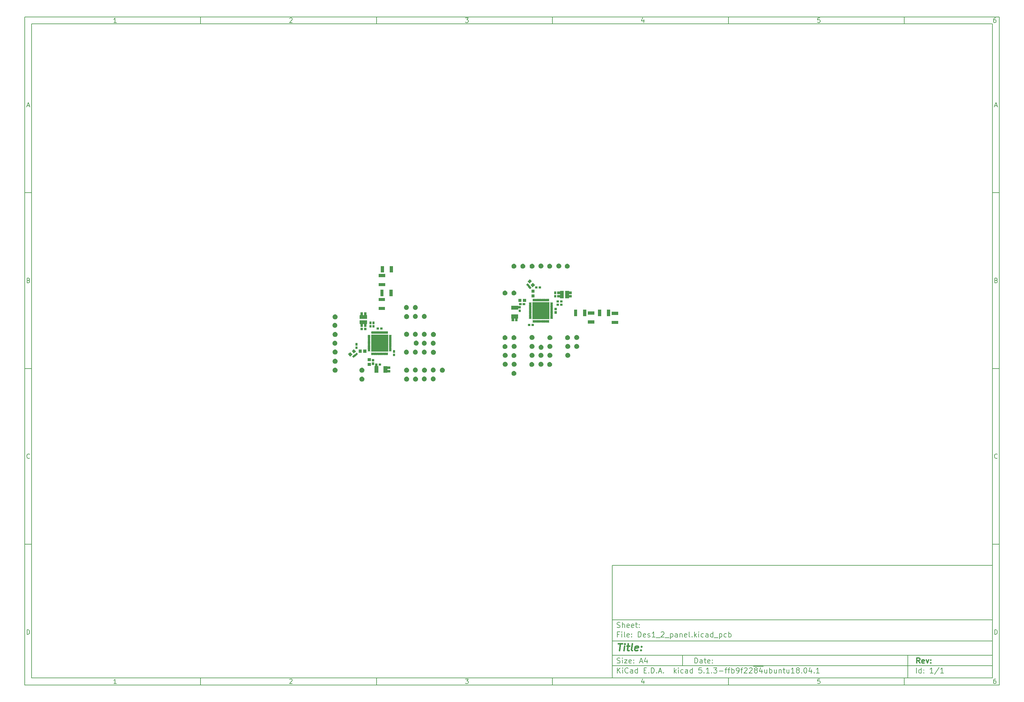
<source format=gbr>
%TF.GenerationSoftware,KiCad,Pcbnew,5.1.3-ffb9f22~84~ubuntu18.04.1*%
%TF.CreationDate,2019-07-26T17:01:45+03:00*%
%TF.ProjectId,Des1_2_panel,44657331-5f32-45f7-9061-6e656c2e6b69,rev?*%
%TF.SameCoordinates,Original*%
%TF.FileFunction,Soldermask,Top*%
%TF.FilePolarity,Negative*%
%FSLAX45Y45*%
G04 Gerber Fmt 4.5, Leading zero omitted, Abs format (unit mm)*
G04 Created by KiCad (PCBNEW 5.1.3-ffb9f22~84~ubuntu18.04.1) date 2019-07-26 17:01:45*
%MOMM*%
%LPD*%
G04 APERTURE LIST*
%ADD10C,0.100000*%
%ADD11C,0.150000*%
%ADD12C,0.300000*%
%ADD13C,0.400000*%
G04 APERTURE END LIST*
D10*
D11*
X17700220Y-16600720D02*
X17700220Y-19800720D01*
X28500220Y-19800720D01*
X28500220Y-16600720D01*
X17700220Y-16600720D01*
D10*
D11*
X1000000Y-1000000D02*
X1000000Y-20000720D01*
X28700220Y-20000720D01*
X28700220Y-1000000D01*
X1000000Y-1000000D01*
D10*
D11*
X1200000Y-1200000D02*
X1200000Y-19800720D01*
X28500220Y-19800720D01*
X28500220Y-1200000D01*
X1200000Y-1200000D01*
D10*
D11*
X6000000Y-1200000D02*
X6000000Y-1000000D01*
D10*
D11*
X11000000Y-1200000D02*
X11000000Y-1000000D01*
D10*
D11*
X16000000Y-1200000D02*
X16000000Y-1000000D01*
D10*
D11*
X21000000Y-1200000D02*
X21000000Y-1000000D01*
D10*
D11*
X26000000Y-1200000D02*
X26000000Y-1000000D01*
D10*
D11*
X3606548Y-1158810D02*
X3532262Y-1158810D01*
X3569405Y-1158810D02*
X3569405Y-1028809D01*
X3557024Y-1047381D01*
X3544643Y-1059762D01*
X3532262Y-1065952D01*
D10*
D11*
X8532262Y-1041190D02*
X8538452Y-1035000D01*
X8550833Y-1028809D01*
X8581786Y-1028809D01*
X8594167Y-1035000D01*
X8600357Y-1041190D01*
X8606548Y-1053571D01*
X8606548Y-1065952D01*
X8600357Y-1084524D01*
X8526071Y-1158810D01*
X8606548Y-1158810D01*
D10*
D11*
X13526071Y-1028809D02*
X13606548Y-1028809D01*
X13563214Y-1078333D01*
X13581786Y-1078333D01*
X13594167Y-1084524D01*
X13600357Y-1090714D01*
X13606548Y-1103095D01*
X13606548Y-1134048D01*
X13600357Y-1146429D01*
X13594167Y-1152619D01*
X13581786Y-1158810D01*
X13544643Y-1158810D01*
X13532262Y-1152619D01*
X13526071Y-1146429D01*
D10*
D11*
X18594167Y-1072143D02*
X18594167Y-1158810D01*
X18563214Y-1022619D02*
X18532262Y-1115476D01*
X18612738Y-1115476D01*
D10*
D11*
X23600357Y-1028809D02*
X23538452Y-1028809D01*
X23532262Y-1090714D01*
X23538452Y-1084524D01*
X23550833Y-1078333D01*
X23581786Y-1078333D01*
X23594167Y-1084524D01*
X23600357Y-1090714D01*
X23606548Y-1103095D01*
X23606548Y-1134048D01*
X23600357Y-1146429D01*
X23594167Y-1152619D01*
X23581786Y-1158810D01*
X23550833Y-1158810D01*
X23538452Y-1152619D01*
X23532262Y-1146429D01*
D10*
D11*
X28594167Y-1028809D02*
X28569405Y-1028809D01*
X28557024Y-1035000D01*
X28550833Y-1041190D01*
X28538452Y-1059762D01*
X28532262Y-1084524D01*
X28532262Y-1134048D01*
X28538452Y-1146429D01*
X28544643Y-1152619D01*
X28557024Y-1158810D01*
X28581786Y-1158810D01*
X28594167Y-1152619D01*
X28600357Y-1146429D01*
X28606548Y-1134048D01*
X28606548Y-1103095D01*
X28600357Y-1090714D01*
X28594167Y-1084524D01*
X28581786Y-1078333D01*
X28557024Y-1078333D01*
X28544643Y-1084524D01*
X28538452Y-1090714D01*
X28532262Y-1103095D01*
D10*
D11*
X6000000Y-19800720D02*
X6000000Y-20000720D01*
D10*
D11*
X11000000Y-19800720D02*
X11000000Y-20000720D01*
D10*
D11*
X16000000Y-19800720D02*
X16000000Y-20000720D01*
D10*
D11*
X21000000Y-19800720D02*
X21000000Y-20000720D01*
D10*
D11*
X26000000Y-19800720D02*
X26000000Y-20000720D01*
D10*
D11*
X3606548Y-19959530D02*
X3532262Y-19959530D01*
X3569405Y-19959530D02*
X3569405Y-19829530D01*
X3557024Y-19848101D01*
X3544643Y-19860482D01*
X3532262Y-19866672D01*
D10*
D11*
X8532262Y-19841910D02*
X8538452Y-19835720D01*
X8550833Y-19829530D01*
X8581786Y-19829530D01*
X8594167Y-19835720D01*
X8600357Y-19841910D01*
X8606548Y-19854291D01*
X8606548Y-19866672D01*
X8600357Y-19885244D01*
X8526071Y-19959530D01*
X8606548Y-19959530D01*
D10*
D11*
X13526071Y-19829530D02*
X13606548Y-19829530D01*
X13563214Y-19879053D01*
X13581786Y-19879053D01*
X13594167Y-19885244D01*
X13600357Y-19891434D01*
X13606548Y-19903815D01*
X13606548Y-19934768D01*
X13600357Y-19947149D01*
X13594167Y-19953339D01*
X13581786Y-19959530D01*
X13544643Y-19959530D01*
X13532262Y-19953339D01*
X13526071Y-19947149D01*
D10*
D11*
X18594167Y-19872863D02*
X18594167Y-19959530D01*
X18563214Y-19823339D02*
X18532262Y-19916196D01*
X18612738Y-19916196D01*
D10*
D11*
X23600357Y-19829530D02*
X23538452Y-19829530D01*
X23532262Y-19891434D01*
X23538452Y-19885244D01*
X23550833Y-19879053D01*
X23581786Y-19879053D01*
X23594167Y-19885244D01*
X23600357Y-19891434D01*
X23606548Y-19903815D01*
X23606548Y-19934768D01*
X23600357Y-19947149D01*
X23594167Y-19953339D01*
X23581786Y-19959530D01*
X23550833Y-19959530D01*
X23538452Y-19953339D01*
X23532262Y-19947149D01*
D10*
D11*
X28594167Y-19829530D02*
X28569405Y-19829530D01*
X28557024Y-19835720D01*
X28550833Y-19841910D01*
X28538452Y-19860482D01*
X28532262Y-19885244D01*
X28532262Y-19934768D01*
X28538452Y-19947149D01*
X28544643Y-19953339D01*
X28557024Y-19959530D01*
X28581786Y-19959530D01*
X28594167Y-19953339D01*
X28600357Y-19947149D01*
X28606548Y-19934768D01*
X28606548Y-19903815D01*
X28600357Y-19891434D01*
X28594167Y-19885244D01*
X28581786Y-19879053D01*
X28557024Y-19879053D01*
X28544643Y-19885244D01*
X28538452Y-19891434D01*
X28532262Y-19903815D01*
D10*
D11*
X1000000Y-6000000D02*
X1200000Y-6000000D01*
D10*
D11*
X1000000Y-11000000D02*
X1200000Y-11000000D01*
D10*
D11*
X1000000Y-16000000D02*
X1200000Y-16000000D01*
D10*
D11*
X1069048Y-3521667D02*
X1130952Y-3521667D01*
X1056667Y-3558809D02*
X1100000Y-3428809D01*
X1143333Y-3558809D01*
D10*
D11*
X1109286Y-8490714D02*
X1127857Y-8496905D01*
X1134048Y-8503095D01*
X1140238Y-8515476D01*
X1140238Y-8534048D01*
X1134048Y-8546429D01*
X1127857Y-8552619D01*
X1115476Y-8558810D01*
X1065952Y-8558810D01*
X1065952Y-8428810D01*
X1109286Y-8428810D01*
X1121667Y-8435000D01*
X1127857Y-8441190D01*
X1134048Y-8453571D01*
X1134048Y-8465952D01*
X1127857Y-8478333D01*
X1121667Y-8484524D01*
X1109286Y-8490714D01*
X1065952Y-8490714D01*
D10*
D11*
X1140238Y-13546428D02*
X1134048Y-13552619D01*
X1115476Y-13558809D01*
X1103095Y-13558809D01*
X1084524Y-13552619D01*
X1072143Y-13540238D01*
X1065952Y-13527857D01*
X1059762Y-13503095D01*
X1059762Y-13484524D01*
X1065952Y-13459762D01*
X1072143Y-13447381D01*
X1084524Y-13435000D01*
X1103095Y-13428809D01*
X1115476Y-13428809D01*
X1134048Y-13435000D01*
X1140238Y-13441190D01*
D10*
D11*
X1065952Y-18558810D02*
X1065952Y-18428810D01*
X1096905Y-18428810D01*
X1115476Y-18435000D01*
X1127857Y-18447381D01*
X1134048Y-18459762D01*
X1140238Y-18484524D01*
X1140238Y-18503095D01*
X1134048Y-18527857D01*
X1127857Y-18540238D01*
X1115476Y-18552619D01*
X1096905Y-18558810D01*
X1065952Y-18558810D01*
D10*
D11*
X28700220Y-6000000D02*
X28500220Y-6000000D01*
D10*
D11*
X28700220Y-11000000D02*
X28500220Y-11000000D01*
D10*
D11*
X28700220Y-16000000D02*
X28500220Y-16000000D01*
D10*
D11*
X28569268Y-3521667D02*
X28631172Y-3521667D01*
X28556887Y-3558809D02*
X28600220Y-3428809D01*
X28643553Y-3558809D01*
D10*
D11*
X28609506Y-8490714D02*
X28628077Y-8496905D01*
X28634268Y-8503095D01*
X28640458Y-8515476D01*
X28640458Y-8534048D01*
X28634268Y-8546429D01*
X28628077Y-8552619D01*
X28615696Y-8558810D01*
X28566172Y-8558810D01*
X28566172Y-8428810D01*
X28609506Y-8428810D01*
X28621887Y-8435000D01*
X28628077Y-8441190D01*
X28634268Y-8453571D01*
X28634268Y-8465952D01*
X28628077Y-8478333D01*
X28621887Y-8484524D01*
X28609506Y-8490714D01*
X28566172Y-8490714D01*
D10*
D11*
X28640458Y-13546428D02*
X28634268Y-13552619D01*
X28615696Y-13558809D01*
X28603315Y-13558809D01*
X28584744Y-13552619D01*
X28572363Y-13540238D01*
X28566172Y-13527857D01*
X28559982Y-13503095D01*
X28559982Y-13484524D01*
X28566172Y-13459762D01*
X28572363Y-13447381D01*
X28584744Y-13435000D01*
X28603315Y-13428809D01*
X28615696Y-13428809D01*
X28634268Y-13435000D01*
X28640458Y-13441190D01*
D10*
D11*
X28566172Y-18558810D02*
X28566172Y-18428810D01*
X28597125Y-18428810D01*
X28615696Y-18435000D01*
X28628077Y-18447381D01*
X28634268Y-18459762D01*
X28640458Y-18484524D01*
X28640458Y-18503095D01*
X28634268Y-18527857D01*
X28628077Y-18540238D01*
X28615696Y-18552619D01*
X28597125Y-18558810D01*
X28566172Y-18558810D01*
D10*
D11*
X20043434Y-19378577D02*
X20043434Y-19228577D01*
X20079149Y-19228577D01*
X20100577Y-19235720D01*
X20114863Y-19250006D01*
X20122006Y-19264291D01*
X20129149Y-19292863D01*
X20129149Y-19314291D01*
X20122006Y-19342863D01*
X20114863Y-19357149D01*
X20100577Y-19371434D01*
X20079149Y-19378577D01*
X20043434Y-19378577D01*
X20257720Y-19378577D02*
X20257720Y-19300006D01*
X20250577Y-19285720D01*
X20236291Y-19278577D01*
X20207720Y-19278577D01*
X20193434Y-19285720D01*
X20257720Y-19371434D02*
X20243434Y-19378577D01*
X20207720Y-19378577D01*
X20193434Y-19371434D01*
X20186291Y-19357149D01*
X20186291Y-19342863D01*
X20193434Y-19328577D01*
X20207720Y-19321434D01*
X20243434Y-19321434D01*
X20257720Y-19314291D01*
X20307720Y-19278577D02*
X20364863Y-19278577D01*
X20329149Y-19228577D02*
X20329149Y-19357149D01*
X20336291Y-19371434D01*
X20350577Y-19378577D01*
X20364863Y-19378577D01*
X20472006Y-19371434D02*
X20457720Y-19378577D01*
X20429149Y-19378577D01*
X20414863Y-19371434D01*
X20407720Y-19357149D01*
X20407720Y-19300006D01*
X20414863Y-19285720D01*
X20429149Y-19278577D01*
X20457720Y-19278577D01*
X20472006Y-19285720D01*
X20479149Y-19300006D01*
X20479149Y-19314291D01*
X20407720Y-19328577D01*
X20543434Y-19364291D02*
X20550577Y-19371434D01*
X20543434Y-19378577D01*
X20536291Y-19371434D01*
X20543434Y-19364291D01*
X20543434Y-19378577D01*
X20543434Y-19285720D02*
X20550577Y-19292863D01*
X20543434Y-19300006D01*
X20536291Y-19292863D01*
X20543434Y-19285720D01*
X20543434Y-19300006D01*
D10*
D11*
X17700220Y-19450720D02*
X28500220Y-19450720D01*
D10*
D11*
X17843434Y-19658577D02*
X17843434Y-19508577D01*
X17929149Y-19658577D02*
X17864863Y-19572863D01*
X17929149Y-19508577D02*
X17843434Y-19594291D01*
X17993434Y-19658577D02*
X17993434Y-19558577D01*
X17993434Y-19508577D02*
X17986291Y-19515720D01*
X17993434Y-19522863D01*
X18000577Y-19515720D01*
X17993434Y-19508577D01*
X17993434Y-19522863D01*
X18150577Y-19644291D02*
X18143434Y-19651434D01*
X18122006Y-19658577D01*
X18107720Y-19658577D01*
X18086291Y-19651434D01*
X18072006Y-19637149D01*
X18064863Y-19622863D01*
X18057720Y-19594291D01*
X18057720Y-19572863D01*
X18064863Y-19544291D01*
X18072006Y-19530006D01*
X18086291Y-19515720D01*
X18107720Y-19508577D01*
X18122006Y-19508577D01*
X18143434Y-19515720D01*
X18150577Y-19522863D01*
X18279149Y-19658577D02*
X18279149Y-19580006D01*
X18272006Y-19565720D01*
X18257720Y-19558577D01*
X18229149Y-19558577D01*
X18214863Y-19565720D01*
X18279149Y-19651434D02*
X18264863Y-19658577D01*
X18229149Y-19658577D01*
X18214863Y-19651434D01*
X18207720Y-19637149D01*
X18207720Y-19622863D01*
X18214863Y-19608577D01*
X18229149Y-19601434D01*
X18264863Y-19601434D01*
X18279149Y-19594291D01*
X18414863Y-19658577D02*
X18414863Y-19508577D01*
X18414863Y-19651434D02*
X18400577Y-19658577D01*
X18372006Y-19658577D01*
X18357720Y-19651434D01*
X18350577Y-19644291D01*
X18343434Y-19630006D01*
X18343434Y-19587149D01*
X18350577Y-19572863D01*
X18357720Y-19565720D01*
X18372006Y-19558577D01*
X18400577Y-19558577D01*
X18414863Y-19565720D01*
X18600577Y-19580006D02*
X18650577Y-19580006D01*
X18672006Y-19658577D02*
X18600577Y-19658577D01*
X18600577Y-19508577D01*
X18672006Y-19508577D01*
X18736291Y-19644291D02*
X18743434Y-19651434D01*
X18736291Y-19658577D01*
X18729149Y-19651434D01*
X18736291Y-19644291D01*
X18736291Y-19658577D01*
X18807720Y-19658577D02*
X18807720Y-19508577D01*
X18843434Y-19508577D01*
X18864863Y-19515720D01*
X18879149Y-19530006D01*
X18886291Y-19544291D01*
X18893434Y-19572863D01*
X18893434Y-19594291D01*
X18886291Y-19622863D01*
X18879149Y-19637149D01*
X18864863Y-19651434D01*
X18843434Y-19658577D01*
X18807720Y-19658577D01*
X18957720Y-19644291D02*
X18964863Y-19651434D01*
X18957720Y-19658577D01*
X18950577Y-19651434D01*
X18957720Y-19644291D01*
X18957720Y-19658577D01*
X19022006Y-19615720D02*
X19093434Y-19615720D01*
X19007720Y-19658577D02*
X19057720Y-19508577D01*
X19107720Y-19658577D01*
X19157720Y-19644291D02*
X19164863Y-19651434D01*
X19157720Y-19658577D01*
X19150577Y-19651434D01*
X19157720Y-19644291D01*
X19157720Y-19658577D01*
X19457720Y-19658577D02*
X19457720Y-19508577D01*
X19472006Y-19601434D02*
X19514863Y-19658577D01*
X19514863Y-19558577D02*
X19457720Y-19615720D01*
X19579149Y-19658577D02*
X19579149Y-19558577D01*
X19579149Y-19508577D02*
X19572006Y-19515720D01*
X19579149Y-19522863D01*
X19586291Y-19515720D01*
X19579149Y-19508577D01*
X19579149Y-19522863D01*
X19714863Y-19651434D02*
X19700577Y-19658577D01*
X19672006Y-19658577D01*
X19657720Y-19651434D01*
X19650577Y-19644291D01*
X19643434Y-19630006D01*
X19643434Y-19587149D01*
X19650577Y-19572863D01*
X19657720Y-19565720D01*
X19672006Y-19558577D01*
X19700577Y-19558577D01*
X19714863Y-19565720D01*
X19843434Y-19658577D02*
X19843434Y-19580006D01*
X19836291Y-19565720D01*
X19822006Y-19558577D01*
X19793434Y-19558577D01*
X19779149Y-19565720D01*
X19843434Y-19651434D02*
X19829149Y-19658577D01*
X19793434Y-19658577D01*
X19779149Y-19651434D01*
X19772006Y-19637149D01*
X19772006Y-19622863D01*
X19779149Y-19608577D01*
X19793434Y-19601434D01*
X19829149Y-19601434D01*
X19843434Y-19594291D01*
X19979149Y-19658577D02*
X19979149Y-19508577D01*
X19979149Y-19651434D02*
X19964863Y-19658577D01*
X19936291Y-19658577D01*
X19922006Y-19651434D01*
X19914863Y-19644291D01*
X19907720Y-19630006D01*
X19907720Y-19587149D01*
X19914863Y-19572863D01*
X19922006Y-19565720D01*
X19936291Y-19558577D01*
X19964863Y-19558577D01*
X19979149Y-19565720D01*
X20236291Y-19508577D02*
X20164863Y-19508577D01*
X20157720Y-19580006D01*
X20164863Y-19572863D01*
X20179149Y-19565720D01*
X20214863Y-19565720D01*
X20229149Y-19572863D01*
X20236291Y-19580006D01*
X20243434Y-19594291D01*
X20243434Y-19630006D01*
X20236291Y-19644291D01*
X20229149Y-19651434D01*
X20214863Y-19658577D01*
X20179149Y-19658577D01*
X20164863Y-19651434D01*
X20157720Y-19644291D01*
X20307720Y-19644291D02*
X20314863Y-19651434D01*
X20307720Y-19658577D01*
X20300577Y-19651434D01*
X20307720Y-19644291D01*
X20307720Y-19658577D01*
X20457720Y-19658577D02*
X20372006Y-19658577D01*
X20414863Y-19658577D02*
X20414863Y-19508577D01*
X20400577Y-19530006D01*
X20386291Y-19544291D01*
X20372006Y-19551434D01*
X20522006Y-19644291D02*
X20529149Y-19651434D01*
X20522006Y-19658577D01*
X20514863Y-19651434D01*
X20522006Y-19644291D01*
X20522006Y-19658577D01*
X20579149Y-19508577D02*
X20672006Y-19508577D01*
X20622006Y-19565720D01*
X20643434Y-19565720D01*
X20657720Y-19572863D01*
X20664863Y-19580006D01*
X20672006Y-19594291D01*
X20672006Y-19630006D01*
X20664863Y-19644291D01*
X20657720Y-19651434D01*
X20643434Y-19658577D01*
X20600577Y-19658577D01*
X20586291Y-19651434D01*
X20579149Y-19644291D01*
X20736291Y-19601434D02*
X20850577Y-19601434D01*
X20900577Y-19558577D02*
X20957720Y-19558577D01*
X20922006Y-19658577D02*
X20922006Y-19530006D01*
X20929149Y-19515720D01*
X20943434Y-19508577D01*
X20957720Y-19508577D01*
X20986291Y-19558577D02*
X21043434Y-19558577D01*
X21007720Y-19658577D02*
X21007720Y-19530006D01*
X21014863Y-19515720D01*
X21029149Y-19508577D01*
X21043434Y-19508577D01*
X21093434Y-19658577D02*
X21093434Y-19508577D01*
X21093434Y-19565720D02*
X21107720Y-19558577D01*
X21136291Y-19558577D01*
X21150577Y-19565720D01*
X21157720Y-19572863D01*
X21164863Y-19587149D01*
X21164863Y-19630006D01*
X21157720Y-19644291D01*
X21150577Y-19651434D01*
X21136291Y-19658577D01*
X21107720Y-19658577D01*
X21093434Y-19651434D01*
X21236291Y-19658577D02*
X21264863Y-19658577D01*
X21279149Y-19651434D01*
X21286291Y-19644291D01*
X21300577Y-19622863D01*
X21307720Y-19594291D01*
X21307720Y-19537149D01*
X21300577Y-19522863D01*
X21293434Y-19515720D01*
X21279149Y-19508577D01*
X21250577Y-19508577D01*
X21236291Y-19515720D01*
X21229149Y-19522863D01*
X21222006Y-19537149D01*
X21222006Y-19572863D01*
X21229149Y-19587149D01*
X21236291Y-19594291D01*
X21250577Y-19601434D01*
X21279149Y-19601434D01*
X21293434Y-19594291D01*
X21300577Y-19587149D01*
X21307720Y-19572863D01*
X21350577Y-19558577D02*
X21407720Y-19558577D01*
X21372006Y-19658577D02*
X21372006Y-19530006D01*
X21379149Y-19515720D01*
X21393434Y-19508577D01*
X21407720Y-19508577D01*
X21450577Y-19522863D02*
X21457720Y-19515720D01*
X21472006Y-19508577D01*
X21507720Y-19508577D01*
X21522006Y-19515720D01*
X21529149Y-19522863D01*
X21536291Y-19537149D01*
X21536291Y-19551434D01*
X21529149Y-19572863D01*
X21443434Y-19658577D01*
X21536291Y-19658577D01*
X21593434Y-19522863D02*
X21600577Y-19515720D01*
X21614863Y-19508577D01*
X21650577Y-19508577D01*
X21664863Y-19515720D01*
X21672006Y-19522863D01*
X21679149Y-19537149D01*
X21679149Y-19551434D01*
X21672006Y-19572863D01*
X21586291Y-19658577D01*
X21679149Y-19658577D01*
X21707720Y-19467720D02*
X21850577Y-19467720D01*
X21764863Y-19572863D02*
X21750577Y-19565720D01*
X21743434Y-19558577D01*
X21736291Y-19544291D01*
X21736291Y-19537149D01*
X21743434Y-19522863D01*
X21750577Y-19515720D01*
X21764863Y-19508577D01*
X21793434Y-19508577D01*
X21807720Y-19515720D01*
X21814863Y-19522863D01*
X21822006Y-19537149D01*
X21822006Y-19544291D01*
X21814863Y-19558577D01*
X21807720Y-19565720D01*
X21793434Y-19572863D01*
X21764863Y-19572863D01*
X21750577Y-19580006D01*
X21743434Y-19587149D01*
X21736291Y-19601434D01*
X21736291Y-19630006D01*
X21743434Y-19644291D01*
X21750577Y-19651434D01*
X21764863Y-19658577D01*
X21793434Y-19658577D01*
X21807720Y-19651434D01*
X21814863Y-19644291D01*
X21822006Y-19630006D01*
X21822006Y-19601434D01*
X21814863Y-19587149D01*
X21807720Y-19580006D01*
X21793434Y-19572863D01*
X21850577Y-19467720D02*
X21993434Y-19467720D01*
X21950577Y-19558577D02*
X21950577Y-19658577D01*
X21914863Y-19501434D02*
X21879149Y-19608577D01*
X21972006Y-19608577D01*
X22093434Y-19558577D02*
X22093434Y-19658577D01*
X22029149Y-19558577D02*
X22029149Y-19637149D01*
X22036291Y-19651434D01*
X22050577Y-19658577D01*
X22072006Y-19658577D01*
X22086291Y-19651434D01*
X22093434Y-19644291D01*
X22164863Y-19658577D02*
X22164863Y-19508577D01*
X22164863Y-19565720D02*
X22179149Y-19558577D01*
X22207720Y-19558577D01*
X22222006Y-19565720D01*
X22229149Y-19572863D01*
X22236291Y-19587149D01*
X22236291Y-19630006D01*
X22229149Y-19644291D01*
X22222006Y-19651434D01*
X22207720Y-19658577D01*
X22179149Y-19658577D01*
X22164863Y-19651434D01*
X22364863Y-19558577D02*
X22364863Y-19658577D01*
X22300577Y-19558577D02*
X22300577Y-19637149D01*
X22307720Y-19651434D01*
X22322006Y-19658577D01*
X22343434Y-19658577D01*
X22357720Y-19651434D01*
X22364863Y-19644291D01*
X22436291Y-19558577D02*
X22436291Y-19658577D01*
X22436291Y-19572863D02*
X22443434Y-19565720D01*
X22457720Y-19558577D01*
X22479148Y-19558577D01*
X22493434Y-19565720D01*
X22500577Y-19580006D01*
X22500577Y-19658577D01*
X22550577Y-19558577D02*
X22607720Y-19558577D01*
X22572006Y-19508577D02*
X22572006Y-19637149D01*
X22579148Y-19651434D01*
X22593434Y-19658577D01*
X22607720Y-19658577D01*
X22722006Y-19558577D02*
X22722006Y-19658577D01*
X22657720Y-19558577D02*
X22657720Y-19637149D01*
X22664863Y-19651434D01*
X22679148Y-19658577D01*
X22700577Y-19658577D01*
X22714863Y-19651434D01*
X22722006Y-19644291D01*
X22872006Y-19658577D02*
X22786291Y-19658577D01*
X22829148Y-19658577D02*
X22829148Y-19508577D01*
X22814863Y-19530006D01*
X22800577Y-19544291D01*
X22786291Y-19551434D01*
X22957720Y-19572863D02*
X22943434Y-19565720D01*
X22936291Y-19558577D01*
X22929148Y-19544291D01*
X22929148Y-19537149D01*
X22936291Y-19522863D01*
X22943434Y-19515720D01*
X22957720Y-19508577D01*
X22986291Y-19508577D01*
X23000577Y-19515720D01*
X23007720Y-19522863D01*
X23014863Y-19537149D01*
X23014863Y-19544291D01*
X23007720Y-19558577D01*
X23000577Y-19565720D01*
X22986291Y-19572863D01*
X22957720Y-19572863D01*
X22943434Y-19580006D01*
X22936291Y-19587149D01*
X22929148Y-19601434D01*
X22929148Y-19630006D01*
X22936291Y-19644291D01*
X22943434Y-19651434D01*
X22957720Y-19658577D01*
X22986291Y-19658577D01*
X23000577Y-19651434D01*
X23007720Y-19644291D01*
X23014863Y-19630006D01*
X23014863Y-19601434D01*
X23007720Y-19587149D01*
X23000577Y-19580006D01*
X22986291Y-19572863D01*
X23079148Y-19644291D02*
X23086291Y-19651434D01*
X23079148Y-19658577D01*
X23072006Y-19651434D01*
X23079148Y-19644291D01*
X23079148Y-19658577D01*
X23179148Y-19508577D02*
X23193434Y-19508577D01*
X23207720Y-19515720D01*
X23214863Y-19522863D01*
X23222006Y-19537149D01*
X23229148Y-19565720D01*
X23229148Y-19601434D01*
X23222006Y-19630006D01*
X23214863Y-19644291D01*
X23207720Y-19651434D01*
X23193434Y-19658577D01*
X23179148Y-19658577D01*
X23164863Y-19651434D01*
X23157720Y-19644291D01*
X23150577Y-19630006D01*
X23143434Y-19601434D01*
X23143434Y-19565720D01*
X23150577Y-19537149D01*
X23157720Y-19522863D01*
X23164863Y-19515720D01*
X23179148Y-19508577D01*
X23357720Y-19558577D02*
X23357720Y-19658577D01*
X23322006Y-19501434D02*
X23286291Y-19608577D01*
X23379148Y-19608577D01*
X23436291Y-19644291D02*
X23443434Y-19651434D01*
X23436291Y-19658577D01*
X23429148Y-19651434D01*
X23436291Y-19644291D01*
X23436291Y-19658577D01*
X23586291Y-19658577D02*
X23500577Y-19658577D01*
X23543434Y-19658577D02*
X23543434Y-19508577D01*
X23529148Y-19530006D01*
X23514863Y-19544291D01*
X23500577Y-19551434D01*
D10*
D11*
X17700220Y-19150720D02*
X28500220Y-19150720D01*
D10*
D12*
X26441148Y-19378577D02*
X26391148Y-19307149D01*
X26355434Y-19378577D02*
X26355434Y-19228577D01*
X26412577Y-19228577D01*
X26426863Y-19235720D01*
X26434006Y-19242863D01*
X26441148Y-19257149D01*
X26441148Y-19278577D01*
X26434006Y-19292863D01*
X26426863Y-19300006D01*
X26412577Y-19307149D01*
X26355434Y-19307149D01*
X26562577Y-19371434D02*
X26548291Y-19378577D01*
X26519720Y-19378577D01*
X26505434Y-19371434D01*
X26498291Y-19357149D01*
X26498291Y-19300006D01*
X26505434Y-19285720D01*
X26519720Y-19278577D01*
X26548291Y-19278577D01*
X26562577Y-19285720D01*
X26569720Y-19300006D01*
X26569720Y-19314291D01*
X26498291Y-19328577D01*
X26619720Y-19278577D02*
X26655434Y-19378577D01*
X26691148Y-19278577D01*
X26748291Y-19364291D02*
X26755434Y-19371434D01*
X26748291Y-19378577D01*
X26741148Y-19371434D01*
X26748291Y-19364291D01*
X26748291Y-19378577D01*
X26748291Y-19285720D02*
X26755434Y-19292863D01*
X26748291Y-19300006D01*
X26741148Y-19292863D01*
X26748291Y-19285720D01*
X26748291Y-19300006D01*
D10*
D11*
X17836291Y-19371434D02*
X17857720Y-19378577D01*
X17893434Y-19378577D01*
X17907720Y-19371434D01*
X17914863Y-19364291D01*
X17922006Y-19350006D01*
X17922006Y-19335720D01*
X17914863Y-19321434D01*
X17907720Y-19314291D01*
X17893434Y-19307149D01*
X17864863Y-19300006D01*
X17850577Y-19292863D01*
X17843434Y-19285720D01*
X17836291Y-19271434D01*
X17836291Y-19257149D01*
X17843434Y-19242863D01*
X17850577Y-19235720D01*
X17864863Y-19228577D01*
X17900577Y-19228577D01*
X17922006Y-19235720D01*
X17986291Y-19378577D02*
X17986291Y-19278577D01*
X17986291Y-19228577D02*
X17979149Y-19235720D01*
X17986291Y-19242863D01*
X17993434Y-19235720D01*
X17986291Y-19228577D01*
X17986291Y-19242863D01*
X18043434Y-19278577D02*
X18122006Y-19278577D01*
X18043434Y-19378577D01*
X18122006Y-19378577D01*
X18236291Y-19371434D02*
X18222006Y-19378577D01*
X18193434Y-19378577D01*
X18179149Y-19371434D01*
X18172006Y-19357149D01*
X18172006Y-19300006D01*
X18179149Y-19285720D01*
X18193434Y-19278577D01*
X18222006Y-19278577D01*
X18236291Y-19285720D01*
X18243434Y-19300006D01*
X18243434Y-19314291D01*
X18172006Y-19328577D01*
X18307720Y-19364291D02*
X18314863Y-19371434D01*
X18307720Y-19378577D01*
X18300577Y-19371434D01*
X18307720Y-19364291D01*
X18307720Y-19378577D01*
X18307720Y-19285720D02*
X18314863Y-19292863D01*
X18307720Y-19300006D01*
X18300577Y-19292863D01*
X18307720Y-19285720D01*
X18307720Y-19300006D01*
X18486291Y-19335720D02*
X18557720Y-19335720D01*
X18472006Y-19378577D02*
X18522006Y-19228577D01*
X18572006Y-19378577D01*
X18686291Y-19278577D02*
X18686291Y-19378577D01*
X18650577Y-19221434D02*
X18614863Y-19328577D01*
X18707720Y-19328577D01*
D10*
D11*
X26343434Y-19658577D02*
X26343434Y-19508577D01*
X26479148Y-19658577D02*
X26479148Y-19508577D01*
X26479148Y-19651434D02*
X26464863Y-19658577D01*
X26436291Y-19658577D01*
X26422006Y-19651434D01*
X26414863Y-19644291D01*
X26407720Y-19630006D01*
X26407720Y-19587149D01*
X26414863Y-19572863D01*
X26422006Y-19565720D01*
X26436291Y-19558577D01*
X26464863Y-19558577D01*
X26479148Y-19565720D01*
X26550577Y-19644291D02*
X26557720Y-19651434D01*
X26550577Y-19658577D01*
X26543434Y-19651434D01*
X26550577Y-19644291D01*
X26550577Y-19658577D01*
X26550577Y-19565720D02*
X26557720Y-19572863D01*
X26550577Y-19580006D01*
X26543434Y-19572863D01*
X26550577Y-19565720D01*
X26550577Y-19580006D01*
X26814863Y-19658577D02*
X26729148Y-19658577D01*
X26772006Y-19658577D02*
X26772006Y-19508577D01*
X26757720Y-19530006D01*
X26743434Y-19544291D01*
X26729148Y-19551434D01*
X26986291Y-19501434D02*
X26857720Y-19694291D01*
X27114863Y-19658577D02*
X27029148Y-19658577D01*
X27072006Y-19658577D02*
X27072006Y-19508577D01*
X27057720Y-19530006D01*
X27043434Y-19544291D01*
X27029148Y-19551434D01*
D10*
D11*
X17700220Y-18750720D02*
X28500220Y-18750720D01*
D10*
D13*
X17871458Y-18821196D02*
X17985744Y-18821196D01*
X17903601Y-19021196D02*
X17928601Y-18821196D01*
X18027410Y-19021196D02*
X18044077Y-18887863D01*
X18052410Y-18821196D02*
X18041696Y-18830720D01*
X18050030Y-18840244D01*
X18060744Y-18830720D01*
X18052410Y-18821196D01*
X18050030Y-18840244D01*
X18110744Y-18887863D02*
X18186934Y-18887863D01*
X18147649Y-18821196D02*
X18126220Y-18992625D01*
X18133363Y-19011672D01*
X18151220Y-19021196D01*
X18170268Y-19021196D01*
X18265506Y-19021196D02*
X18247649Y-19011672D01*
X18240506Y-18992625D01*
X18261934Y-18821196D01*
X18419077Y-19011672D02*
X18398839Y-19021196D01*
X18360744Y-19021196D01*
X18342887Y-19011672D01*
X18335744Y-18992625D01*
X18345268Y-18916434D01*
X18357172Y-18897387D01*
X18377410Y-18887863D01*
X18415506Y-18887863D01*
X18433363Y-18897387D01*
X18440506Y-18916434D01*
X18438125Y-18935482D01*
X18340506Y-18954530D01*
X18515506Y-19002149D02*
X18523839Y-19011672D01*
X18513125Y-19021196D01*
X18504791Y-19011672D01*
X18515506Y-19002149D01*
X18513125Y-19021196D01*
X18528601Y-18897387D02*
X18536934Y-18906910D01*
X18526220Y-18916434D01*
X18517887Y-18906910D01*
X18528601Y-18897387D01*
X18526220Y-18916434D01*
D10*
D11*
X17893434Y-18560006D02*
X17843434Y-18560006D01*
X17843434Y-18638577D02*
X17843434Y-18488577D01*
X17914863Y-18488577D01*
X17972006Y-18638577D02*
X17972006Y-18538577D01*
X17972006Y-18488577D02*
X17964863Y-18495720D01*
X17972006Y-18502863D01*
X17979149Y-18495720D01*
X17972006Y-18488577D01*
X17972006Y-18502863D01*
X18064863Y-18638577D02*
X18050577Y-18631434D01*
X18043434Y-18617149D01*
X18043434Y-18488577D01*
X18179149Y-18631434D02*
X18164863Y-18638577D01*
X18136291Y-18638577D01*
X18122006Y-18631434D01*
X18114863Y-18617149D01*
X18114863Y-18560006D01*
X18122006Y-18545720D01*
X18136291Y-18538577D01*
X18164863Y-18538577D01*
X18179149Y-18545720D01*
X18186291Y-18560006D01*
X18186291Y-18574291D01*
X18114863Y-18588577D01*
X18250577Y-18624291D02*
X18257720Y-18631434D01*
X18250577Y-18638577D01*
X18243434Y-18631434D01*
X18250577Y-18624291D01*
X18250577Y-18638577D01*
X18250577Y-18545720D02*
X18257720Y-18552863D01*
X18250577Y-18560006D01*
X18243434Y-18552863D01*
X18250577Y-18545720D01*
X18250577Y-18560006D01*
X18436291Y-18638577D02*
X18436291Y-18488577D01*
X18472006Y-18488577D01*
X18493434Y-18495720D01*
X18507720Y-18510006D01*
X18514863Y-18524291D01*
X18522006Y-18552863D01*
X18522006Y-18574291D01*
X18514863Y-18602863D01*
X18507720Y-18617149D01*
X18493434Y-18631434D01*
X18472006Y-18638577D01*
X18436291Y-18638577D01*
X18643434Y-18631434D02*
X18629149Y-18638577D01*
X18600577Y-18638577D01*
X18586291Y-18631434D01*
X18579149Y-18617149D01*
X18579149Y-18560006D01*
X18586291Y-18545720D01*
X18600577Y-18538577D01*
X18629149Y-18538577D01*
X18643434Y-18545720D01*
X18650577Y-18560006D01*
X18650577Y-18574291D01*
X18579149Y-18588577D01*
X18707720Y-18631434D02*
X18722006Y-18638577D01*
X18750577Y-18638577D01*
X18764863Y-18631434D01*
X18772006Y-18617149D01*
X18772006Y-18610006D01*
X18764863Y-18595720D01*
X18750577Y-18588577D01*
X18729149Y-18588577D01*
X18714863Y-18581434D01*
X18707720Y-18567149D01*
X18707720Y-18560006D01*
X18714863Y-18545720D01*
X18729149Y-18538577D01*
X18750577Y-18538577D01*
X18764863Y-18545720D01*
X18914863Y-18638577D02*
X18829149Y-18638577D01*
X18872006Y-18638577D02*
X18872006Y-18488577D01*
X18857720Y-18510006D01*
X18843434Y-18524291D01*
X18829149Y-18531434D01*
X18943434Y-18652863D02*
X19057720Y-18652863D01*
X19086291Y-18502863D02*
X19093434Y-18495720D01*
X19107720Y-18488577D01*
X19143434Y-18488577D01*
X19157720Y-18495720D01*
X19164863Y-18502863D01*
X19172006Y-18517149D01*
X19172006Y-18531434D01*
X19164863Y-18552863D01*
X19079149Y-18638577D01*
X19172006Y-18638577D01*
X19200577Y-18652863D02*
X19314863Y-18652863D01*
X19350577Y-18538577D02*
X19350577Y-18688577D01*
X19350577Y-18545720D02*
X19364863Y-18538577D01*
X19393434Y-18538577D01*
X19407720Y-18545720D01*
X19414863Y-18552863D01*
X19422006Y-18567149D01*
X19422006Y-18610006D01*
X19414863Y-18624291D01*
X19407720Y-18631434D01*
X19393434Y-18638577D01*
X19364863Y-18638577D01*
X19350577Y-18631434D01*
X19550577Y-18638577D02*
X19550577Y-18560006D01*
X19543434Y-18545720D01*
X19529149Y-18538577D01*
X19500577Y-18538577D01*
X19486291Y-18545720D01*
X19550577Y-18631434D02*
X19536291Y-18638577D01*
X19500577Y-18638577D01*
X19486291Y-18631434D01*
X19479149Y-18617149D01*
X19479149Y-18602863D01*
X19486291Y-18588577D01*
X19500577Y-18581434D01*
X19536291Y-18581434D01*
X19550577Y-18574291D01*
X19622006Y-18538577D02*
X19622006Y-18638577D01*
X19622006Y-18552863D02*
X19629149Y-18545720D01*
X19643434Y-18538577D01*
X19664863Y-18538577D01*
X19679149Y-18545720D01*
X19686291Y-18560006D01*
X19686291Y-18638577D01*
X19814863Y-18631434D02*
X19800577Y-18638577D01*
X19772006Y-18638577D01*
X19757720Y-18631434D01*
X19750577Y-18617149D01*
X19750577Y-18560006D01*
X19757720Y-18545720D01*
X19772006Y-18538577D01*
X19800577Y-18538577D01*
X19814863Y-18545720D01*
X19822006Y-18560006D01*
X19822006Y-18574291D01*
X19750577Y-18588577D01*
X19907720Y-18638577D02*
X19893434Y-18631434D01*
X19886291Y-18617149D01*
X19886291Y-18488577D01*
X19964863Y-18624291D02*
X19972006Y-18631434D01*
X19964863Y-18638577D01*
X19957720Y-18631434D01*
X19964863Y-18624291D01*
X19964863Y-18638577D01*
X20036291Y-18638577D02*
X20036291Y-18488577D01*
X20050577Y-18581434D02*
X20093434Y-18638577D01*
X20093434Y-18538577D02*
X20036291Y-18595720D01*
X20157720Y-18638577D02*
X20157720Y-18538577D01*
X20157720Y-18488577D02*
X20150577Y-18495720D01*
X20157720Y-18502863D01*
X20164863Y-18495720D01*
X20157720Y-18488577D01*
X20157720Y-18502863D01*
X20293434Y-18631434D02*
X20279149Y-18638577D01*
X20250577Y-18638577D01*
X20236291Y-18631434D01*
X20229149Y-18624291D01*
X20222006Y-18610006D01*
X20222006Y-18567149D01*
X20229149Y-18552863D01*
X20236291Y-18545720D01*
X20250577Y-18538577D01*
X20279149Y-18538577D01*
X20293434Y-18545720D01*
X20422006Y-18638577D02*
X20422006Y-18560006D01*
X20414863Y-18545720D01*
X20400577Y-18538577D01*
X20372006Y-18538577D01*
X20357720Y-18545720D01*
X20422006Y-18631434D02*
X20407720Y-18638577D01*
X20372006Y-18638577D01*
X20357720Y-18631434D01*
X20350577Y-18617149D01*
X20350577Y-18602863D01*
X20357720Y-18588577D01*
X20372006Y-18581434D01*
X20407720Y-18581434D01*
X20422006Y-18574291D01*
X20557720Y-18638577D02*
X20557720Y-18488577D01*
X20557720Y-18631434D02*
X20543434Y-18638577D01*
X20514863Y-18638577D01*
X20500577Y-18631434D01*
X20493434Y-18624291D01*
X20486291Y-18610006D01*
X20486291Y-18567149D01*
X20493434Y-18552863D01*
X20500577Y-18545720D01*
X20514863Y-18538577D01*
X20543434Y-18538577D01*
X20557720Y-18545720D01*
X20593434Y-18652863D02*
X20707720Y-18652863D01*
X20743434Y-18538577D02*
X20743434Y-18688577D01*
X20743434Y-18545720D02*
X20757720Y-18538577D01*
X20786291Y-18538577D01*
X20800577Y-18545720D01*
X20807720Y-18552863D01*
X20814863Y-18567149D01*
X20814863Y-18610006D01*
X20807720Y-18624291D01*
X20800577Y-18631434D01*
X20786291Y-18638577D01*
X20757720Y-18638577D01*
X20743434Y-18631434D01*
X20943434Y-18631434D02*
X20929149Y-18638577D01*
X20900577Y-18638577D01*
X20886291Y-18631434D01*
X20879149Y-18624291D01*
X20872006Y-18610006D01*
X20872006Y-18567149D01*
X20879149Y-18552863D01*
X20886291Y-18545720D01*
X20900577Y-18538577D01*
X20929149Y-18538577D01*
X20943434Y-18545720D01*
X21007720Y-18638577D02*
X21007720Y-18488577D01*
X21007720Y-18545720D02*
X21022006Y-18538577D01*
X21050577Y-18538577D01*
X21064863Y-18545720D01*
X21072006Y-18552863D01*
X21079149Y-18567149D01*
X21079149Y-18610006D01*
X21072006Y-18624291D01*
X21064863Y-18631434D01*
X21050577Y-18638577D01*
X21022006Y-18638577D01*
X21007720Y-18631434D01*
D10*
D11*
X17700220Y-18150720D02*
X28500220Y-18150720D01*
D10*
D11*
X17836291Y-18361434D02*
X17857720Y-18368577D01*
X17893434Y-18368577D01*
X17907720Y-18361434D01*
X17914863Y-18354291D01*
X17922006Y-18340006D01*
X17922006Y-18325720D01*
X17914863Y-18311434D01*
X17907720Y-18304291D01*
X17893434Y-18297149D01*
X17864863Y-18290006D01*
X17850577Y-18282863D01*
X17843434Y-18275720D01*
X17836291Y-18261434D01*
X17836291Y-18247149D01*
X17843434Y-18232863D01*
X17850577Y-18225720D01*
X17864863Y-18218577D01*
X17900577Y-18218577D01*
X17922006Y-18225720D01*
X17986291Y-18368577D02*
X17986291Y-18218577D01*
X18050577Y-18368577D02*
X18050577Y-18290006D01*
X18043434Y-18275720D01*
X18029149Y-18268577D01*
X18007720Y-18268577D01*
X17993434Y-18275720D01*
X17986291Y-18282863D01*
X18179149Y-18361434D02*
X18164863Y-18368577D01*
X18136291Y-18368577D01*
X18122006Y-18361434D01*
X18114863Y-18347149D01*
X18114863Y-18290006D01*
X18122006Y-18275720D01*
X18136291Y-18268577D01*
X18164863Y-18268577D01*
X18179149Y-18275720D01*
X18186291Y-18290006D01*
X18186291Y-18304291D01*
X18114863Y-18318577D01*
X18307720Y-18361434D02*
X18293434Y-18368577D01*
X18264863Y-18368577D01*
X18250577Y-18361434D01*
X18243434Y-18347149D01*
X18243434Y-18290006D01*
X18250577Y-18275720D01*
X18264863Y-18268577D01*
X18293434Y-18268577D01*
X18307720Y-18275720D01*
X18314863Y-18290006D01*
X18314863Y-18304291D01*
X18243434Y-18318577D01*
X18357720Y-18268577D02*
X18414863Y-18268577D01*
X18379149Y-18218577D02*
X18379149Y-18347149D01*
X18386291Y-18361434D01*
X18400577Y-18368577D01*
X18414863Y-18368577D01*
X18464863Y-18354291D02*
X18472006Y-18361434D01*
X18464863Y-18368577D01*
X18457720Y-18361434D01*
X18464863Y-18354291D01*
X18464863Y-18368577D01*
X18464863Y-18275720D02*
X18472006Y-18282863D01*
X18464863Y-18290006D01*
X18457720Y-18282863D01*
X18464863Y-18275720D01*
X18464863Y-18290006D01*
D10*
D11*
X19700220Y-19150720D02*
X19700220Y-19450720D01*
D10*
D11*
X26100220Y-19150720D02*
X26100220Y-19800720D01*
D10*
G36*
X12128102Y-11232761D02*
G01*
X12140860Y-11238045D01*
X12152341Y-11245716D01*
X12162105Y-11255481D01*
X12169777Y-11266962D01*
X12175061Y-11279720D01*
X12177755Y-11293263D01*
X12177755Y-11307071D01*
X12175061Y-11320614D01*
X12169777Y-11333372D01*
X12162105Y-11344853D01*
X12152341Y-11354617D01*
X12140860Y-11362289D01*
X12128102Y-11367573D01*
X12114559Y-11370267D01*
X12100751Y-11370267D01*
X12087208Y-11367573D01*
X12074450Y-11362289D01*
X12062969Y-11354617D01*
X12053204Y-11344853D01*
X12045533Y-11333372D01*
X12040249Y-11320614D01*
X12037555Y-11307071D01*
X12037555Y-11293263D01*
X12040249Y-11279720D01*
X12045533Y-11266962D01*
X12053204Y-11255481D01*
X12062969Y-11245716D01*
X12074450Y-11238045D01*
X12087208Y-11232761D01*
X12100751Y-11230067D01*
X12114559Y-11230067D01*
X12128102Y-11232761D01*
X12128102Y-11232761D01*
G37*
G36*
X11874102Y-11232761D02*
G01*
X11886860Y-11238045D01*
X11898341Y-11245716D01*
X11908105Y-11255481D01*
X11915777Y-11266962D01*
X11921061Y-11279720D01*
X11923755Y-11293263D01*
X11923755Y-11307071D01*
X11921061Y-11320614D01*
X11915777Y-11333372D01*
X11908105Y-11344853D01*
X11898341Y-11354617D01*
X11886860Y-11362289D01*
X11874102Y-11367573D01*
X11860559Y-11370267D01*
X11846751Y-11370267D01*
X11833208Y-11367573D01*
X11820450Y-11362289D01*
X11808969Y-11354617D01*
X11799204Y-11344853D01*
X11791533Y-11333372D01*
X11786249Y-11320614D01*
X11783555Y-11307071D01*
X11783555Y-11293263D01*
X11786249Y-11279720D01*
X11791533Y-11266962D01*
X11799204Y-11255481D01*
X11808969Y-11245716D01*
X11820450Y-11238045D01*
X11833208Y-11232761D01*
X11846751Y-11230067D01*
X11860559Y-11230067D01*
X11874102Y-11232761D01*
X11874102Y-11232761D01*
G37*
G36*
X10604102Y-11232761D02*
G01*
X10616860Y-11238045D01*
X10628341Y-11245716D01*
X10638106Y-11255481D01*
X10645777Y-11266962D01*
X10651061Y-11279720D01*
X10653755Y-11293263D01*
X10653755Y-11307071D01*
X10651061Y-11320614D01*
X10645777Y-11333372D01*
X10638106Y-11344853D01*
X10628341Y-11354617D01*
X10616860Y-11362289D01*
X10604102Y-11367573D01*
X10590559Y-11370267D01*
X10576751Y-11370267D01*
X10563208Y-11367573D01*
X10550450Y-11362289D01*
X10538969Y-11354617D01*
X10529205Y-11344853D01*
X10521533Y-11333372D01*
X10516249Y-11320614D01*
X10513555Y-11307071D01*
X10513555Y-11293263D01*
X10516249Y-11279720D01*
X10521533Y-11266962D01*
X10529205Y-11255481D01*
X10538969Y-11245716D01*
X10550450Y-11238045D01*
X10563208Y-11232761D01*
X10576751Y-11230067D01*
X10590559Y-11230067D01*
X10604102Y-11232761D01*
X10604102Y-11232761D01*
G37*
G36*
X12377102Y-11226761D02*
G01*
X12389860Y-11232045D01*
X12401341Y-11239716D01*
X12411105Y-11249481D01*
X12418777Y-11260962D01*
X12424061Y-11273720D01*
X12426755Y-11287263D01*
X12426755Y-11301071D01*
X12424061Y-11314614D01*
X12418777Y-11327372D01*
X12411105Y-11338853D01*
X12401341Y-11348617D01*
X12389860Y-11356289D01*
X12377102Y-11361573D01*
X12363559Y-11364267D01*
X12349751Y-11364267D01*
X12336208Y-11361573D01*
X12323450Y-11356289D01*
X12311969Y-11348617D01*
X12302204Y-11338853D01*
X12294533Y-11327372D01*
X12289249Y-11314614D01*
X12286555Y-11301071D01*
X12286555Y-11287263D01*
X12289249Y-11273720D01*
X12294533Y-11260962D01*
X12302204Y-11249481D01*
X12311969Y-11239716D01*
X12323450Y-11232045D01*
X12336208Y-11226761D01*
X12349751Y-11224067D01*
X12363559Y-11224067D01*
X12377102Y-11226761D01*
X12377102Y-11226761D01*
G37*
G36*
X12631102Y-11226761D02*
G01*
X12643860Y-11232045D01*
X12655341Y-11239716D01*
X12665105Y-11249481D01*
X12672777Y-11260962D01*
X12678061Y-11273720D01*
X12680755Y-11287263D01*
X12680755Y-11301071D01*
X12678061Y-11314614D01*
X12672777Y-11327372D01*
X12665105Y-11338853D01*
X12655341Y-11348617D01*
X12643860Y-11356289D01*
X12631102Y-11361573D01*
X12617559Y-11364267D01*
X12603751Y-11364267D01*
X12590208Y-11361573D01*
X12577450Y-11356289D01*
X12565969Y-11348617D01*
X12556204Y-11338853D01*
X12548533Y-11327372D01*
X12543249Y-11314614D01*
X12540555Y-11301071D01*
X12540555Y-11287263D01*
X12543249Y-11273720D01*
X12548533Y-11260962D01*
X12556204Y-11249481D01*
X12565969Y-11239716D01*
X12577450Y-11232045D01*
X12590208Y-11226761D01*
X12603751Y-11224067D01*
X12617559Y-11224067D01*
X12631102Y-11226761D01*
X12631102Y-11226761D01*
G37*
G36*
X14923895Y-11070128D02*
G01*
X14936653Y-11075412D01*
X14948134Y-11083084D01*
X14957898Y-11092848D01*
X14965570Y-11104329D01*
X14970854Y-11117087D01*
X14973548Y-11130630D01*
X14973548Y-11144438D01*
X14970854Y-11157981D01*
X14965570Y-11170739D01*
X14957898Y-11182220D01*
X14948134Y-11191984D01*
X14936653Y-11199656D01*
X14923895Y-11204940D01*
X14910352Y-11207634D01*
X14896544Y-11207634D01*
X14883001Y-11204940D01*
X14870243Y-11199656D01*
X14858762Y-11191984D01*
X14848997Y-11182220D01*
X14841326Y-11170739D01*
X14836042Y-11157981D01*
X14833348Y-11144438D01*
X14833348Y-11130630D01*
X14836042Y-11117087D01*
X14841326Y-11104329D01*
X14848997Y-11092848D01*
X14858762Y-11083084D01*
X14870243Y-11075412D01*
X14883001Y-11070128D01*
X14896544Y-11067434D01*
X14910352Y-11067434D01*
X14923895Y-11070128D01*
X14923895Y-11070128D01*
G37*
G36*
X11306644Y-10932518D02*
G01*
X11307800Y-10934679D01*
X11309354Y-10936573D01*
X11311248Y-10938127D01*
X11313409Y-10939283D01*
X11315754Y-10939994D01*
X11318193Y-10940234D01*
X11386833Y-10940234D01*
X11386833Y-11010434D01*
X11318193Y-11010434D01*
X11315754Y-11010674D01*
X11313409Y-11011386D01*
X11311248Y-11012541D01*
X11309354Y-11014095D01*
X11307800Y-11015989D01*
X11306644Y-11018150D01*
X11305933Y-11020495D01*
X11305693Y-11022934D01*
X11305693Y-11027734D01*
X11305933Y-11030173D01*
X11306644Y-11032518D01*
X11307800Y-11034679D01*
X11309354Y-11036573D01*
X11311248Y-11038127D01*
X11313409Y-11039283D01*
X11315754Y-11039994D01*
X11318193Y-11040234D01*
X11386833Y-11040234D01*
X11386833Y-11110434D01*
X11318193Y-11110434D01*
X11315754Y-11110674D01*
X11313409Y-11111386D01*
X11311248Y-11112541D01*
X11309354Y-11114095D01*
X11307800Y-11115989D01*
X11306644Y-11118150D01*
X11305952Y-11120433D01*
X11195493Y-11120433D01*
X11195493Y-10930233D01*
X11305951Y-10930233D01*
X11306644Y-10932518D01*
X11306644Y-10932518D01*
G37*
G36*
X11026873Y-10917733D02*
G01*
X11027113Y-10920172D01*
X11027825Y-10922517D01*
X11028980Y-10924678D01*
X11030534Y-10926572D01*
X11032428Y-10928126D01*
X11034589Y-10929282D01*
X11036934Y-10929993D01*
X11039373Y-10930233D01*
X11044173Y-10930233D01*
X11046612Y-10929993D01*
X11048957Y-10929282D01*
X11051118Y-10928126D01*
X11053012Y-10926572D01*
X11054566Y-10924678D01*
X11055722Y-10922517D01*
X11056433Y-10920172D01*
X11056673Y-10917733D01*
X11056673Y-10852993D01*
X11126873Y-10852993D01*
X11126873Y-10913193D01*
X11068194Y-10913193D01*
X11065755Y-10913433D01*
X11063410Y-10914145D01*
X11061249Y-10915300D01*
X11059355Y-10916854D01*
X11057801Y-10918748D01*
X11056646Y-10920909D01*
X11055934Y-10923254D01*
X11055694Y-10925693D01*
X11055694Y-11120433D01*
X10945494Y-11120433D01*
X10945494Y-10930103D01*
X10946612Y-10929993D01*
X10948957Y-10929282D01*
X10951118Y-10928126D01*
X10953012Y-10926572D01*
X10954566Y-10924678D01*
X10955722Y-10922517D01*
X10956433Y-10920172D01*
X10956673Y-10917733D01*
X10956673Y-10852993D01*
X11026873Y-10852993D01*
X11026873Y-10917733D01*
X11026873Y-10917733D01*
G37*
G36*
X11874102Y-10978761D02*
G01*
X11886860Y-10984045D01*
X11898341Y-10991717D01*
X11908105Y-11001481D01*
X11915777Y-11012962D01*
X11921061Y-11025720D01*
X11923755Y-11039263D01*
X11923755Y-11053071D01*
X11921061Y-11066614D01*
X11915777Y-11079372D01*
X11908105Y-11090853D01*
X11898341Y-11100618D01*
X11886860Y-11108289D01*
X11874102Y-11113573D01*
X11860559Y-11116267D01*
X11846751Y-11116267D01*
X11833208Y-11113573D01*
X11820450Y-11108289D01*
X11808969Y-11100618D01*
X11799204Y-11090853D01*
X11791533Y-11079372D01*
X11786249Y-11066614D01*
X11783555Y-11053071D01*
X11783555Y-11039263D01*
X11786249Y-11025720D01*
X11791533Y-11012962D01*
X11799204Y-11001481D01*
X11808969Y-10991717D01*
X11820450Y-10984045D01*
X11833208Y-10978761D01*
X11846751Y-10976067D01*
X11860559Y-10976067D01*
X11874102Y-10978761D01*
X11874102Y-10978761D01*
G37*
G36*
X12382102Y-10978761D02*
G01*
X12394860Y-10984045D01*
X12406341Y-10991717D01*
X12416105Y-11001481D01*
X12423777Y-11012962D01*
X12429061Y-11025720D01*
X12431755Y-11039263D01*
X12431755Y-11053071D01*
X12429061Y-11066614D01*
X12423777Y-11079372D01*
X12416105Y-11090853D01*
X12406341Y-11100618D01*
X12394860Y-11108289D01*
X12382102Y-11113573D01*
X12368559Y-11116267D01*
X12354751Y-11116267D01*
X12341208Y-11113573D01*
X12328450Y-11108289D01*
X12316969Y-11100618D01*
X12307204Y-11090853D01*
X12299533Y-11079372D01*
X12294249Y-11066614D01*
X12291555Y-11053071D01*
X12291555Y-11039263D01*
X12294249Y-11025720D01*
X12299533Y-11012962D01*
X12307204Y-11001481D01*
X12316969Y-10991717D01*
X12328450Y-10984045D01*
X12341208Y-10978761D01*
X12354751Y-10976067D01*
X12368559Y-10976067D01*
X12382102Y-10978761D01*
X12382102Y-10978761D01*
G37*
G36*
X10604102Y-10978761D02*
G01*
X10616860Y-10984045D01*
X10628341Y-10991717D01*
X10638106Y-11001481D01*
X10645777Y-11012962D01*
X10651061Y-11025720D01*
X10653755Y-11039263D01*
X10653755Y-11053071D01*
X10651061Y-11066614D01*
X10645777Y-11079372D01*
X10638106Y-11090853D01*
X10628341Y-11100618D01*
X10616860Y-11108289D01*
X10604102Y-11113573D01*
X10590559Y-11116267D01*
X10576751Y-11116267D01*
X10563208Y-11113573D01*
X10550450Y-11108289D01*
X10538969Y-11100618D01*
X10529205Y-11090853D01*
X10521533Y-11079372D01*
X10516249Y-11066614D01*
X10513555Y-11053071D01*
X10513555Y-11039263D01*
X10516249Y-11025720D01*
X10521533Y-11012962D01*
X10529205Y-11001481D01*
X10538969Y-10991717D01*
X10550450Y-10984045D01*
X10563208Y-10978761D01*
X10576751Y-10976067D01*
X10590559Y-10976067D01*
X10604102Y-10978761D01*
X10604102Y-10978761D01*
G37*
G36*
X9842102Y-10978761D02*
G01*
X9854860Y-10984045D01*
X9866341Y-10991717D01*
X9876106Y-11001481D01*
X9883777Y-11012962D01*
X9889061Y-11025720D01*
X9891755Y-11039263D01*
X9891755Y-11053071D01*
X9889061Y-11066614D01*
X9883777Y-11079372D01*
X9876106Y-11090853D01*
X9866341Y-11100618D01*
X9854860Y-11108289D01*
X9842102Y-11113573D01*
X9828559Y-11116267D01*
X9814751Y-11116267D01*
X9801208Y-11113573D01*
X9788450Y-11108289D01*
X9776969Y-11100618D01*
X9767205Y-11090853D01*
X9759533Y-11079372D01*
X9754249Y-11066614D01*
X9751555Y-11053071D01*
X9751555Y-11039263D01*
X9754249Y-11025720D01*
X9759533Y-11012962D01*
X9767205Y-11001481D01*
X9776969Y-10991717D01*
X9788450Y-10984045D01*
X9801208Y-10978761D01*
X9814751Y-10976067D01*
X9828559Y-10976067D01*
X9842102Y-10978761D01*
X9842102Y-10978761D01*
G37*
G36*
X12890102Y-10978761D02*
G01*
X12902860Y-10984045D01*
X12914341Y-10991717D01*
X12924105Y-11001481D01*
X12931777Y-11012962D01*
X12937061Y-11025720D01*
X12939755Y-11039263D01*
X12939755Y-11053071D01*
X12937061Y-11066614D01*
X12931777Y-11079372D01*
X12924105Y-11090853D01*
X12914341Y-11100618D01*
X12902860Y-11108289D01*
X12890102Y-11113573D01*
X12876559Y-11116267D01*
X12862751Y-11116267D01*
X12849208Y-11113573D01*
X12836450Y-11108289D01*
X12824969Y-11100618D01*
X12815204Y-11090853D01*
X12807533Y-11079372D01*
X12802249Y-11066614D01*
X12799555Y-11053071D01*
X12799555Y-11039263D01*
X12802249Y-11025720D01*
X12807533Y-11012962D01*
X12815204Y-11001481D01*
X12824969Y-10991717D01*
X12836450Y-10984045D01*
X12849208Y-10978761D01*
X12862751Y-10976067D01*
X12876559Y-10976067D01*
X12890102Y-10978761D01*
X12890102Y-10978761D01*
G37*
G36*
X12631102Y-10972761D02*
G01*
X12643860Y-10978045D01*
X12655341Y-10985717D01*
X12665105Y-10995481D01*
X12672777Y-11006962D01*
X12678061Y-11019720D01*
X12680755Y-11033263D01*
X12680755Y-11047071D01*
X12678061Y-11060614D01*
X12672777Y-11073372D01*
X12665105Y-11084853D01*
X12655341Y-11094618D01*
X12643860Y-11102289D01*
X12631102Y-11107573D01*
X12617559Y-11110267D01*
X12603751Y-11110267D01*
X12590208Y-11107573D01*
X12577450Y-11102289D01*
X12565969Y-11094618D01*
X12556204Y-11084853D01*
X12548533Y-11073372D01*
X12543249Y-11060614D01*
X12540555Y-11047071D01*
X12540555Y-11033263D01*
X12543249Y-11019720D01*
X12548533Y-11006962D01*
X12556204Y-10995481D01*
X12565969Y-10985717D01*
X12577450Y-10978045D01*
X12590208Y-10972761D01*
X12603751Y-10970067D01*
X12617559Y-10970067D01*
X12631102Y-10972761D01*
X12631102Y-10972761D01*
G37*
G36*
X12123102Y-10972761D02*
G01*
X12135860Y-10978045D01*
X12147341Y-10985717D01*
X12157105Y-10995481D01*
X12164777Y-11006962D01*
X12170061Y-11019720D01*
X12172755Y-11033263D01*
X12172755Y-11047071D01*
X12170061Y-11060614D01*
X12164777Y-11073372D01*
X12157105Y-11084853D01*
X12147341Y-11094618D01*
X12135860Y-11102289D01*
X12123102Y-11107573D01*
X12109559Y-11110267D01*
X12095751Y-11110267D01*
X12082208Y-11107573D01*
X12069450Y-11102289D01*
X12057969Y-11094618D01*
X12048204Y-11084853D01*
X12040533Y-11073372D01*
X12035249Y-11060614D01*
X12032555Y-11047071D01*
X12032555Y-11033263D01*
X12035249Y-11019720D01*
X12040533Y-11006962D01*
X12048204Y-10995481D01*
X12057969Y-10985717D01*
X12069450Y-10978045D01*
X12082208Y-10972761D01*
X12095751Y-10970067D01*
X12109559Y-10970067D01*
X12123102Y-10972761D01*
X12123102Y-10972761D01*
G37*
G36*
X15939895Y-10816128D02*
G01*
X15952653Y-10821412D01*
X15964134Y-10829084D01*
X15973898Y-10838848D01*
X15981570Y-10850329D01*
X15986854Y-10863087D01*
X15989548Y-10876630D01*
X15989548Y-10890438D01*
X15986854Y-10903981D01*
X15981570Y-10916739D01*
X15973898Y-10928220D01*
X15964134Y-10937985D01*
X15952653Y-10945656D01*
X15939895Y-10950940D01*
X15926352Y-10953634D01*
X15912544Y-10953634D01*
X15899001Y-10950940D01*
X15886243Y-10945656D01*
X15874762Y-10937985D01*
X15864997Y-10928220D01*
X15857326Y-10916739D01*
X15852042Y-10903981D01*
X15849348Y-10890438D01*
X15849348Y-10876630D01*
X15852042Y-10863087D01*
X15857326Y-10850329D01*
X15864997Y-10838848D01*
X15874762Y-10829084D01*
X15886243Y-10821412D01*
X15899001Y-10816128D01*
X15912544Y-10813434D01*
X15926352Y-10813434D01*
X15939895Y-10816128D01*
X15939895Y-10816128D01*
G37*
G36*
X15431895Y-10816128D02*
G01*
X15444653Y-10821412D01*
X15456134Y-10829084D01*
X15465898Y-10838848D01*
X15473570Y-10850329D01*
X15478854Y-10863087D01*
X15481548Y-10876630D01*
X15481548Y-10890438D01*
X15478854Y-10903981D01*
X15473570Y-10916739D01*
X15465898Y-10928220D01*
X15456134Y-10937985D01*
X15444653Y-10945656D01*
X15431895Y-10950940D01*
X15418352Y-10953634D01*
X15404544Y-10953634D01*
X15391001Y-10950940D01*
X15378243Y-10945656D01*
X15366762Y-10937985D01*
X15356997Y-10928220D01*
X15349326Y-10916739D01*
X15344042Y-10903981D01*
X15341348Y-10890438D01*
X15341348Y-10876630D01*
X15344042Y-10863087D01*
X15349326Y-10850329D01*
X15356997Y-10838848D01*
X15366762Y-10829084D01*
X15378243Y-10821412D01*
X15391001Y-10816128D01*
X15404544Y-10813434D01*
X15418352Y-10813434D01*
X15431895Y-10816128D01*
X15431895Y-10816128D01*
G37*
G36*
X14675895Y-10811128D02*
G01*
X14688653Y-10816412D01*
X14700134Y-10824084D01*
X14709898Y-10833848D01*
X14717570Y-10845329D01*
X14722854Y-10858087D01*
X14725548Y-10871630D01*
X14725548Y-10885438D01*
X14722854Y-10898981D01*
X14717570Y-10911739D01*
X14709898Y-10923220D01*
X14700134Y-10932985D01*
X14688653Y-10940656D01*
X14675895Y-10945940D01*
X14662352Y-10948634D01*
X14648544Y-10948634D01*
X14635001Y-10945940D01*
X14622243Y-10940656D01*
X14610762Y-10932985D01*
X14600997Y-10923220D01*
X14593326Y-10911739D01*
X14588042Y-10898981D01*
X14585348Y-10885438D01*
X14585348Y-10871630D01*
X14588042Y-10858087D01*
X14593326Y-10845329D01*
X14600997Y-10833848D01*
X14610762Y-10824084D01*
X14622243Y-10816412D01*
X14635001Y-10811128D01*
X14648544Y-10808434D01*
X14662352Y-10808434D01*
X14675895Y-10811128D01*
X14675895Y-10811128D01*
G37*
G36*
X15691895Y-10811128D02*
G01*
X15704653Y-10816412D01*
X15716134Y-10824084D01*
X15725898Y-10833848D01*
X15733570Y-10845329D01*
X15738854Y-10858087D01*
X15741548Y-10871630D01*
X15741548Y-10885438D01*
X15738854Y-10898981D01*
X15733570Y-10911739D01*
X15725898Y-10923220D01*
X15716134Y-10932985D01*
X15704653Y-10940656D01*
X15691895Y-10945940D01*
X15678352Y-10948634D01*
X15664544Y-10948634D01*
X15651001Y-10945940D01*
X15638243Y-10940656D01*
X15626762Y-10932985D01*
X15616997Y-10923220D01*
X15609326Y-10911739D01*
X15604042Y-10898981D01*
X15601348Y-10885438D01*
X15601348Y-10871630D01*
X15604042Y-10858087D01*
X15609326Y-10845329D01*
X15616997Y-10833848D01*
X15626762Y-10824084D01*
X15638243Y-10816412D01*
X15651001Y-10811128D01*
X15664544Y-10808434D01*
X15678352Y-10808434D01*
X15691895Y-10811128D01*
X15691895Y-10811128D01*
G37*
G36*
X14929895Y-10811128D02*
G01*
X14942653Y-10816412D01*
X14954134Y-10824084D01*
X14963898Y-10833848D01*
X14971570Y-10845329D01*
X14976854Y-10858087D01*
X14979548Y-10871630D01*
X14979548Y-10885438D01*
X14976854Y-10898981D01*
X14971570Y-10911739D01*
X14963898Y-10923220D01*
X14954134Y-10932985D01*
X14942653Y-10940656D01*
X14929895Y-10945940D01*
X14916352Y-10948634D01*
X14902544Y-10948634D01*
X14889001Y-10945940D01*
X14876243Y-10940656D01*
X14864762Y-10932985D01*
X14854997Y-10923220D01*
X14847326Y-10911739D01*
X14842042Y-10898981D01*
X14839348Y-10885438D01*
X14839348Y-10871630D01*
X14842042Y-10858087D01*
X14847326Y-10845329D01*
X14854997Y-10833848D01*
X14864762Y-10824084D01*
X14876243Y-10816412D01*
X14889001Y-10811128D01*
X14902544Y-10808434D01*
X14916352Y-10808434D01*
X14929895Y-10811128D01*
X14929895Y-10811128D01*
G37*
G36*
X10840493Y-10922073D02*
G01*
X10750293Y-10922073D01*
X10750293Y-10836873D01*
X10840493Y-10836873D01*
X10840493Y-10922073D01*
X10840493Y-10922073D01*
G37*
G36*
X10929633Y-10897074D02*
G01*
X10869433Y-10897074D01*
X10869433Y-10826874D01*
X10929633Y-10826874D01*
X10929633Y-10897074D01*
X10929633Y-10897074D01*
G37*
G36*
X9842102Y-10724761D02*
G01*
X9854860Y-10730045D01*
X9866341Y-10737717D01*
X9876106Y-10747481D01*
X9883777Y-10758962D01*
X9889061Y-10771720D01*
X9891755Y-10785263D01*
X9891755Y-10799071D01*
X9889061Y-10812614D01*
X9883777Y-10825372D01*
X9876106Y-10836853D01*
X9866341Y-10846618D01*
X9854860Y-10854289D01*
X9842102Y-10859573D01*
X9828559Y-10862267D01*
X9814751Y-10862267D01*
X9801208Y-10859573D01*
X9788450Y-10854289D01*
X9776969Y-10846618D01*
X9767205Y-10836853D01*
X9759533Y-10825372D01*
X9754249Y-10812614D01*
X9751555Y-10799071D01*
X9751555Y-10785263D01*
X9754249Y-10771720D01*
X9759533Y-10758962D01*
X9767205Y-10747481D01*
X9776969Y-10737717D01*
X9788450Y-10730045D01*
X9801208Y-10724761D01*
X9814751Y-10722067D01*
X9828559Y-10722067D01*
X9842102Y-10724761D01*
X9842102Y-10724761D01*
G37*
G36*
X10929633Y-10797074D02*
G01*
X10869433Y-10797074D01*
X10869433Y-10726874D01*
X10929633Y-10726874D01*
X10929633Y-10797074D01*
X10929633Y-10797074D01*
G37*
G36*
X10840493Y-10787073D02*
G01*
X10750293Y-10787073D01*
X10750293Y-10701873D01*
X10840493Y-10701873D01*
X10840493Y-10787073D01*
X10840493Y-10787073D01*
G37*
G36*
X14923895Y-10562128D02*
G01*
X14936653Y-10567412D01*
X14948134Y-10575084D01*
X14957898Y-10584848D01*
X14965570Y-10596329D01*
X14970854Y-10609087D01*
X14973548Y-10622630D01*
X14973548Y-10636438D01*
X14970854Y-10649981D01*
X14965570Y-10662739D01*
X14957898Y-10674220D01*
X14948134Y-10683985D01*
X14936653Y-10691656D01*
X14923895Y-10696940D01*
X14910352Y-10699634D01*
X14896544Y-10699634D01*
X14883001Y-10696940D01*
X14870243Y-10691656D01*
X14858762Y-10683985D01*
X14848997Y-10674220D01*
X14841326Y-10662739D01*
X14836042Y-10649981D01*
X14833348Y-10636438D01*
X14833348Y-10622630D01*
X14836042Y-10609087D01*
X14841326Y-10596329D01*
X14848997Y-10584848D01*
X14858762Y-10575084D01*
X14870243Y-10567412D01*
X14883001Y-10562128D01*
X14896544Y-10559434D01*
X14910352Y-10559434D01*
X14923895Y-10562128D01*
X14923895Y-10562128D01*
G37*
G36*
X10475563Y-10589758D02*
G01*
X10417957Y-10638096D01*
X10417957Y-10638096D01*
X10412364Y-10642788D01*
X10412362Y-10642790D01*
X10402789Y-10650823D01*
X10345183Y-10699161D01*
X10306487Y-10653045D01*
X10364093Y-10604707D01*
X10364094Y-10604707D01*
X10369686Y-10600015D01*
X10369688Y-10600013D01*
X10380036Y-10591329D01*
X10436867Y-10543642D01*
X10475563Y-10589758D01*
X10475563Y-10589758D01*
G37*
G36*
X15945895Y-10557128D02*
G01*
X15958653Y-10562412D01*
X15970134Y-10570084D01*
X15979898Y-10579848D01*
X15987570Y-10591329D01*
X15992854Y-10604087D01*
X15995548Y-10617630D01*
X15995548Y-10631438D01*
X15992854Y-10644981D01*
X15987570Y-10657739D01*
X15979898Y-10669220D01*
X15970134Y-10678985D01*
X15958653Y-10686656D01*
X15945895Y-10691940D01*
X15932352Y-10694634D01*
X15918544Y-10694634D01*
X15905001Y-10691940D01*
X15892243Y-10686656D01*
X15880762Y-10678985D01*
X15870997Y-10669220D01*
X15863326Y-10657739D01*
X15858042Y-10644981D01*
X15855348Y-10631438D01*
X15855348Y-10617630D01*
X15858042Y-10604087D01*
X15863326Y-10591329D01*
X15870997Y-10579848D01*
X15880762Y-10570084D01*
X15892243Y-10562412D01*
X15905001Y-10557128D01*
X15918544Y-10554434D01*
X15932352Y-10554434D01*
X15945895Y-10557128D01*
X15945895Y-10557128D01*
G37*
G36*
X14675895Y-10557128D02*
G01*
X14688653Y-10562412D01*
X14700134Y-10570084D01*
X14709898Y-10579848D01*
X14717570Y-10591329D01*
X14722854Y-10604087D01*
X14725548Y-10617630D01*
X14725548Y-10631438D01*
X14722854Y-10644981D01*
X14717570Y-10657739D01*
X14709898Y-10669220D01*
X14700134Y-10678985D01*
X14688653Y-10686656D01*
X14675895Y-10691940D01*
X14662352Y-10694634D01*
X14648544Y-10694634D01*
X14635001Y-10691940D01*
X14622243Y-10686656D01*
X14610762Y-10678985D01*
X14600997Y-10669220D01*
X14593326Y-10657739D01*
X14588042Y-10644981D01*
X14585348Y-10631438D01*
X14585348Y-10617630D01*
X14588042Y-10604087D01*
X14593326Y-10591329D01*
X14600997Y-10579848D01*
X14610762Y-10570084D01*
X14622243Y-10562412D01*
X14635001Y-10557128D01*
X14648544Y-10554434D01*
X14662352Y-10554434D01*
X14675895Y-10557128D01*
X14675895Y-10557128D01*
G37*
G36*
X15437895Y-10557128D02*
G01*
X15450653Y-10562412D01*
X15462134Y-10570084D01*
X15471898Y-10579848D01*
X15479570Y-10591329D01*
X15484854Y-10604087D01*
X15487548Y-10617630D01*
X15487548Y-10631438D01*
X15484854Y-10644981D01*
X15479570Y-10657739D01*
X15471898Y-10669220D01*
X15462134Y-10678985D01*
X15450653Y-10686656D01*
X15437895Y-10691940D01*
X15424352Y-10694634D01*
X15410544Y-10694634D01*
X15397001Y-10691940D01*
X15384243Y-10686656D01*
X15372762Y-10678985D01*
X15362997Y-10669220D01*
X15355326Y-10657739D01*
X15350042Y-10644981D01*
X15347348Y-10631438D01*
X15347348Y-10617630D01*
X15350042Y-10604087D01*
X15355326Y-10591329D01*
X15362997Y-10579848D01*
X15372762Y-10570084D01*
X15384243Y-10562412D01*
X15397001Y-10557128D01*
X15410544Y-10554434D01*
X15424352Y-10554434D01*
X15437895Y-10557128D01*
X15437895Y-10557128D01*
G37*
G36*
X15691895Y-10557128D02*
G01*
X15704653Y-10562412D01*
X15716134Y-10570084D01*
X15725898Y-10579848D01*
X15733570Y-10591329D01*
X15738854Y-10604087D01*
X15741548Y-10617630D01*
X15741548Y-10631438D01*
X15738854Y-10644981D01*
X15733570Y-10657739D01*
X15725898Y-10669220D01*
X15716134Y-10678985D01*
X15704653Y-10686656D01*
X15691895Y-10691940D01*
X15678352Y-10694634D01*
X15664544Y-10694634D01*
X15651001Y-10691940D01*
X15638243Y-10686656D01*
X15626762Y-10678985D01*
X15616997Y-10669220D01*
X15609326Y-10657739D01*
X15604042Y-10644981D01*
X15601348Y-10631438D01*
X15601348Y-10617630D01*
X15604042Y-10604087D01*
X15609326Y-10591329D01*
X15616997Y-10579848D01*
X15626762Y-10570084D01*
X15638243Y-10562412D01*
X15651001Y-10557128D01*
X15664544Y-10554434D01*
X15678352Y-10554434D01*
X15691895Y-10557128D01*
X15691895Y-10557128D01*
G37*
G36*
X16453895Y-10557128D02*
G01*
X16466653Y-10562412D01*
X16478134Y-10570084D01*
X16487898Y-10579848D01*
X16495570Y-10591329D01*
X16500854Y-10604087D01*
X16503548Y-10617630D01*
X16503548Y-10631438D01*
X16500854Y-10644981D01*
X16495570Y-10657739D01*
X16487898Y-10669220D01*
X16478134Y-10678985D01*
X16466653Y-10686656D01*
X16453895Y-10691940D01*
X16440352Y-10694634D01*
X16426544Y-10694634D01*
X16413001Y-10691940D01*
X16400243Y-10686656D01*
X16388762Y-10678985D01*
X16378997Y-10669220D01*
X16371326Y-10657739D01*
X16366042Y-10644981D01*
X16363348Y-10631438D01*
X16363348Y-10617630D01*
X16366042Y-10604087D01*
X16371326Y-10591329D01*
X16378997Y-10579848D01*
X16388762Y-10570084D01*
X16400243Y-10562412D01*
X16413001Y-10557128D01*
X16426544Y-10554434D01*
X16440352Y-10554434D01*
X16453895Y-10557128D01*
X16453895Y-10557128D01*
G37*
G36*
X10314580Y-10603376D02*
G01*
X10249313Y-10658141D01*
X10191334Y-10589044D01*
X10256601Y-10534279D01*
X10314580Y-10603376D01*
X10314580Y-10603376D01*
G37*
G36*
X11526533Y-10648154D02*
G01*
X11466333Y-10648154D01*
X11466333Y-10577954D01*
X11526533Y-10577954D01*
X11526533Y-10648154D01*
X11526533Y-10648154D01*
G37*
G36*
X11309652Y-10543613D02*
G01*
X11310453Y-10543692D01*
X11313299Y-10544555D01*
X11314266Y-10545071D01*
X11315923Y-10545957D01*
X11318222Y-10547844D01*
X11320109Y-10550143D01*
X11320109Y-10550143D01*
X11321511Y-10552767D01*
X11322374Y-10555613D01*
X11322593Y-10557832D01*
X11322593Y-10604314D01*
X11322374Y-10606533D01*
X11321511Y-10609380D01*
X11320780Y-10610747D01*
X11320109Y-10612003D01*
X11318222Y-10614302D01*
X11315923Y-10616189D01*
X11313300Y-10617591D01*
X11312559Y-10617816D01*
X11310453Y-10618455D01*
X11307493Y-10618746D01*
X11307493Y-10618746D01*
X11306506Y-10618649D01*
X11304533Y-10618455D01*
X11301686Y-10617591D01*
X11299063Y-10616189D01*
X11299063Y-10616189D01*
X11296287Y-10613911D01*
X11295423Y-10613046D01*
X11293385Y-10611685D01*
X11291121Y-10610747D01*
X11288718Y-10610269D01*
X11286268Y-10610269D01*
X11283864Y-10610747D01*
X11281600Y-10611685D01*
X11279563Y-10613046D01*
X11278699Y-10613911D01*
X11275923Y-10616189D01*
X11273300Y-10617591D01*
X11272559Y-10617816D01*
X11270453Y-10618455D01*
X11267493Y-10618746D01*
X11267493Y-10618746D01*
X11266506Y-10618649D01*
X11264533Y-10618455D01*
X11261686Y-10617591D01*
X11259063Y-10616189D01*
X11259063Y-10616189D01*
X11256287Y-10613911D01*
X11255423Y-10613046D01*
X11253385Y-10611685D01*
X11251121Y-10610747D01*
X11248718Y-10610269D01*
X11246268Y-10610269D01*
X11243864Y-10610747D01*
X11241600Y-10611685D01*
X11239563Y-10613046D01*
X11238699Y-10613911D01*
X11235923Y-10616189D01*
X11233300Y-10617591D01*
X11232559Y-10617816D01*
X11230453Y-10618455D01*
X11227493Y-10618746D01*
X11227493Y-10618746D01*
X11226506Y-10618649D01*
X11224533Y-10618455D01*
X11221686Y-10617591D01*
X11219063Y-10616189D01*
X11219063Y-10616189D01*
X11216287Y-10613911D01*
X11215423Y-10613046D01*
X11213385Y-10611685D01*
X11211121Y-10610747D01*
X11208718Y-10610269D01*
X11206268Y-10610269D01*
X11203864Y-10610747D01*
X11201600Y-10611685D01*
X11199563Y-10613046D01*
X11198699Y-10613911D01*
X11195923Y-10616189D01*
X11193300Y-10617591D01*
X11192559Y-10617816D01*
X11190453Y-10618455D01*
X11187493Y-10618746D01*
X11187493Y-10618746D01*
X11186506Y-10618649D01*
X11184533Y-10618455D01*
X11181687Y-10617591D01*
X11179063Y-10616189D01*
X11179063Y-10616189D01*
X11176287Y-10613911D01*
X11175423Y-10613046D01*
X11173385Y-10611685D01*
X11171121Y-10610747D01*
X11168718Y-10610269D01*
X11166268Y-10610269D01*
X11163864Y-10610747D01*
X11161601Y-10611685D01*
X11159563Y-10613046D01*
X11158699Y-10613911D01*
X11155923Y-10616189D01*
X11153300Y-10617591D01*
X11152559Y-10617816D01*
X11150453Y-10618455D01*
X11147493Y-10618746D01*
X11147493Y-10618746D01*
X11146506Y-10618649D01*
X11144533Y-10618455D01*
X11141687Y-10617591D01*
X11139063Y-10616189D01*
X11139063Y-10616189D01*
X11136287Y-10613911D01*
X11135423Y-10613046D01*
X11133385Y-10611685D01*
X11131121Y-10610747D01*
X11128718Y-10610269D01*
X11126268Y-10610269D01*
X11123864Y-10610747D01*
X11121601Y-10611685D01*
X11119563Y-10613046D01*
X11118699Y-10613911D01*
X11115923Y-10616189D01*
X11113300Y-10617591D01*
X11112559Y-10617816D01*
X11110453Y-10618455D01*
X11107493Y-10618746D01*
X11107493Y-10618746D01*
X11106506Y-10618649D01*
X11104533Y-10618455D01*
X11101687Y-10617591D01*
X11099063Y-10616189D01*
X11099063Y-10616189D01*
X11096287Y-10613911D01*
X11095423Y-10613046D01*
X11093385Y-10611685D01*
X11091121Y-10610747D01*
X11088718Y-10610269D01*
X11086268Y-10610269D01*
X11083864Y-10610747D01*
X11081601Y-10611685D01*
X11079563Y-10613046D01*
X11078699Y-10613911D01*
X11075923Y-10616189D01*
X11073300Y-10617591D01*
X11072559Y-10617816D01*
X11070453Y-10618455D01*
X11067493Y-10618746D01*
X11067493Y-10618746D01*
X11066506Y-10618649D01*
X11064533Y-10618455D01*
X11061687Y-10617591D01*
X11059063Y-10616189D01*
X11059063Y-10616189D01*
X11056287Y-10613911D01*
X11055423Y-10613046D01*
X11053385Y-10611685D01*
X11051121Y-10610747D01*
X11048718Y-10610269D01*
X11046268Y-10610269D01*
X11043864Y-10610747D01*
X11041601Y-10611685D01*
X11039563Y-10613046D01*
X11038699Y-10613911D01*
X11035923Y-10616189D01*
X11033300Y-10617591D01*
X11032559Y-10617816D01*
X11030453Y-10618455D01*
X11027493Y-10618746D01*
X11027493Y-10618746D01*
X11026506Y-10618649D01*
X11024533Y-10618455D01*
X11021687Y-10617591D01*
X11019063Y-10616189D01*
X11019063Y-10616189D01*
X11016287Y-10613911D01*
X11015423Y-10613046D01*
X11013385Y-10611685D01*
X11011121Y-10610747D01*
X11008718Y-10610269D01*
X11006268Y-10610269D01*
X11003864Y-10610747D01*
X11001601Y-10611685D01*
X10999563Y-10613046D01*
X10998699Y-10613911D01*
X10995923Y-10616189D01*
X10993300Y-10617591D01*
X10992559Y-10617816D01*
X10990453Y-10618455D01*
X10987493Y-10618746D01*
X10987493Y-10618746D01*
X10986506Y-10618649D01*
X10984533Y-10618455D01*
X10981687Y-10617591D01*
X10979063Y-10616189D01*
X10979063Y-10616189D01*
X10976287Y-10613911D01*
X10975423Y-10613046D01*
X10973385Y-10611685D01*
X10971121Y-10610747D01*
X10968718Y-10610269D01*
X10966268Y-10610269D01*
X10963864Y-10610747D01*
X10961601Y-10611685D01*
X10959563Y-10613046D01*
X10958699Y-10613911D01*
X10955923Y-10616189D01*
X10953300Y-10617591D01*
X10952559Y-10617816D01*
X10950453Y-10618455D01*
X10947493Y-10618746D01*
X10947493Y-10618746D01*
X10946506Y-10618649D01*
X10944533Y-10618455D01*
X10941687Y-10617591D01*
X10939063Y-10616189D01*
X10939063Y-10616189D01*
X10936287Y-10613911D01*
X10935423Y-10613046D01*
X10933385Y-10611685D01*
X10931121Y-10610747D01*
X10928718Y-10610269D01*
X10926268Y-10610269D01*
X10923864Y-10610747D01*
X10921601Y-10611685D01*
X10919563Y-10613046D01*
X10918699Y-10613911D01*
X10915923Y-10616189D01*
X10913300Y-10617591D01*
X10912559Y-10617816D01*
X10910453Y-10618455D01*
X10907493Y-10618746D01*
X10907493Y-10618746D01*
X10906506Y-10618649D01*
X10904533Y-10618455D01*
X10901687Y-10617591D01*
X10899063Y-10616189D01*
X10899063Y-10616189D01*
X10896287Y-10613911D01*
X10895423Y-10613046D01*
X10893385Y-10611685D01*
X10891121Y-10610747D01*
X10888718Y-10610269D01*
X10886268Y-10610269D01*
X10883864Y-10610747D01*
X10881601Y-10611685D01*
X10879563Y-10613046D01*
X10878699Y-10613911D01*
X10875923Y-10616189D01*
X10873300Y-10617591D01*
X10872559Y-10617816D01*
X10870453Y-10618455D01*
X10867493Y-10618746D01*
X10867493Y-10618746D01*
X10866506Y-10618649D01*
X10864533Y-10618455D01*
X10861687Y-10617591D01*
X10859063Y-10616189D01*
X10859063Y-10616189D01*
X10856764Y-10614302D01*
X10854877Y-10612003D01*
X10853475Y-10609380D01*
X10853138Y-10608267D01*
X10852612Y-10606533D01*
X10852393Y-10604314D01*
X10852393Y-10557832D01*
X10852612Y-10555613D01*
X10852612Y-10555613D01*
X10853475Y-10552767D01*
X10854877Y-10550143D01*
X10854877Y-10550143D01*
X10856764Y-10547844D01*
X10859063Y-10545957D01*
X10860721Y-10545071D01*
X10861687Y-10544555D01*
X10864533Y-10543692D01*
X10865334Y-10543613D01*
X10867738Y-10543135D01*
X10867740Y-10543134D01*
X10869652Y-10543613D01*
X10870453Y-10543692D01*
X10873300Y-10544555D01*
X10874266Y-10545071D01*
X10875923Y-10545957D01*
X10878699Y-10548236D01*
X10879564Y-10549100D01*
X10881601Y-10550461D01*
X10883865Y-10551399D01*
X10886268Y-10551877D01*
X10888719Y-10551877D01*
X10891122Y-10551399D01*
X10893386Y-10550461D01*
X10895423Y-10549100D01*
X10896287Y-10548236D01*
X10899063Y-10545957D01*
X10900721Y-10545071D01*
X10901687Y-10544555D01*
X10904533Y-10543692D01*
X10905334Y-10543613D01*
X10907738Y-10543135D01*
X10907740Y-10543134D01*
X10909652Y-10543613D01*
X10910453Y-10543692D01*
X10913300Y-10544555D01*
X10914266Y-10545071D01*
X10915923Y-10545957D01*
X10918699Y-10548236D01*
X10919564Y-10549100D01*
X10921601Y-10550461D01*
X10923865Y-10551399D01*
X10926268Y-10551877D01*
X10928719Y-10551877D01*
X10931122Y-10551399D01*
X10933386Y-10550461D01*
X10935423Y-10549100D01*
X10936287Y-10548236D01*
X10939063Y-10545957D01*
X10940721Y-10545071D01*
X10941687Y-10544555D01*
X10944533Y-10543692D01*
X10945334Y-10543613D01*
X10947738Y-10543135D01*
X10947740Y-10543134D01*
X10949652Y-10543613D01*
X10950453Y-10543692D01*
X10953300Y-10544555D01*
X10954266Y-10545071D01*
X10955923Y-10545957D01*
X10958699Y-10548236D01*
X10959564Y-10549100D01*
X10961601Y-10550461D01*
X10963865Y-10551399D01*
X10966268Y-10551877D01*
X10968719Y-10551877D01*
X10971122Y-10551399D01*
X10973386Y-10550461D01*
X10975423Y-10549100D01*
X10976287Y-10548236D01*
X10979063Y-10545957D01*
X10980721Y-10545071D01*
X10981687Y-10544555D01*
X10984533Y-10543692D01*
X10985334Y-10543613D01*
X10987738Y-10543135D01*
X10987740Y-10543134D01*
X10989652Y-10543613D01*
X10990453Y-10543692D01*
X10993300Y-10544555D01*
X10994266Y-10545071D01*
X10995923Y-10545957D01*
X10998699Y-10548236D01*
X10999564Y-10549100D01*
X11001601Y-10550461D01*
X11003865Y-10551399D01*
X11006268Y-10551877D01*
X11008719Y-10551877D01*
X11011122Y-10551399D01*
X11013386Y-10550461D01*
X11015423Y-10549100D01*
X11016287Y-10548236D01*
X11019063Y-10545957D01*
X11020721Y-10545071D01*
X11021687Y-10544555D01*
X11024533Y-10543692D01*
X11025334Y-10543613D01*
X11027738Y-10543135D01*
X11027740Y-10543134D01*
X11029652Y-10543613D01*
X11030453Y-10543692D01*
X11033300Y-10544555D01*
X11034266Y-10545071D01*
X11035923Y-10545957D01*
X11038699Y-10548236D01*
X11039564Y-10549100D01*
X11041601Y-10550461D01*
X11043865Y-10551399D01*
X11046268Y-10551877D01*
X11048719Y-10551877D01*
X11051122Y-10551399D01*
X11053386Y-10550461D01*
X11055423Y-10549100D01*
X11056287Y-10548236D01*
X11059063Y-10545957D01*
X11060721Y-10545071D01*
X11061687Y-10544555D01*
X11064533Y-10543692D01*
X11065334Y-10543613D01*
X11067738Y-10543135D01*
X11067740Y-10543134D01*
X11069652Y-10543613D01*
X11070453Y-10543692D01*
X11073300Y-10544555D01*
X11074266Y-10545071D01*
X11075923Y-10545957D01*
X11078699Y-10548236D01*
X11079564Y-10549100D01*
X11081601Y-10550461D01*
X11083865Y-10551399D01*
X11086268Y-10551877D01*
X11088719Y-10551877D01*
X11091122Y-10551399D01*
X11093386Y-10550461D01*
X11095423Y-10549100D01*
X11096287Y-10548236D01*
X11099063Y-10545957D01*
X11100721Y-10545071D01*
X11101687Y-10544555D01*
X11104533Y-10543692D01*
X11105334Y-10543613D01*
X11107738Y-10543135D01*
X11107740Y-10543134D01*
X11109652Y-10543613D01*
X11110453Y-10543692D01*
X11113300Y-10544555D01*
X11114266Y-10545071D01*
X11115923Y-10545957D01*
X11118699Y-10548236D01*
X11119564Y-10549100D01*
X11121601Y-10550461D01*
X11123865Y-10551399D01*
X11126268Y-10551877D01*
X11128719Y-10551877D01*
X11131122Y-10551399D01*
X11133386Y-10550461D01*
X11135423Y-10549100D01*
X11136287Y-10548236D01*
X11139063Y-10545957D01*
X11140721Y-10545071D01*
X11141687Y-10544555D01*
X11144533Y-10543692D01*
X11145334Y-10543613D01*
X11147738Y-10543135D01*
X11147740Y-10543134D01*
X11149652Y-10543613D01*
X11150453Y-10543692D01*
X11153300Y-10544555D01*
X11154266Y-10545071D01*
X11155923Y-10545957D01*
X11158699Y-10548236D01*
X11159564Y-10549100D01*
X11161601Y-10550461D01*
X11163865Y-10551399D01*
X11166268Y-10551877D01*
X11168719Y-10551877D01*
X11171122Y-10551399D01*
X11173386Y-10550461D01*
X11175423Y-10549100D01*
X11176287Y-10548236D01*
X11179063Y-10545957D01*
X11180721Y-10545071D01*
X11181687Y-10544555D01*
X11184533Y-10543692D01*
X11185334Y-10543613D01*
X11187738Y-10543135D01*
X11187740Y-10543134D01*
X11189652Y-10543613D01*
X11190453Y-10543692D01*
X11193299Y-10544555D01*
X11194266Y-10545071D01*
X11195923Y-10545957D01*
X11198699Y-10548236D01*
X11199563Y-10549100D01*
X11201601Y-10550461D01*
X11203865Y-10551399D01*
X11206268Y-10551877D01*
X11208719Y-10551877D01*
X11211122Y-10551399D01*
X11213386Y-10550461D01*
X11215423Y-10549100D01*
X11216287Y-10548236D01*
X11219063Y-10545957D01*
X11220720Y-10545071D01*
X11221687Y-10544555D01*
X11224533Y-10543692D01*
X11225334Y-10543613D01*
X11227738Y-10543135D01*
X11227740Y-10543134D01*
X11229652Y-10543613D01*
X11230453Y-10543692D01*
X11233299Y-10544555D01*
X11234266Y-10545071D01*
X11235923Y-10545957D01*
X11238699Y-10548236D01*
X11239563Y-10549100D01*
X11241601Y-10550461D01*
X11243865Y-10551399D01*
X11246268Y-10551877D01*
X11248719Y-10551877D01*
X11251122Y-10551399D01*
X11253386Y-10550461D01*
X11255423Y-10549100D01*
X11256287Y-10548236D01*
X11259063Y-10545957D01*
X11260720Y-10545071D01*
X11261687Y-10544555D01*
X11264533Y-10543692D01*
X11265334Y-10543613D01*
X11267738Y-10543135D01*
X11267740Y-10543134D01*
X11269652Y-10543613D01*
X11270453Y-10543692D01*
X11273299Y-10544555D01*
X11274266Y-10545071D01*
X11275923Y-10545957D01*
X11278699Y-10548236D01*
X11279563Y-10549100D01*
X11281601Y-10550461D01*
X11283865Y-10551399D01*
X11286268Y-10551877D01*
X11288719Y-10551877D01*
X11291122Y-10551399D01*
X11293386Y-10550461D01*
X11295423Y-10549100D01*
X11296287Y-10548236D01*
X11299063Y-10545957D01*
X11300720Y-10545071D01*
X11301687Y-10544555D01*
X11304533Y-10543692D01*
X11305334Y-10543613D01*
X11307738Y-10543135D01*
X11307740Y-10543134D01*
X11309652Y-10543613D01*
X11309652Y-10543613D01*
G37*
G36*
X12636102Y-10470761D02*
G01*
X12648860Y-10476045D01*
X12660341Y-10483717D01*
X12670105Y-10493481D01*
X12677777Y-10504962D01*
X12683061Y-10517720D01*
X12685755Y-10531263D01*
X12685755Y-10545071D01*
X12683061Y-10558614D01*
X12677777Y-10571372D01*
X12670105Y-10582853D01*
X12660341Y-10592618D01*
X12648860Y-10600289D01*
X12636102Y-10605573D01*
X12622559Y-10608267D01*
X12608751Y-10608267D01*
X12595208Y-10605573D01*
X12582450Y-10600289D01*
X12570969Y-10592618D01*
X12561204Y-10582853D01*
X12553533Y-10571372D01*
X12548249Y-10558614D01*
X12545555Y-10545071D01*
X12545555Y-10531263D01*
X12548249Y-10517720D01*
X12553533Y-10504962D01*
X12561204Y-10493481D01*
X12570969Y-10483717D01*
X12582450Y-10476045D01*
X12595208Y-10470761D01*
X12608751Y-10468067D01*
X12622559Y-10468067D01*
X12636102Y-10470761D01*
X12636102Y-10470761D01*
G37*
G36*
X12377102Y-10464761D02*
G01*
X12389860Y-10470045D01*
X12401341Y-10477717D01*
X12411105Y-10487481D01*
X12418777Y-10498962D01*
X12424061Y-10511720D01*
X12426755Y-10525263D01*
X12426755Y-10539071D01*
X12424061Y-10552614D01*
X12418777Y-10565372D01*
X12411105Y-10576853D01*
X12401341Y-10586618D01*
X12389860Y-10594289D01*
X12377102Y-10599573D01*
X12363559Y-10602267D01*
X12349751Y-10602267D01*
X12336208Y-10599573D01*
X12323450Y-10594289D01*
X12311969Y-10586618D01*
X12302204Y-10576853D01*
X12294533Y-10565372D01*
X12289249Y-10552614D01*
X12286555Y-10539071D01*
X12286555Y-10525263D01*
X12289249Y-10511720D01*
X12294533Y-10498962D01*
X12302204Y-10487481D01*
X12311969Y-10477717D01*
X12323450Y-10470045D01*
X12336208Y-10464761D01*
X12349751Y-10462067D01*
X12363559Y-10462067D01*
X12377102Y-10464761D01*
X12377102Y-10464761D01*
G37*
G36*
X11869102Y-10464761D02*
G01*
X11881860Y-10470045D01*
X11893341Y-10477717D01*
X11903105Y-10487481D01*
X11910777Y-10498962D01*
X11916061Y-10511720D01*
X11918755Y-10525263D01*
X11918755Y-10539071D01*
X11916061Y-10552614D01*
X11910777Y-10565372D01*
X11903105Y-10576853D01*
X11893341Y-10586618D01*
X11881860Y-10594289D01*
X11869102Y-10599573D01*
X11855559Y-10602267D01*
X11841751Y-10602267D01*
X11828208Y-10599573D01*
X11815450Y-10594289D01*
X11803969Y-10586618D01*
X11794204Y-10576853D01*
X11786533Y-10565372D01*
X11781249Y-10552614D01*
X11778555Y-10539071D01*
X11778555Y-10525263D01*
X11781249Y-10511720D01*
X11786533Y-10498962D01*
X11794204Y-10487481D01*
X11803969Y-10477717D01*
X11815450Y-10470045D01*
X11828208Y-10464761D01*
X11841751Y-10462067D01*
X11855559Y-10462067D01*
X11869102Y-10464761D01*
X11869102Y-10464761D01*
G37*
G36*
X12123102Y-10464761D02*
G01*
X12135860Y-10470045D01*
X12147341Y-10477717D01*
X12157105Y-10487481D01*
X12164777Y-10498962D01*
X12170061Y-10511720D01*
X12172755Y-10525263D01*
X12172755Y-10539071D01*
X12170061Y-10552614D01*
X12164777Y-10565372D01*
X12157105Y-10576853D01*
X12147341Y-10586618D01*
X12135860Y-10594289D01*
X12123102Y-10599573D01*
X12109559Y-10602267D01*
X12095751Y-10602267D01*
X12082208Y-10599573D01*
X12069450Y-10594289D01*
X12057969Y-10586618D01*
X12048204Y-10576853D01*
X12040533Y-10565372D01*
X12035249Y-10552614D01*
X12032555Y-10539071D01*
X12032555Y-10525263D01*
X12035249Y-10511720D01*
X12040533Y-10498962D01*
X12048204Y-10487481D01*
X12057969Y-10477717D01*
X12069450Y-10470045D01*
X12082208Y-10464761D01*
X12095751Y-10462067D01*
X12109559Y-10462067D01*
X12123102Y-10464761D01*
X12123102Y-10464761D01*
G37*
G36*
X9842102Y-10462761D02*
G01*
X9854860Y-10468045D01*
X9866341Y-10475717D01*
X9876106Y-10485481D01*
X9883777Y-10496962D01*
X9889061Y-10509720D01*
X9891755Y-10523263D01*
X9891755Y-10537071D01*
X9889061Y-10550614D01*
X9883777Y-10563372D01*
X9876106Y-10574853D01*
X9866341Y-10584618D01*
X9854860Y-10592289D01*
X9842102Y-10597573D01*
X9828559Y-10600267D01*
X9814751Y-10600267D01*
X9801208Y-10597573D01*
X9788450Y-10592289D01*
X9776969Y-10584618D01*
X9767205Y-10574853D01*
X9759533Y-10563372D01*
X9754249Y-10550614D01*
X9751555Y-10537071D01*
X9751555Y-10523263D01*
X9754249Y-10509720D01*
X9759533Y-10496962D01*
X9767205Y-10485481D01*
X9776969Y-10475717D01*
X9788450Y-10468045D01*
X9801208Y-10462761D01*
X9814751Y-10460067D01*
X9828559Y-10460067D01*
X9842102Y-10462761D01*
X9842102Y-10462761D01*
G37*
G36*
X10417996Y-10516599D02*
G01*
X10352729Y-10571364D01*
X10294750Y-10502267D01*
X10360017Y-10447502D01*
X10417996Y-10516599D01*
X10417996Y-10516599D01*
G37*
G36*
X10709397Y-10549733D02*
G01*
X10624197Y-10549733D01*
X10624197Y-10459533D01*
X10709397Y-10459533D01*
X10709397Y-10549733D01*
X10709397Y-10549733D01*
G37*
G36*
X10574397Y-10549733D02*
G01*
X10489197Y-10549733D01*
X10489197Y-10459533D01*
X10574397Y-10459533D01*
X10574397Y-10549733D01*
X10574397Y-10549733D01*
G37*
G36*
X11526533Y-10548154D02*
G01*
X11466333Y-10548154D01*
X11466333Y-10477954D01*
X11526533Y-10477954D01*
X11526533Y-10548154D01*
X11526533Y-10548154D01*
G37*
G36*
X11310877Y-10038473D02*
G01*
X11327593Y-10038473D01*
X11327593Y-10055189D01*
X11327833Y-10057628D01*
X11328103Y-10058518D01*
X11327593Y-10061957D01*
X11327593Y-10095189D01*
X11327833Y-10097628D01*
X11328103Y-10098518D01*
X11327593Y-10101957D01*
X11327593Y-10135189D01*
X11327833Y-10137628D01*
X11328103Y-10138518D01*
X11327593Y-10141957D01*
X11327593Y-10175189D01*
X11327833Y-10177628D01*
X11328103Y-10178518D01*
X11327593Y-10181957D01*
X11327593Y-10215189D01*
X11327833Y-10217628D01*
X11328103Y-10218518D01*
X11327593Y-10221957D01*
X11327593Y-10255189D01*
X11327833Y-10257628D01*
X11328103Y-10258518D01*
X11327593Y-10261957D01*
X11327593Y-10295189D01*
X11327833Y-10297628D01*
X11328103Y-10298518D01*
X11327593Y-10301957D01*
X11327593Y-10335190D01*
X11327833Y-10337629D01*
X11328103Y-10338519D01*
X11327593Y-10341958D01*
X11327593Y-10375190D01*
X11327833Y-10377629D01*
X11328103Y-10378519D01*
X11327593Y-10381958D01*
X11327593Y-10415189D01*
X11327833Y-10417628D01*
X11328103Y-10418518D01*
X11327593Y-10421957D01*
X11327593Y-10455190D01*
X11327833Y-10457629D01*
X11328103Y-10458519D01*
X11327593Y-10461958D01*
X11327593Y-10495190D01*
X11327833Y-10497629D01*
X11328103Y-10498519D01*
X11327593Y-10501958D01*
X11327593Y-10518673D01*
X11310877Y-10518673D01*
X11308438Y-10518913D01*
X11307548Y-10519183D01*
X11304109Y-10518673D01*
X11270877Y-10518673D01*
X11268438Y-10518913D01*
X11267548Y-10519183D01*
X11264109Y-10518673D01*
X11230877Y-10518673D01*
X11228438Y-10518913D01*
X11227548Y-10519183D01*
X11224109Y-10518673D01*
X11190877Y-10518673D01*
X11188438Y-10518913D01*
X11187548Y-10519183D01*
X11184109Y-10518673D01*
X11150877Y-10518673D01*
X11148438Y-10518913D01*
X11147549Y-10519183D01*
X11144109Y-10518673D01*
X11110877Y-10518673D01*
X11108438Y-10518913D01*
X11107549Y-10519183D01*
X11104109Y-10518673D01*
X11070877Y-10518673D01*
X11068438Y-10518913D01*
X11067549Y-10519183D01*
X11064109Y-10518673D01*
X11030877Y-10518673D01*
X11028438Y-10518913D01*
X11027549Y-10519183D01*
X11024109Y-10518673D01*
X10990877Y-10518673D01*
X10988438Y-10518913D01*
X10987549Y-10519183D01*
X10984109Y-10518673D01*
X10950877Y-10518673D01*
X10948438Y-10518913D01*
X10947549Y-10519183D01*
X10944109Y-10518673D01*
X10910877Y-10518673D01*
X10908438Y-10518913D01*
X10907549Y-10519183D01*
X10904109Y-10518673D01*
X10870877Y-10518673D01*
X10868438Y-10518913D01*
X10867549Y-10519183D01*
X10864109Y-10518673D01*
X10847393Y-10518673D01*
X10847393Y-10501958D01*
X10847153Y-10499519D01*
X10846883Y-10498629D01*
X10847393Y-10495190D01*
X10847393Y-10461958D01*
X10847153Y-10459519D01*
X10846883Y-10458629D01*
X10847393Y-10455190D01*
X10847393Y-10421958D01*
X10847153Y-10419519D01*
X10846883Y-10418629D01*
X10847393Y-10415190D01*
X10847393Y-10381958D01*
X10847153Y-10379519D01*
X10846883Y-10378629D01*
X10847393Y-10375190D01*
X10847393Y-10341958D01*
X10847153Y-10339519D01*
X10846883Y-10338629D01*
X10847393Y-10335190D01*
X10847393Y-10301958D01*
X10847153Y-10299519D01*
X10846883Y-10298629D01*
X10847393Y-10295190D01*
X10847393Y-10261957D01*
X10847153Y-10259518D01*
X10846883Y-10258628D01*
X10847393Y-10255189D01*
X10847393Y-10221958D01*
X10847153Y-10219519D01*
X10846883Y-10218629D01*
X10847393Y-10215190D01*
X10847393Y-10181957D01*
X10847153Y-10179518D01*
X10846883Y-10178628D01*
X10847393Y-10175189D01*
X10847393Y-10141957D01*
X10847153Y-10139518D01*
X10846883Y-10138628D01*
X10847393Y-10135189D01*
X10847393Y-10101958D01*
X10847153Y-10099519D01*
X10846883Y-10098629D01*
X10847393Y-10095190D01*
X10847393Y-10061957D01*
X10847153Y-10059518D01*
X10846883Y-10058628D01*
X10847393Y-10055189D01*
X10847393Y-10038473D01*
X10864109Y-10038473D01*
X10866548Y-10038233D01*
X10867438Y-10037963D01*
X10870877Y-10038473D01*
X10904109Y-10038473D01*
X10906548Y-10038233D01*
X10907438Y-10037963D01*
X10910877Y-10038473D01*
X10944109Y-10038473D01*
X10946548Y-10038233D01*
X10947438Y-10037963D01*
X10950877Y-10038473D01*
X10984109Y-10038473D01*
X10986548Y-10038233D01*
X10987438Y-10037963D01*
X10990877Y-10038473D01*
X11024109Y-10038473D01*
X11026548Y-10038233D01*
X11027438Y-10037963D01*
X11030877Y-10038473D01*
X11064109Y-10038473D01*
X11066548Y-10038233D01*
X11067438Y-10037963D01*
X11070877Y-10038473D01*
X11104109Y-10038473D01*
X11106548Y-10038233D01*
X11107438Y-10037963D01*
X11110877Y-10038473D01*
X11144109Y-10038473D01*
X11146548Y-10038233D01*
X11147438Y-10037963D01*
X11150877Y-10038473D01*
X11184109Y-10038473D01*
X11186548Y-10038233D01*
X11187437Y-10037963D01*
X11190877Y-10038473D01*
X11224109Y-10038473D01*
X11226548Y-10038233D01*
X11227437Y-10037963D01*
X11230877Y-10038473D01*
X11264109Y-10038473D01*
X11266548Y-10038233D01*
X11267437Y-10037963D01*
X11270877Y-10038473D01*
X11304109Y-10038473D01*
X11306548Y-10038233D01*
X11307437Y-10037963D01*
X11310877Y-10038473D01*
X11310877Y-10038473D01*
G37*
G36*
X10808974Y-10043546D02*
G01*
X10810453Y-10043692D01*
X10813300Y-10044555D01*
X10815584Y-10045776D01*
X10815923Y-10045957D01*
X10818222Y-10047844D01*
X10820109Y-10050143D01*
X10820109Y-10050143D01*
X10821511Y-10052767D01*
X10822375Y-10055613D01*
X10822375Y-10055613D01*
X10822453Y-10056414D01*
X10822932Y-10058818D01*
X10822932Y-10058820D01*
X10822453Y-10060732D01*
X10822375Y-10061533D01*
X10821511Y-10064380D01*
X10821511Y-10064380D01*
X10820109Y-10067003D01*
X10817831Y-10069779D01*
X10816966Y-10070644D01*
X10815604Y-10072681D01*
X10814667Y-10074945D01*
X10814189Y-10077349D01*
X10814189Y-10079799D01*
X10814667Y-10082202D01*
X10815605Y-10084466D01*
X10816966Y-10086504D01*
X10817831Y-10087369D01*
X10820109Y-10090144D01*
X10820109Y-10090144D01*
X10821511Y-10092768D01*
X10822375Y-10095614D01*
X10822453Y-10096414D01*
X10822453Y-10096415D01*
X10822932Y-10098819D01*
X10822932Y-10098821D01*
X10822453Y-10100733D01*
X10822375Y-10101534D01*
X10821511Y-10104381D01*
X10821511Y-10104381D01*
X10820109Y-10107004D01*
X10817830Y-10109781D01*
X10816967Y-10110644D01*
X10815606Y-10112681D01*
X10814668Y-10114945D01*
X10814190Y-10117348D01*
X10814190Y-10119799D01*
X10814668Y-10122202D01*
X10815606Y-10124466D01*
X10816967Y-10126503D01*
X10817830Y-10127366D01*
X10820109Y-10130143D01*
X10820109Y-10130143D01*
X10821511Y-10132767D01*
X10822375Y-10135613D01*
X10822375Y-10135613D01*
X10822453Y-10136414D01*
X10822932Y-10138818D01*
X10822932Y-10138820D01*
X10822453Y-10140732D01*
X10822375Y-10141533D01*
X10821511Y-10144380D01*
X10821511Y-10144380D01*
X10820109Y-10147003D01*
X10817831Y-10149779D01*
X10816966Y-10150643D01*
X10815605Y-10152681D01*
X10814667Y-10154945D01*
X10814189Y-10157348D01*
X10814189Y-10159798D01*
X10814667Y-10162202D01*
X10815605Y-10164466D01*
X10816966Y-10166503D01*
X10817831Y-10167367D01*
X10820109Y-10170143D01*
X10820109Y-10170143D01*
X10821511Y-10172767D01*
X10822375Y-10175613D01*
X10822411Y-10175985D01*
X10822453Y-10176414D01*
X10822932Y-10178818D01*
X10822932Y-10178820D01*
X10822453Y-10180732D01*
X10822375Y-10181533D01*
X10821511Y-10184380D01*
X10821511Y-10184380D01*
X10820109Y-10187003D01*
X10817831Y-10189779D01*
X10816966Y-10190644D01*
X10815604Y-10192681D01*
X10814667Y-10194945D01*
X10814189Y-10197349D01*
X10814189Y-10199799D01*
X10814667Y-10202202D01*
X10815605Y-10204466D01*
X10816966Y-10206504D01*
X10817831Y-10207369D01*
X10820109Y-10210144D01*
X10820109Y-10210144D01*
X10821511Y-10212768D01*
X10822375Y-10215614D01*
X10822375Y-10215614D01*
X10822453Y-10216415D01*
X10822932Y-10218819D01*
X10822932Y-10218821D01*
X10822453Y-10220733D01*
X10822375Y-10221534D01*
X10821511Y-10224381D01*
X10821511Y-10224381D01*
X10820109Y-10227004D01*
X10817830Y-10229781D01*
X10816967Y-10230644D01*
X10815606Y-10232681D01*
X10814668Y-10234945D01*
X10814190Y-10237348D01*
X10814190Y-10239799D01*
X10814668Y-10242202D01*
X10815606Y-10244466D01*
X10816967Y-10246503D01*
X10817830Y-10247366D01*
X10820109Y-10250143D01*
X10820109Y-10250143D01*
X10821511Y-10252767D01*
X10822375Y-10255613D01*
X10822375Y-10255613D01*
X10822453Y-10256414D01*
X10822932Y-10258818D01*
X10822932Y-10258820D01*
X10822453Y-10260732D01*
X10822375Y-10261533D01*
X10821511Y-10264380D01*
X10821511Y-10264380D01*
X10820109Y-10267003D01*
X10817831Y-10269779D01*
X10816966Y-10270644D01*
X10815604Y-10272681D01*
X10814667Y-10274945D01*
X10814189Y-10277349D01*
X10814189Y-10279799D01*
X10814667Y-10282202D01*
X10815605Y-10284466D01*
X10816966Y-10286504D01*
X10817831Y-10287369D01*
X10820109Y-10290144D01*
X10820109Y-10290144D01*
X10821511Y-10292768D01*
X10822375Y-10295614D01*
X10822375Y-10295614D01*
X10822453Y-10296415D01*
X10822932Y-10298819D01*
X10822932Y-10298821D01*
X10822453Y-10300733D01*
X10822375Y-10301534D01*
X10821511Y-10304381D01*
X10821511Y-10304381D01*
X10820109Y-10307004D01*
X10817831Y-10309780D01*
X10816966Y-10310644D01*
X10815605Y-10312682D01*
X10814667Y-10314946D01*
X10814189Y-10317349D01*
X10814189Y-10319799D01*
X10814667Y-10322203D01*
X10815605Y-10324467D01*
X10816966Y-10326504D01*
X10817831Y-10327368D01*
X10820109Y-10330144D01*
X10820109Y-10330144D01*
X10821511Y-10332768D01*
X10822375Y-10335614D01*
X10822375Y-10335614D01*
X10822453Y-10336415D01*
X10822932Y-10338819D01*
X10822932Y-10338821D01*
X10822453Y-10340733D01*
X10822375Y-10341534D01*
X10821511Y-10344381D01*
X10820874Y-10345573D01*
X10820109Y-10347004D01*
X10817831Y-10349780D01*
X10816966Y-10350644D01*
X10815605Y-10352682D01*
X10814667Y-10354946D01*
X10814189Y-10357349D01*
X10814189Y-10359799D01*
X10814667Y-10362203D01*
X10815605Y-10364467D01*
X10816966Y-10366504D01*
X10817831Y-10367368D01*
X10820109Y-10370144D01*
X10820109Y-10370144D01*
X10821511Y-10372768D01*
X10822375Y-10375614D01*
X10822375Y-10375614D01*
X10822453Y-10376415D01*
X10822932Y-10378819D01*
X10822932Y-10378821D01*
X10822453Y-10380733D01*
X10822375Y-10381534D01*
X10821511Y-10384381D01*
X10821511Y-10384381D01*
X10820109Y-10387004D01*
X10817831Y-10389780D01*
X10816966Y-10390644D01*
X10815605Y-10392682D01*
X10814667Y-10394946D01*
X10814189Y-10397349D01*
X10814189Y-10399799D01*
X10814667Y-10402203D01*
X10815605Y-10404467D01*
X10816966Y-10406504D01*
X10817831Y-10407368D01*
X10820109Y-10410144D01*
X10820109Y-10410144D01*
X10821511Y-10412768D01*
X10822375Y-10415614D01*
X10822375Y-10415614D01*
X10822453Y-10416415D01*
X10822932Y-10418819D01*
X10822932Y-10418821D01*
X10822453Y-10420733D01*
X10822375Y-10421534D01*
X10821511Y-10424381D01*
X10820290Y-10426665D01*
X10820109Y-10427004D01*
X10817831Y-10429780D01*
X10816966Y-10430644D01*
X10815605Y-10432682D01*
X10814667Y-10434946D01*
X10814189Y-10437349D01*
X10814189Y-10439799D01*
X10814667Y-10442203D01*
X10815605Y-10444467D01*
X10816966Y-10446504D01*
X10817831Y-10447368D01*
X10820109Y-10450144D01*
X10820109Y-10450144D01*
X10821511Y-10452768D01*
X10822375Y-10455614D01*
X10822375Y-10455614D01*
X10822453Y-10456415D01*
X10822932Y-10458819D01*
X10822932Y-10458821D01*
X10822453Y-10460733D01*
X10822375Y-10461534D01*
X10821511Y-10464381D01*
X10820290Y-10466665D01*
X10820109Y-10467004D01*
X10817831Y-10469780D01*
X10816966Y-10470644D01*
X10815605Y-10472682D01*
X10814667Y-10474946D01*
X10814189Y-10477349D01*
X10814189Y-10479799D01*
X10814667Y-10482203D01*
X10815605Y-10484467D01*
X10816966Y-10486504D01*
X10817831Y-10487368D01*
X10820109Y-10490144D01*
X10820109Y-10490144D01*
X10821511Y-10492768D01*
X10822375Y-10495614D01*
X10822375Y-10495614D01*
X10822453Y-10496415D01*
X10822932Y-10498819D01*
X10822932Y-10498821D01*
X10822453Y-10500733D01*
X10822375Y-10501534D01*
X10821511Y-10504381D01*
X10820290Y-10506665D01*
X10820109Y-10507004D01*
X10818222Y-10509303D01*
X10815923Y-10511190D01*
X10815923Y-10511190D01*
X10813300Y-10512592D01*
X10810453Y-10513456D01*
X10808974Y-10513601D01*
X10808234Y-10513674D01*
X10761752Y-10513674D01*
X10761012Y-10513601D01*
X10759533Y-10513456D01*
X10756687Y-10512592D01*
X10754063Y-10511190D01*
X10754063Y-10511190D01*
X10751764Y-10509303D01*
X10749877Y-10507004D01*
X10749696Y-10506665D01*
X10748475Y-10504381D01*
X10747612Y-10501534D01*
X10747320Y-10498574D01*
X10747612Y-10495614D01*
X10748475Y-10492768D01*
X10749877Y-10490144D01*
X10749877Y-10490144D01*
X10752156Y-10487368D01*
X10753020Y-10486504D01*
X10754381Y-10484466D01*
X10755319Y-10482202D01*
X10755797Y-10479799D01*
X10755797Y-10477349D01*
X10755319Y-10474945D01*
X10754381Y-10472682D01*
X10753020Y-10470644D01*
X10752156Y-10469780D01*
X10749877Y-10467004D01*
X10749696Y-10466665D01*
X10748475Y-10464381D01*
X10747612Y-10461534D01*
X10747320Y-10458574D01*
X10747612Y-10455614D01*
X10748475Y-10452768D01*
X10749877Y-10450144D01*
X10749877Y-10450144D01*
X10752156Y-10447368D01*
X10753020Y-10446504D01*
X10754381Y-10444466D01*
X10755319Y-10442202D01*
X10755797Y-10439799D01*
X10755797Y-10437349D01*
X10755319Y-10434945D01*
X10754381Y-10432682D01*
X10753020Y-10430644D01*
X10752156Y-10429780D01*
X10749877Y-10427004D01*
X10749696Y-10426665D01*
X10748475Y-10424381D01*
X10747612Y-10421534D01*
X10747320Y-10418574D01*
X10747612Y-10415614D01*
X10748475Y-10412768D01*
X10749877Y-10410144D01*
X10749877Y-10410144D01*
X10752156Y-10407368D01*
X10753020Y-10406504D01*
X10754381Y-10404466D01*
X10755319Y-10402202D01*
X10755797Y-10399799D01*
X10755797Y-10397349D01*
X10755319Y-10394945D01*
X10754381Y-10392682D01*
X10753020Y-10390644D01*
X10752156Y-10389780D01*
X10749877Y-10387004D01*
X10748475Y-10384381D01*
X10748475Y-10384381D01*
X10747612Y-10381534D01*
X10747320Y-10378574D01*
X10747612Y-10375614D01*
X10748475Y-10372768D01*
X10749877Y-10370144D01*
X10749877Y-10370144D01*
X10752156Y-10367368D01*
X10753020Y-10366504D01*
X10754381Y-10364466D01*
X10755319Y-10362202D01*
X10755797Y-10359799D01*
X10755797Y-10357349D01*
X10755319Y-10354945D01*
X10754381Y-10352682D01*
X10753020Y-10350644D01*
X10752156Y-10349780D01*
X10749877Y-10347004D01*
X10749113Y-10345573D01*
X10748475Y-10344381D01*
X10747612Y-10341534D01*
X10747320Y-10338574D01*
X10747612Y-10335614D01*
X10748475Y-10332768D01*
X10749877Y-10330144D01*
X10749877Y-10330144D01*
X10752156Y-10327368D01*
X10753020Y-10326504D01*
X10754381Y-10324466D01*
X10755319Y-10322202D01*
X10755797Y-10319799D01*
X10755797Y-10317349D01*
X10755319Y-10314945D01*
X10754381Y-10312682D01*
X10753020Y-10310644D01*
X10752156Y-10309780D01*
X10749877Y-10307004D01*
X10748475Y-10304381D01*
X10748475Y-10304381D01*
X10747612Y-10301534D01*
X10747320Y-10298574D01*
X10747612Y-10295614D01*
X10748475Y-10292768D01*
X10749877Y-10290144D01*
X10749877Y-10290144D01*
X10752155Y-10287369D01*
X10753020Y-10286503D01*
X10754382Y-10284466D01*
X10755319Y-10282202D01*
X10755797Y-10279799D01*
X10755797Y-10277348D01*
X10755319Y-10274945D01*
X10754382Y-10272681D01*
X10753020Y-10270644D01*
X10752155Y-10269779D01*
X10749877Y-10267003D01*
X10748475Y-10264380D01*
X10748475Y-10264380D01*
X10747612Y-10261533D01*
X10747320Y-10258573D01*
X10747612Y-10255613D01*
X10748475Y-10252767D01*
X10749877Y-10250143D01*
X10749877Y-10250143D01*
X10752156Y-10247366D01*
X10753019Y-10246503D01*
X10754380Y-10244466D01*
X10755318Y-10242202D01*
X10755796Y-10239799D01*
X10755796Y-10237348D01*
X10755318Y-10234945D01*
X10754380Y-10232681D01*
X10753019Y-10230644D01*
X10752156Y-10229781D01*
X10749877Y-10227004D01*
X10748475Y-10224381D01*
X10748475Y-10224381D01*
X10747612Y-10221534D01*
X10747320Y-10218574D01*
X10747612Y-10215614D01*
X10748475Y-10212768D01*
X10749877Y-10210144D01*
X10749877Y-10210144D01*
X10752155Y-10207369D01*
X10753020Y-10206503D01*
X10754382Y-10204466D01*
X10755319Y-10202202D01*
X10755797Y-10199799D01*
X10755797Y-10197348D01*
X10755319Y-10194945D01*
X10754382Y-10192681D01*
X10753020Y-10190644D01*
X10752155Y-10189779D01*
X10749877Y-10187003D01*
X10748475Y-10184380D01*
X10748475Y-10184380D01*
X10747612Y-10181533D01*
X10747320Y-10178573D01*
X10747612Y-10175613D01*
X10748475Y-10172767D01*
X10749877Y-10170143D01*
X10749877Y-10170143D01*
X10752156Y-10167367D01*
X10753020Y-10166503D01*
X10754381Y-10164465D01*
X10755319Y-10162201D01*
X10755797Y-10159798D01*
X10755797Y-10157348D01*
X10755319Y-10154944D01*
X10754381Y-10152681D01*
X10753020Y-10150643D01*
X10752156Y-10149779D01*
X10749877Y-10147003D01*
X10748475Y-10144380D01*
X10748475Y-10144380D01*
X10747612Y-10141533D01*
X10747320Y-10138573D01*
X10747612Y-10135613D01*
X10748475Y-10132767D01*
X10749877Y-10130143D01*
X10749877Y-10130143D01*
X10752156Y-10127366D01*
X10753019Y-10126503D01*
X10754380Y-10124466D01*
X10755318Y-10122202D01*
X10755796Y-10119799D01*
X10755796Y-10117348D01*
X10755318Y-10114945D01*
X10754380Y-10112681D01*
X10753019Y-10110644D01*
X10752156Y-10109781D01*
X10749877Y-10107004D01*
X10748475Y-10104381D01*
X10748475Y-10104381D01*
X10747612Y-10101534D01*
X10747320Y-10098574D01*
X10747612Y-10095614D01*
X10748475Y-10092768D01*
X10749877Y-10090144D01*
X10749877Y-10090144D01*
X10752155Y-10087369D01*
X10753020Y-10086503D01*
X10754382Y-10084466D01*
X10755319Y-10082202D01*
X10755797Y-10079799D01*
X10755797Y-10077348D01*
X10755319Y-10074945D01*
X10754382Y-10072681D01*
X10753020Y-10070644D01*
X10752155Y-10069779D01*
X10749877Y-10067003D01*
X10748475Y-10064380D01*
X10748475Y-10064380D01*
X10747612Y-10061533D01*
X10747320Y-10058573D01*
X10747612Y-10055613D01*
X10748475Y-10052767D01*
X10749877Y-10050143D01*
X10749877Y-10050143D01*
X10751764Y-10047844D01*
X10754063Y-10045957D01*
X10754402Y-10045776D01*
X10756687Y-10044555D01*
X10759533Y-10043692D01*
X10761012Y-10043546D01*
X10761752Y-10043473D01*
X10808234Y-10043473D01*
X10808974Y-10043546D01*
X10808974Y-10043546D01*
G37*
G36*
X11413974Y-10043546D02*
G01*
X11415453Y-10043692D01*
X11418299Y-10044555D01*
X11420584Y-10045776D01*
X11420923Y-10045957D01*
X11423222Y-10047844D01*
X11425109Y-10050143D01*
X11425109Y-10050143D01*
X11426511Y-10052767D01*
X11427374Y-10055613D01*
X11427666Y-10058573D01*
X11427374Y-10061533D01*
X11426511Y-10064380D01*
X11426511Y-10064380D01*
X11425109Y-10067003D01*
X11422830Y-10069779D01*
X11421966Y-10070643D01*
X11420605Y-10072681D01*
X11419667Y-10074945D01*
X11419189Y-10077348D01*
X11419189Y-10079798D01*
X11419667Y-10082202D01*
X11420605Y-10084466D01*
X11421966Y-10086503D01*
X11422830Y-10087367D01*
X11425109Y-10090143D01*
X11425109Y-10090143D01*
X11426511Y-10092767D01*
X11427374Y-10095613D01*
X11427666Y-10098573D01*
X11427374Y-10101533D01*
X11426511Y-10104380D01*
X11426510Y-10104381D01*
X11425109Y-10107003D01*
X11422830Y-10109779D01*
X11421966Y-10110643D01*
X11420605Y-10112681D01*
X11419667Y-10114945D01*
X11419189Y-10117348D01*
X11419189Y-10119798D01*
X11419667Y-10122202D01*
X11420605Y-10124466D01*
X11421966Y-10126503D01*
X11422830Y-10127367D01*
X11425109Y-10130143D01*
X11425109Y-10130143D01*
X11426511Y-10132767D01*
X11427374Y-10135613D01*
X11427666Y-10138573D01*
X11427374Y-10141533D01*
X11426511Y-10144380D01*
X11426511Y-10144380D01*
X11425109Y-10147003D01*
X11422830Y-10149779D01*
X11421966Y-10150643D01*
X11420605Y-10152681D01*
X11419667Y-10154945D01*
X11419189Y-10157348D01*
X11419189Y-10159798D01*
X11419667Y-10162202D01*
X11420605Y-10164466D01*
X11421966Y-10166503D01*
X11422830Y-10167367D01*
X11425109Y-10170143D01*
X11425109Y-10170143D01*
X11426511Y-10172767D01*
X11427374Y-10175613D01*
X11427666Y-10178573D01*
X11427374Y-10181533D01*
X11426511Y-10184380D01*
X11426511Y-10184380D01*
X11425109Y-10187003D01*
X11422830Y-10189779D01*
X11421966Y-10190643D01*
X11420605Y-10192681D01*
X11419667Y-10194945D01*
X11419189Y-10197348D01*
X11419189Y-10199798D01*
X11419667Y-10202202D01*
X11420605Y-10204466D01*
X11421966Y-10206503D01*
X11422830Y-10207367D01*
X11425109Y-10210143D01*
X11425109Y-10210143D01*
X11426511Y-10212767D01*
X11427374Y-10215613D01*
X11427666Y-10218573D01*
X11427374Y-10221533D01*
X11426511Y-10224380D01*
X11426510Y-10224381D01*
X11425109Y-10227003D01*
X11422830Y-10229779D01*
X11421966Y-10230643D01*
X11420605Y-10232681D01*
X11419667Y-10234945D01*
X11419189Y-10237348D01*
X11419189Y-10239798D01*
X11419667Y-10242202D01*
X11420605Y-10244466D01*
X11421966Y-10246503D01*
X11422830Y-10247367D01*
X11425109Y-10250143D01*
X11425109Y-10250143D01*
X11426511Y-10252767D01*
X11427374Y-10255613D01*
X11427666Y-10258573D01*
X11427374Y-10261533D01*
X11426511Y-10264380D01*
X11426511Y-10264380D01*
X11425109Y-10267003D01*
X11422830Y-10269779D01*
X11421966Y-10270643D01*
X11420605Y-10272681D01*
X11419667Y-10274945D01*
X11419189Y-10277348D01*
X11419189Y-10279798D01*
X11419667Y-10282202D01*
X11420605Y-10284466D01*
X11421966Y-10286503D01*
X11422830Y-10287367D01*
X11425109Y-10290143D01*
X11425109Y-10290143D01*
X11426511Y-10292767D01*
X11427374Y-10295613D01*
X11427666Y-10298573D01*
X11427374Y-10301533D01*
X11426511Y-10304380D01*
X11425290Y-10306664D01*
X11425109Y-10307003D01*
X11422831Y-10309779D01*
X11421966Y-10310644D01*
X11420604Y-10312681D01*
X11419667Y-10314945D01*
X11419189Y-10317349D01*
X11419189Y-10319799D01*
X11419667Y-10322202D01*
X11420604Y-10324466D01*
X11421966Y-10326504D01*
X11422831Y-10327369D01*
X11425109Y-10330144D01*
X11425109Y-10330144D01*
X11426511Y-10332768D01*
X11427374Y-10335614D01*
X11427666Y-10338574D01*
X11427374Y-10341534D01*
X11426511Y-10344381D01*
X11425873Y-10345573D01*
X11425109Y-10347004D01*
X11422830Y-10349780D01*
X11421966Y-10350644D01*
X11420605Y-10352682D01*
X11419667Y-10354946D01*
X11419189Y-10357349D01*
X11419189Y-10359799D01*
X11419667Y-10362203D01*
X11420605Y-10364467D01*
X11421966Y-10366504D01*
X11422830Y-10367368D01*
X11425109Y-10370144D01*
X11425109Y-10370144D01*
X11426511Y-10372768D01*
X11427374Y-10375614D01*
X11427666Y-10378574D01*
X11427374Y-10381534D01*
X11426511Y-10384381D01*
X11426511Y-10384381D01*
X11425109Y-10387004D01*
X11422830Y-10389781D01*
X11421967Y-10390644D01*
X11420606Y-10392681D01*
X11419668Y-10394945D01*
X11419190Y-10397348D01*
X11419190Y-10399799D01*
X11419668Y-10402202D01*
X11420606Y-10404466D01*
X11421967Y-10406503D01*
X11422830Y-10407366D01*
X11425109Y-10410143D01*
X11425109Y-10410143D01*
X11426511Y-10412767D01*
X11427374Y-10415613D01*
X11427666Y-10418573D01*
X11427374Y-10421533D01*
X11426511Y-10424380D01*
X11426510Y-10424381D01*
X11425109Y-10427003D01*
X11422831Y-10429779D01*
X11421966Y-10430644D01*
X11420604Y-10432681D01*
X11419667Y-10434945D01*
X11419189Y-10437349D01*
X11419189Y-10439799D01*
X11419667Y-10442202D01*
X11420604Y-10444466D01*
X11421966Y-10446504D01*
X11422831Y-10447369D01*
X11425109Y-10450144D01*
X11425109Y-10450144D01*
X11426511Y-10452768D01*
X11427374Y-10455614D01*
X11427666Y-10458574D01*
X11427374Y-10461534D01*
X11426511Y-10464381D01*
X11425290Y-10466665D01*
X11425109Y-10467004D01*
X11422830Y-10469780D01*
X11421966Y-10470644D01*
X11420605Y-10472682D01*
X11419667Y-10474946D01*
X11419189Y-10477349D01*
X11419189Y-10479799D01*
X11419667Y-10482203D01*
X11420605Y-10484467D01*
X11421966Y-10486504D01*
X11422830Y-10487368D01*
X11425109Y-10490144D01*
X11425109Y-10490144D01*
X11426511Y-10492768D01*
X11427374Y-10495614D01*
X11427666Y-10498574D01*
X11427374Y-10501534D01*
X11426511Y-10504381D01*
X11425290Y-10506665D01*
X11425109Y-10507004D01*
X11423222Y-10509303D01*
X11420923Y-10511190D01*
X11420923Y-10511190D01*
X11418299Y-10512592D01*
X11415453Y-10513456D01*
X11413974Y-10513601D01*
X11413234Y-10513674D01*
X11366752Y-10513674D01*
X11366012Y-10513601D01*
X11364533Y-10513456D01*
X11361686Y-10512592D01*
X11359063Y-10511190D01*
X11359063Y-10511190D01*
X11356764Y-10509303D01*
X11354877Y-10507004D01*
X11354696Y-10506665D01*
X11353475Y-10504381D01*
X11352611Y-10501534D01*
X11352533Y-10500733D01*
X11352054Y-10498329D01*
X11352054Y-10498327D01*
X11352533Y-10496415D01*
X11352611Y-10495614D01*
X11352611Y-10495614D01*
X11353475Y-10492768D01*
X11354877Y-10490144D01*
X11354877Y-10490144D01*
X11357155Y-10487368D01*
X11358020Y-10486504D01*
X11359381Y-10484466D01*
X11360319Y-10482202D01*
X11360797Y-10479799D01*
X11360797Y-10477349D01*
X11360319Y-10474945D01*
X11359381Y-10472682D01*
X11358020Y-10470644D01*
X11357155Y-10469780D01*
X11354877Y-10467004D01*
X11354696Y-10466665D01*
X11353475Y-10464381D01*
X11352611Y-10461534D01*
X11352533Y-10460733D01*
X11352054Y-10458329D01*
X11352054Y-10458327D01*
X11352533Y-10456415D01*
X11352611Y-10455614D01*
X11352611Y-10455614D01*
X11353475Y-10452768D01*
X11354877Y-10450144D01*
X11354877Y-10450144D01*
X11357155Y-10447369D01*
X11358020Y-10446503D01*
X11359382Y-10444466D01*
X11360319Y-10442202D01*
X11360797Y-10439799D01*
X11360797Y-10437348D01*
X11360319Y-10434945D01*
X11359381Y-10432681D01*
X11358020Y-10430644D01*
X11357155Y-10429779D01*
X11354877Y-10427003D01*
X11353476Y-10424381D01*
X11353475Y-10424380D01*
X11352611Y-10421533D01*
X11352533Y-10420732D01*
X11352054Y-10418328D01*
X11352054Y-10418326D01*
X11352533Y-10416414D01*
X11352611Y-10415613D01*
X11352611Y-10415613D01*
X11353475Y-10412767D01*
X11354877Y-10410143D01*
X11354877Y-10410143D01*
X11357156Y-10407366D01*
X11358019Y-10406503D01*
X11359380Y-10404466D01*
X11360318Y-10402202D01*
X11360796Y-10399799D01*
X11360796Y-10397348D01*
X11360318Y-10394945D01*
X11359380Y-10392681D01*
X11358019Y-10390644D01*
X11357156Y-10389781D01*
X11354877Y-10387004D01*
X11353475Y-10384381D01*
X11353475Y-10384381D01*
X11352611Y-10381534D01*
X11352533Y-10380733D01*
X11352054Y-10378329D01*
X11352054Y-10378327D01*
X11352533Y-10376415D01*
X11352611Y-10375614D01*
X11352611Y-10375614D01*
X11353475Y-10372768D01*
X11354877Y-10370144D01*
X11354877Y-10370144D01*
X11357155Y-10367368D01*
X11358020Y-10366504D01*
X11359381Y-10364466D01*
X11360319Y-10362202D01*
X11360797Y-10359799D01*
X11360797Y-10357349D01*
X11360319Y-10354945D01*
X11359381Y-10352682D01*
X11358020Y-10350644D01*
X11357155Y-10349780D01*
X11354877Y-10347004D01*
X11354112Y-10345573D01*
X11353475Y-10344381D01*
X11352611Y-10341534D01*
X11352533Y-10340733D01*
X11352054Y-10338329D01*
X11352054Y-10338327D01*
X11352533Y-10336415D01*
X11352611Y-10335614D01*
X11352611Y-10335614D01*
X11353475Y-10332768D01*
X11354877Y-10330144D01*
X11354877Y-10330144D01*
X11357155Y-10327369D01*
X11358020Y-10326503D01*
X11359382Y-10324466D01*
X11360319Y-10322202D01*
X11360797Y-10319799D01*
X11360797Y-10317348D01*
X11360319Y-10314945D01*
X11359381Y-10312681D01*
X11358020Y-10310644D01*
X11357155Y-10309779D01*
X11354877Y-10307003D01*
X11354696Y-10306664D01*
X11353475Y-10304380D01*
X11352611Y-10301533D01*
X11352533Y-10300732D01*
X11352054Y-10298328D01*
X11352054Y-10298326D01*
X11352533Y-10296414D01*
X11352611Y-10295613D01*
X11352611Y-10295613D01*
X11353475Y-10292767D01*
X11354877Y-10290143D01*
X11354877Y-10290143D01*
X11357155Y-10287367D01*
X11358020Y-10286503D01*
X11359381Y-10284465D01*
X11360319Y-10282201D01*
X11360797Y-10279798D01*
X11360797Y-10277348D01*
X11360319Y-10274944D01*
X11359381Y-10272681D01*
X11358020Y-10270643D01*
X11357155Y-10269779D01*
X11354877Y-10267003D01*
X11353475Y-10264380D01*
X11353475Y-10264380D01*
X11352611Y-10261533D01*
X11352533Y-10260732D01*
X11352054Y-10258328D01*
X11352054Y-10258326D01*
X11352533Y-10256414D01*
X11352611Y-10255613D01*
X11352611Y-10255613D01*
X11353475Y-10252767D01*
X11354877Y-10250143D01*
X11354877Y-10250143D01*
X11357155Y-10247367D01*
X11358020Y-10246503D01*
X11359381Y-10244465D01*
X11360319Y-10242201D01*
X11360797Y-10239798D01*
X11360797Y-10237348D01*
X11360319Y-10234944D01*
X11359381Y-10232681D01*
X11358020Y-10230643D01*
X11357155Y-10229779D01*
X11354877Y-10227003D01*
X11353476Y-10224381D01*
X11353475Y-10224380D01*
X11352611Y-10221533D01*
X11352533Y-10220732D01*
X11352054Y-10218328D01*
X11352054Y-10218326D01*
X11352533Y-10216414D01*
X11352611Y-10215613D01*
X11352611Y-10215613D01*
X11353475Y-10212767D01*
X11354877Y-10210143D01*
X11354877Y-10210143D01*
X11357155Y-10207367D01*
X11358020Y-10206503D01*
X11359381Y-10204465D01*
X11360319Y-10202201D01*
X11360797Y-10199798D01*
X11360797Y-10197348D01*
X11360319Y-10194944D01*
X11359381Y-10192681D01*
X11358020Y-10190643D01*
X11357155Y-10189779D01*
X11354877Y-10187003D01*
X11353475Y-10184380D01*
X11353475Y-10184380D01*
X11352611Y-10181533D01*
X11352533Y-10180732D01*
X11352054Y-10178328D01*
X11352054Y-10178326D01*
X11352533Y-10176414D01*
X11352575Y-10175985D01*
X11352611Y-10175613D01*
X11353475Y-10172767D01*
X11354877Y-10170143D01*
X11354877Y-10170143D01*
X11357155Y-10167367D01*
X11358020Y-10166503D01*
X11359381Y-10164465D01*
X11360319Y-10162201D01*
X11360797Y-10159798D01*
X11360797Y-10157348D01*
X11360319Y-10154944D01*
X11359381Y-10152681D01*
X11358020Y-10150643D01*
X11357155Y-10149779D01*
X11354877Y-10147003D01*
X11353475Y-10144380D01*
X11353475Y-10144380D01*
X11352611Y-10141533D01*
X11352533Y-10140732D01*
X11352054Y-10138328D01*
X11352054Y-10138326D01*
X11352533Y-10136414D01*
X11352611Y-10135613D01*
X11352611Y-10135613D01*
X11353475Y-10132767D01*
X11354877Y-10130143D01*
X11354877Y-10130143D01*
X11357155Y-10127367D01*
X11358020Y-10126503D01*
X11359381Y-10124465D01*
X11360319Y-10122201D01*
X11360797Y-10119798D01*
X11360797Y-10117348D01*
X11360319Y-10114944D01*
X11359381Y-10112681D01*
X11358020Y-10110643D01*
X11357155Y-10109779D01*
X11354877Y-10107003D01*
X11353476Y-10104381D01*
X11353475Y-10104380D01*
X11352611Y-10101533D01*
X11352533Y-10100732D01*
X11352054Y-10098328D01*
X11352054Y-10098326D01*
X11352533Y-10096414D01*
X11352611Y-10095613D01*
X11353475Y-10092767D01*
X11354877Y-10090143D01*
X11354877Y-10090143D01*
X11357155Y-10087367D01*
X11358020Y-10086503D01*
X11359381Y-10084465D01*
X11360319Y-10082201D01*
X11360797Y-10079798D01*
X11360797Y-10077348D01*
X11360319Y-10074944D01*
X11359381Y-10072681D01*
X11358020Y-10070643D01*
X11357155Y-10069779D01*
X11354877Y-10067003D01*
X11353475Y-10064380D01*
X11353475Y-10064380D01*
X11352611Y-10061533D01*
X11352533Y-10060732D01*
X11352054Y-10058328D01*
X11352054Y-10058326D01*
X11352533Y-10056414D01*
X11352611Y-10055613D01*
X11352611Y-10055613D01*
X11353475Y-10052767D01*
X11354877Y-10050143D01*
X11354877Y-10050143D01*
X11356764Y-10047844D01*
X11359063Y-10045957D01*
X11359402Y-10045776D01*
X11361686Y-10044555D01*
X11364533Y-10043692D01*
X11366012Y-10043546D01*
X11366752Y-10043473D01*
X11413234Y-10043473D01*
X11413974Y-10043546D01*
X11413974Y-10043546D01*
G37*
G36*
X15694895Y-10326128D02*
G01*
X15707653Y-10331412D01*
X15719134Y-10339084D01*
X15728898Y-10348848D01*
X15736570Y-10360329D01*
X15741854Y-10373087D01*
X15744548Y-10386630D01*
X15744548Y-10400438D01*
X15741854Y-10413981D01*
X15736570Y-10426739D01*
X15728898Y-10438220D01*
X15719134Y-10447985D01*
X15707653Y-10455656D01*
X15694895Y-10460940D01*
X15681352Y-10463634D01*
X15667544Y-10463634D01*
X15654001Y-10460940D01*
X15641243Y-10455656D01*
X15629762Y-10447985D01*
X15619997Y-10438220D01*
X15612326Y-10426739D01*
X15607042Y-10413981D01*
X15604348Y-10400438D01*
X15604348Y-10386630D01*
X15607042Y-10373087D01*
X15612326Y-10360329D01*
X15619997Y-10348848D01*
X15629762Y-10339084D01*
X15641243Y-10331412D01*
X15654001Y-10326128D01*
X15667544Y-10323434D01*
X15681352Y-10323434D01*
X15694895Y-10326128D01*
X15694895Y-10326128D01*
G37*
G36*
X14669895Y-10308128D02*
G01*
X14682653Y-10313412D01*
X14694134Y-10321084D01*
X14703898Y-10330848D01*
X14711570Y-10342329D01*
X14716854Y-10355087D01*
X14719548Y-10368630D01*
X14719548Y-10382438D01*
X14716854Y-10395981D01*
X14711570Y-10408739D01*
X14703898Y-10420220D01*
X14694134Y-10429985D01*
X14682653Y-10437656D01*
X14669895Y-10442940D01*
X14656352Y-10445634D01*
X14642544Y-10445634D01*
X14629001Y-10442940D01*
X14616243Y-10437656D01*
X14604762Y-10429985D01*
X14594997Y-10420220D01*
X14587326Y-10408739D01*
X14582042Y-10395981D01*
X14579348Y-10382438D01*
X14579348Y-10368630D01*
X14582042Y-10355087D01*
X14587326Y-10342329D01*
X14594997Y-10330848D01*
X14604762Y-10321084D01*
X14616243Y-10313412D01*
X14629001Y-10308128D01*
X14642544Y-10305434D01*
X14656352Y-10305434D01*
X14669895Y-10308128D01*
X14669895Y-10308128D01*
G37*
G36*
X10459733Y-10444953D02*
G01*
X10399533Y-10444953D01*
X10399533Y-10374753D01*
X10459733Y-10374753D01*
X10459733Y-10444953D01*
X10459733Y-10444953D01*
G37*
G36*
X15437895Y-10303128D02*
G01*
X15450653Y-10308412D01*
X15462134Y-10316084D01*
X15471898Y-10325848D01*
X15479570Y-10337329D01*
X15484854Y-10350087D01*
X15487548Y-10363630D01*
X15487548Y-10377438D01*
X15484854Y-10390981D01*
X15479570Y-10403739D01*
X15471898Y-10415220D01*
X15462134Y-10424985D01*
X15450653Y-10432656D01*
X15437895Y-10437940D01*
X15424352Y-10440634D01*
X15410544Y-10440634D01*
X15397001Y-10437940D01*
X15384243Y-10432656D01*
X15372762Y-10424985D01*
X15362997Y-10415220D01*
X15355326Y-10403739D01*
X15350042Y-10390981D01*
X15347348Y-10377438D01*
X15347348Y-10363630D01*
X15350042Y-10350087D01*
X15355326Y-10337329D01*
X15362997Y-10325848D01*
X15372762Y-10316084D01*
X15384243Y-10308412D01*
X15397001Y-10303128D01*
X15410544Y-10300434D01*
X15424352Y-10300434D01*
X15437895Y-10303128D01*
X15437895Y-10303128D01*
G37*
G36*
X15945895Y-10303128D02*
G01*
X15958653Y-10308412D01*
X15970134Y-10316084D01*
X15979898Y-10325848D01*
X15987570Y-10337329D01*
X15992854Y-10350087D01*
X15995548Y-10363630D01*
X15995548Y-10377438D01*
X15992854Y-10390981D01*
X15987570Y-10403739D01*
X15979898Y-10415220D01*
X15970134Y-10424985D01*
X15958653Y-10432656D01*
X15945895Y-10437940D01*
X15932352Y-10440634D01*
X15918544Y-10440634D01*
X15905001Y-10437940D01*
X15892243Y-10432656D01*
X15880762Y-10424985D01*
X15870997Y-10415220D01*
X15863326Y-10403739D01*
X15858042Y-10390981D01*
X15855348Y-10377438D01*
X15855348Y-10363630D01*
X15858042Y-10350087D01*
X15863326Y-10337329D01*
X15870997Y-10325848D01*
X15880762Y-10316084D01*
X15892243Y-10308412D01*
X15905001Y-10303128D01*
X15918544Y-10300434D01*
X15932352Y-10300434D01*
X15945895Y-10303128D01*
X15945895Y-10303128D01*
G37*
G36*
X14929895Y-10303128D02*
G01*
X14942653Y-10308412D01*
X14954134Y-10316084D01*
X14963898Y-10325848D01*
X14971570Y-10337329D01*
X14976854Y-10350087D01*
X14979548Y-10363630D01*
X14979548Y-10377438D01*
X14976854Y-10390981D01*
X14971570Y-10403739D01*
X14963898Y-10415220D01*
X14954134Y-10424985D01*
X14942653Y-10432656D01*
X14929895Y-10437940D01*
X14916352Y-10440634D01*
X14902544Y-10440634D01*
X14889001Y-10437940D01*
X14876243Y-10432656D01*
X14864762Y-10424985D01*
X14854997Y-10415220D01*
X14847326Y-10403739D01*
X14842042Y-10390981D01*
X14839348Y-10377438D01*
X14839348Y-10363630D01*
X14842042Y-10350087D01*
X14847326Y-10337329D01*
X14854997Y-10325848D01*
X14864762Y-10316084D01*
X14876243Y-10308412D01*
X14889001Y-10303128D01*
X14902544Y-10300434D01*
X14916352Y-10300434D01*
X14929895Y-10303128D01*
X14929895Y-10303128D01*
G37*
G36*
X16707895Y-10303128D02*
G01*
X16720653Y-10308412D01*
X16732134Y-10316084D01*
X16741898Y-10325848D01*
X16749570Y-10337329D01*
X16754854Y-10350087D01*
X16757548Y-10363630D01*
X16757548Y-10377438D01*
X16754854Y-10390981D01*
X16749570Y-10403739D01*
X16741898Y-10415220D01*
X16732134Y-10424985D01*
X16720653Y-10432656D01*
X16707895Y-10437940D01*
X16694352Y-10440634D01*
X16680544Y-10440634D01*
X16667001Y-10437940D01*
X16654243Y-10432656D01*
X16642762Y-10424985D01*
X16632997Y-10415220D01*
X16625326Y-10403739D01*
X16620042Y-10390981D01*
X16617348Y-10377438D01*
X16617348Y-10363630D01*
X16620042Y-10350087D01*
X16625326Y-10337329D01*
X16632997Y-10325848D01*
X16642762Y-10316084D01*
X16654243Y-10308412D01*
X16667001Y-10303128D01*
X16680544Y-10300434D01*
X16694352Y-10300434D01*
X16707895Y-10303128D01*
X16707895Y-10303128D01*
G37*
G36*
X16453895Y-10303128D02*
G01*
X16466653Y-10308412D01*
X16478134Y-10316084D01*
X16487898Y-10325848D01*
X16495570Y-10337329D01*
X16500854Y-10350087D01*
X16503548Y-10363630D01*
X16503548Y-10377438D01*
X16500854Y-10390981D01*
X16495570Y-10403739D01*
X16487898Y-10415220D01*
X16478134Y-10424985D01*
X16466653Y-10432656D01*
X16453895Y-10437940D01*
X16440352Y-10440634D01*
X16426544Y-10440634D01*
X16413001Y-10437940D01*
X16400243Y-10432656D01*
X16388762Y-10424985D01*
X16378997Y-10415220D01*
X16371326Y-10403739D01*
X16366042Y-10390981D01*
X16363348Y-10377438D01*
X16363348Y-10363630D01*
X16366042Y-10350087D01*
X16371326Y-10337329D01*
X16378997Y-10325848D01*
X16388762Y-10316084D01*
X16400243Y-10308412D01*
X16413001Y-10303128D01*
X16426544Y-10300434D01*
X16440352Y-10300434D01*
X16453895Y-10303128D01*
X16453895Y-10303128D01*
G37*
G36*
X9837102Y-10210761D02*
G01*
X9849860Y-10216045D01*
X9861341Y-10223717D01*
X9871106Y-10233481D01*
X9878777Y-10244962D01*
X9884061Y-10257720D01*
X9886755Y-10271263D01*
X9886755Y-10285071D01*
X9884061Y-10298614D01*
X9878777Y-10311372D01*
X9871106Y-10322853D01*
X9861341Y-10332618D01*
X9849860Y-10340289D01*
X9837102Y-10345573D01*
X9823559Y-10348267D01*
X9809751Y-10348267D01*
X9796208Y-10345573D01*
X9783450Y-10340289D01*
X9771969Y-10332618D01*
X9762205Y-10322853D01*
X9754533Y-10311372D01*
X9749249Y-10298614D01*
X9746555Y-10285071D01*
X9746555Y-10271263D01*
X9749249Y-10257720D01*
X9754533Y-10244962D01*
X9762205Y-10233481D01*
X9771969Y-10223717D01*
X9783450Y-10216045D01*
X9796208Y-10210761D01*
X9809751Y-10208067D01*
X9823559Y-10208067D01*
X9837102Y-10210761D01*
X9837102Y-10210761D01*
G37*
G36*
X12377102Y-10210761D02*
G01*
X12389860Y-10216045D01*
X12401341Y-10223717D01*
X12411105Y-10233481D01*
X12418777Y-10244962D01*
X12424061Y-10257720D01*
X12426755Y-10271263D01*
X12426755Y-10285071D01*
X12424061Y-10298614D01*
X12418777Y-10311372D01*
X12411105Y-10322853D01*
X12401341Y-10332618D01*
X12389860Y-10340289D01*
X12377102Y-10345573D01*
X12363559Y-10348267D01*
X12349751Y-10348267D01*
X12336208Y-10345573D01*
X12323450Y-10340289D01*
X12311969Y-10332618D01*
X12302204Y-10322853D01*
X12294533Y-10311372D01*
X12289249Y-10298614D01*
X12286555Y-10285071D01*
X12286555Y-10271263D01*
X12289249Y-10257720D01*
X12294533Y-10244962D01*
X12302204Y-10233481D01*
X12311969Y-10223717D01*
X12323450Y-10216045D01*
X12336208Y-10210761D01*
X12349751Y-10208067D01*
X12363559Y-10208067D01*
X12377102Y-10210761D01*
X12377102Y-10210761D01*
G37*
G36*
X12631102Y-10210761D02*
G01*
X12643860Y-10216045D01*
X12655341Y-10223717D01*
X12665105Y-10233481D01*
X12672777Y-10244962D01*
X12678061Y-10257720D01*
X12680755Y-10271263D01*
X12680755Y-10285071D01*
X12678061Y-10298614D01*
X12672777Y-10311372D01*
X12665105Y-10322853D01*
X12655341Y-10332618D01*
X12643860Y-10340289D01*
X12631102Y-10345573D01*
X12617559Y-10348267D01*
X12603751Y-10348267D01*
X12590208Y-10345573D01*
X12577450Y-10340289D01*
X12565969Y-10332618D01*
X12556204Y-10322853D01*
X12548533Y-10311372D01*
X12543249Y-10298614D01*
X12540555Y-10285071D01*
X12540555Y-10271263D01*
X12543249Y-10257720D01*
X12548533Y-10244962D01*
X12556204Y-10233481D01*
X12565969Y-10223717D01*
X12577450Y-10216045D01*
X12590208Y-10210761D01*
X12603751Y-10208067D01*
X12617559Y-10208067D01*
X12631102Y-10210761D01*
X12631102Y-10210761D01*
G37*
G36*
X12146102Y-10207761D02*
G01*
X12158860Y-10213045D01*
X12170341Y-10220717D01*
X12180105Y-10230481D01*
X12187777Y-10241962D01*
X12193061Y-10254720D01*
X12195755Y-10268263D01*
X12195755Y-10282071D01*
X12193061Y-10295614D01*
X12187777Y-10308372D01*
X12180105Y-10319853D01*
X12170341Y-10329618D01*
X12158860Y-10337289D01*
X12146102Y-10342573D01*
X12132559Y-10345267D01*
X12118751Y-10345267D01*
X12105208Y-10342573D01*
X12092450Y-10337289D01*
X12080969Y-10329618D01*
X12071204Y-10319853D01*
X12063533Y-10308372D01*
X12058249Y-10295614D01*
X12055555Y-10282071D01*
X12055555Y-10268263D01*
X12058249Y-10254720D01*
X12063533Y-10241962D01*
X12071204Y-10230481D01*
X12080969Y-10220717D01*
X12092450Y-10213045D01*
X12105208Y-10207761D01*
X12118751Y-10205067D01*
X12132559Y-10205067D01*
X12146102Y-10207761D01*
X12146102Y-10207761D01*
G37*
G36*
X10459733Y-10344953D02*
G01*
X10399533Y-10344953D01*
X10399533Y-10274753D01*
X10459733Y-10274753D01*
X10459733Y-10344953D01*
X10459733Y-10344953D01*
G37*
G36*
X15945895Y-10054128D02*
G01*
X15958653Y-10059412D01*
X15970134Y-10067084D01*
X15979898Y-10076848D01*
X15987570Y-10088329D01*
X15992854Y-10101087D01*
X15995548Y-10114630D01*
X15995548Y-10128438D01*
X15992854Y-10141981D01*
X15987570Y-10154739D01*
X15979898Y-10166220D01*
X15970134Y-10175985D01*
X15958653Y-10183656D01*
X15945895Y-10188940D01*
X15932352Y-10191634D01*
X15918544Y-10191634D01*
X15905001Y-10188940D01*
X15892243Y-10183656D01*
X15880762Y-10175985D01*
X15870997Y-10166220D01*
X15863326Y-10154739D01*
X15858042Y-10141981D01*
X15855348Y-10128438D01*
X15855348Y-10114630D01*
X15858042Y-10101087D01*
X15863326Y-10088329D01*
X15870997Y-10076848D01*
X15880762Y-10067084D01*
X15892243Y-10059412D01*
X15905001Y-10054128D01*
X15918544Y-10051434D01*
X15932352Y-10051434D01*
X15945895Y-10054128D01*
X15945895Y-10054128D01*
G37*
G36*
X14923895Y-10054128D02*
G01*
X14936653Y-10059412D01*
X14948134Y-10067084D01*
X14957898Y-10076848D01*
X14965570Y-10088329D01*
X14970854Y-10101087D01*
X14973548Y-10114630D01*
X14973548Y-10128438D01*
X14970854Y-10141981D01*
X14965570Y-10154739D01*
X14957898Y-10166220D01*
X14948134Y-10175985D01*
X14936653Y-10183656D01*
X14923895Y-10188940D01*
X14910352Y-10191634D01*
X14896544Y-10191634D01*
X14883001Y-10188940D01*
X14870243Y-10183656D01*
X14858762Y-10175985D01*
X14848997Y-10166220D01*
X14841326Y-10154739D01*
X14836042Y-10141981D01*
X14833348Y-10128438D01*
X14833348Y-10114630D01*
X14836042Y-10101087D01*
X14841326Y-10088329D01*
X14848997Y-10076848D01*
X14858762Y-10067084D01*
X14870243Y-10059412D01*
X14883001Y-10054128D01*
X14896544Y-10051434D01*
X14910352Y-10051434D01*
X14923895Y-10054128D01*
X14923895Y-10054128D01*
G37*
G36*
X16447895Y-10054128D02*
G01*
X16460653Y-10059412D01*
X16472134Y-10067084D01*
X16481898Y-10076848D01*
X16489570Y-10088329D01*
X16494854Y-10101087D01*
X16497548Y-10114630D01*
X16497548Y-10128438D01*
X16494854Y-10141981D01*
X16489570Y-10154739D01*
X16481898Y-10166220D01*
X16472134Y-10175985D01*
X16460653Y-10183656D01*
X16447895Y-10188940D01*
X16434352Y-10191634D01*
X16420544Y-10191634D01*
X16407001Y-10188940D01*
X16394243Y-10183656D01*
X16382762Y-10175985D01*
X16372997Y-10166220D01*
X16365326Y-10154739D01*
X16360042Y-10141981D01*
X16357348Y-10128438D01*
X16357348Y-10114630D01*
X16360042Y-10101087D01*
X16365326Y-10088329D01*
X16372997Y-10076848D01*
X16382762Y-10067084D01*
X16394243Y-10059412D01*
X16407001Y-10054128D01*
X16420544Y-10051434D01*
X16434352Y-10051434D01*
X16447895Y-10054128D01*
X16447895Y-10054128D01*
G37*
G36*
X14669895Y-10054128D02*
G01*
X14682653Y-10059412D01*
X14694134Y-10067084D01*
X14703898Y-10076848D01*
X14711570Y-10088329D01*
X14716854Y-10101087D01*
X14719548Y-10114630D01*
X14719548Y-10128438D01*
X14716854Y-10141981D01*
X14711570Y-10154739D01*
X14703898Y-10166220D01*
X14694134Y-10175985D01*
X14682653Y-10183656D01*
X14669895Y-10188940D01*
X14656352Y-10191634D01*
X14642544Y-10191634D01*
X14629001Y-10188940D01*
X14616243Y-10183656D01*
X14604762Y-10175985D01*
X14594997Y-10166220D01*
X14587326Y-10154739D01*
X14582042Y-10141981D01*
X14579348Y-10128438D01*
X14579348Y-10114630D01*
X14582042Y-10101087D01*
X14587326Y-10088329D01*
X14594997Y-10076848D01*
X14604762Y-10067084D01*
X14616243Y-10059412D01*
X14629001Y-10054128D01*
X14642544Y-10051434D01*
X14656352Y-10051434D01*
X14669895Y-10054128D01*
X14669895Y-10054128D01*
G37*
G36*
X16707895Y-10049128D02*
G01*
X16720653Y-10054412D01*
X16732134Y-10062084D01*
X16741898Y-10071848D01*
X16749570Y-10083329D01*
X16754854Y-10096087D01*
X16757548Y-10109630D01*
X16757548Y-10123438D01*
X16754854Y-10136981D01*
X16749570Y-10149739D01*
X16741898Y-10161220D01*
X16732134Y-10170985D01*
X16720653Y-10178656D01*
X16707895Y-10183940D01*
X16694352Y-10186634D01*
X16680544Y-10186634D01*
X16667001Y-10183940D01*
X16654243Y-10178656D01*
X16642762Y-10170985D01*
X16632997Y-10161220D01*
X16625326Y-10149739D01*
X16620042Y-10136981D01*
X16617348Y-10123438D01*
X16617348Y-10109630D01*
X16620042Y-10096087D01*
X16625326Y-10083329D01*
X16632997Y-10071848D01*
X16642762Y-10062084D01*
X16654243Y-10054412D01*
X16667001Y-10049128D01*
X16680544Y-10046434D01*
X16694352Y-10046434D01*
X16707895Y-10049128D01*
X16707895Y-10049128D01*
G37*
G36*
X15437895Y-10049128D02*
G01*
X15450653Y-10054412D01*
X15462134Y-10062084D01*
X15471898Y-10071848D01*
X15479570Y-10083329D01*
X15484854Y-10096087D01*
X15487548Y-10109630D01*
X15487548Y-10123438D01*
X15484854Y-10136981D01*
X15479570Y-10149739D01*
X15471898Y-10161220D01*
X15462134Y-10170985D01*
X15450653Y-10178656D01*
X15437895Y-10183940D01*
X15424352Y-10186634D01*
X15410544Y-10186634D01*
X15397001Y-10183940D01*
X15384243Y-10178656D01*
X15372762Y-10170985D01*
X15362997Y-10161220D01*
X15355326Y-10149739D01*
X15350042Y-10136981D01*
X15347348Y-10123438D01*
X15347348Y-10109630D01*
X15350042Y-10096087D01*
X15355326Y-10083329D01*
X15362997Y-10071848D01*
X15372762Y-10062084D01*
X15384243Y-10054412D01*
X15397001Y-10049128D01*
X15410544Y-10046434D01*
X15424352Y-10046434D01*
X15437895Y-10049128D01*
X15437895Y-10049128D01*
G37*
G36*
X9842102Y-9962761D02*
G01*
X9854860Y-9968045D01*
X9866341Y-9975717D01*
X9876106Y-9985481D01*
X9883777Y-9996962D01*
X9889061Y-10009720D01*
X9891755Y-10023263D01*
X9891755Y-10037071D01*
X9889061Y-10050614D01*
X9883777Y-10063372D01*
X9876106Y-10074853D01*
X9866341Y-10084618D01*
X9854860Y-10092289D01*
X9842102Y-10097573D01*
X9828559Y-10100267D01*
X9814751Y-10100267D01*
X9801208Y-10097573D01*
X9788450Y-10092289D01*
X9776969Y-10084618D01*
X9767205Y-10074853D01*
X9759533Y-10063372D01*
X9754249Y-10050614D01*
X9751555Y-10037071D01*
X9751555Y-10023263D01*
X9754249Y-10009720D01*
X9759533Y-9996962D01*
X9767205Y-9985481D01*
X9776969Y-9975717D01*
X9788450Y-9968045D01*
X9801208Y-9962761D01*
X9814751Y-9960067D01*
X9828559Y-9960067D01*
X9842102Y-9962761D01*
X9842102Y-9962761D01*
G37*
G36*
X12636102Y-9962761D02*
G01*
X12648860Y-9968045D01*
X12660341Y-9975717D01*
X12670105Y-9985481D01*
X12677777Y-9996962D01*
X12683061Y-10009720D01*
X12685755Y-10023263D01*
X12685755Y-10037071D01*
X12683061Y-10050614D01*
X12677777Y-10063372D01*
X12670105Y-10074853D01*
X12660341Y-10084618D01*
X12648860Y-10092289D01*
X12636102Y-10097573D01*
X12622559Y-10100267D01*
X12608751Y-10100267D01*
X12595208Y-10097573D01*
X12582450Y-10092289D01*
X12570969Y-10084618D01*
X12561204Y-10074853D01*
X12553533Y-10063372D01*
X12548249Y-10050614D01*
X12545555Y-10037071D01*
X12545555Y-10023263D01*
X12548249Y-10009720D01*
X12553533Y-9996962D01*
X12561204Y-9985481D01*
X12570969Y-9975717D01*
X12582450Y-9968045D01*
X12595208Y-9962761D01*
X12608751Y-9960067D01*
X12622559Y-9960067D01*
X12636102Y-9962761D01*
X12636102Y-9962761D01*
G37*
G36*
X12123102Y-9956761D02*
G01*
X12135860Y-9962045D01*
X12147341Y-9969717D01*
X12157105Y-9979481D01*
X12164777Y-9990962D01*
X12170061Y-10003720D01*
X12172755Y-10017263D01*
X12172755Y-10031071D01*
X12170061Y-10044614D01*
X12164777Y-10057372D01*
X12157105Y-10068853D01*
X12147341Y-10078618D01*
X12135860Y-10086289D01*
X12123102Y-10091573D01*
X12109559Y-10094267D01*
X12095751Y-10094267D01*
X12082208Y-10091573D01*
X12069450Y-10086289D01*
X12057969Y-10078618D01*
X12048204Y-10068853D01*
X12040533Y-10057372D01*
X12035249Y-10044614D01*
X12032555Y-10031071D01*
X12032555Y-10017263D01*
X12035249Y-10003720D01*
X12040533Y-9990962D01*
X12048204Y-9979481D01*
X12057969Y-9969717D01*
X12069450Y-9962045D01*
X12082208Y-9956761D01*
X12095751Y-9954067D01*
X12109559Y-9954067D01*
X12123102Y-9956761D01*
X12123102Y-9956761D01*
G37*
G36*
X11874102Y-9956761D02*
G01*
X11886860Y-9962045D01*
X11898341Y-9969717D01*
X11908105Y-9979481D01*
X11915777Y-9990962D01*
X11921061Y-10003720D01*
X11923755Y-10017263D01*
X11923755Y-10031071D01*
X11921061Y-10044614D01*
X11915777Y-10057372D01*
X11908105Y-10068853D01*
X11898341Y-10078618D01*
X11886860Y-10086289D01*
X11874102Y-10091573D01*
X11860559Y-10094267D01*
X11846751Y-10094267D01*
X11833208Y-10091573D01*
X11820450Y-10086289D01*
X11808969Y-10078618D01*
X11799204Y-10068853D01*
X11791533Y-10057372D01*
X11786249Y-10044614D01*
X11783555Y-10031071D01*
X11783555Y-10017263D01*
X11786249Y-10003720D01*
X11791533Y-9990962D01*
X11799204Y-9979481D01*
X11808969Y-9969717D01*
X11820450Y-9962045D01*
X11833208Y-9956761D01*
X11846751Y-9954067D01*
X11860559Y-9954067D01*
X11874102Y-9956761D01*
X11874102Y-9956761D01*
G37*
G36*
X12377102Y-9956761D02*
G01*
X12389860Y-9962045D01*
X12401341Y-9969717D01*
X12411105Y-9979481D01*
X12418777Y-9990962D01*
X12424061Y-10003720D01*
X12426755Y-10017263D01*
X12426755Y-10031071D01*
X12424061Y-10044614D01*
X12418777Y-10057372D01*
X12411105Y-10068853D01*
X12401341Y-10078618D01*
X12389860Y-10086289D01*
X12377102Y-10091573D01*
X12363559Y-10094267D01*
X12349751Y-10094267D01*
X12336208Y-10091573D01*
X12323450Y-10086289D01*
X12311969Y-10078618D01*
X12302204Y-10068853D01*
X12294533Y-10057372D01*
X12289249Y-10044614D01*
X12286555Y-10031071D01*
X12286555Y-10017263D01*
X12289249Y-10003720D01*
X12294533Y-9990962D01*
X12302204Y-9979481D01*
X12311969Y-9969717D01*
X12323450Y-9962045D01*
X12336208Y-9956761D01*
X12349751Y-9954067D01*
X12363559Y-9954067D01*
X12377102Y-9956761D01*
X12377102Y-9956761D01*
G37*
G36*
X10868480Y-9938497D02*
G01*
X10870453Y-9938692D01*
X10873300Y-9939555D01*
X10875584Y-9940776D01*
X10875923Y-9940957D01*
X10878699Y-9943236D01*
X10879564Y-9944100D01*
X10881601Y-9945461D01*
X10883865Y-9946399D01*
X10886268Y-9946877D01*
X10888719Y-9946877D01*
X10891122Y-9946399D01*
X10893386Y-9945461D01*
X10895423Y-9944100D01*
X10896287Y-9943236D01*
X10899063Y-9940957D01*
X10899402Y-9940776D01*
X10901687Y-9939555D01*
X10904533Y-9938692D01*
X10907493Y-9938400D01*
X10907493Y-9938400D01*
X10908480Y-9938497D01*
X10910453Y-9938692D01*
X10913300Y-9939555D01*
X10915584Y-9940776D01*
X10915923Y-9940957D01*
X10918699Y-9943236D01*
X10919564Y-9944100D01*
X10921601Y-9945461D01*
X10923865Y-9946399D01*
X10926268Y-9946877D01*
X10928719Y-9946877D01*
X10931122Y-9946399D01*
X10933386Y-9945461D01*
X10935423Y-9944100D01*
X10936287Y-9943236D01*
X10939063Y-9940957D01*
X10939402Y-9940776D01*
X10941687Y-9939555D01*
X10944533Y-9938692D01*
X10947493Y-9938400D01*
X10947493Y-9938400D01*
X10948480Y-9938497D01*
X10950453Y-9938692D01*
X10953300Y-9939555D01*
X10955584Y-9940776D01*
X10955923Y-9940957D01*
X10958699Y-9943236D01*
X10959564Y-9944100D01*
X10961601Y-9945461D01*
X10963865Y-9946399D01*
X10966268Y-9946877D01*
X10968719Y-9946877D01*
X10971122Y-9946399D01*
X10973386Y-9945461D01*
X10975423Y-9944100D01*
X10976287Y-9943236D01*
X10979063Y-9940957D01*
X10979402Y-9940776D01*
X10981687Y-9939555D01*
X10984533Y-9938692D01*
X10987493Y-9938400D01*
X10987493Y-9938400D01*
X10988480Y-9938497D01*
X10990453Y-9938692D01*
X10993300Y-9939555D01*
X10995584Y-9940776D01*
X10995923Y-9940957D01*
X10998699Y-9943236D01*
X10999564Y-9944100D01*
X11001601Y-9945461D01*
X11003865Y-9946399D01*
X11006268Y-9946877D01*
X11008719Y-9946877D01*
X11011122Y-9946399D01*
X11013386Y-9945461D01*
X11015423Y-9944100D01*
X11016287Y-9943236D01*
X11019063Y-9940957D01*
X11019402Y-9940776D01*
X11021687Y-9939555D01*
X11024533Y-9938692D01*
X11027493Y-9938400D01*
X11027493Y-9938400D01*
X11028480Y-9938497D01*
X11030453Y-9938692D01*
X11033300Y-9939555D01*
X11035584Y-9940776D01*
X11035923Y-9940957D01*
X11038699Y-9943236D01*
X11039564Y-9944100D01*
X11041601Y-9945461D01*
X11043865Y-9946399D01*
X11046268Y-9946877D01*
X11048719Y-9946877D01*
X11051122Y-9946399D01*
X11053386Y-9945461D01*
X11055423Y-9944100D01*
X11056287Y-9943236D01*
X11059063Y-9940957D01*
X11059402Y-9940776D01*
X11061687Y-9939555D01*
X11064533Y-9938692D01*
X11067493Y-9938400D01*
X11067493Y-9938400D01*
X11068480Y-9938497D01*
X11070453Y-9938692D01*
X11073300Y-9939555D01*
X11075584Y-9940776D01*
X11075923Y-9940957D01*
X11078699Y-9943236D01*
X11079564Y-9944100D01*
X11081601Y-9945461D01*
X11083865Y-9946399D01*
X11086268Y-9946877D01*
X11088719Y-9946877D01*
X11091122Y-9946399D01*
X11093386Y-9945461D01*
X11095423Y-9944100D01*
X11096287Y-9943236D01*
X11099063Y-9940957D01*
X11099402Y-9940776D01*
X11101687Y-9939555D01*
X11104533Y-9938692D01*
X11107493Y-9938400D01*
X11107493Y-9938400D01*
X11108480Y-9938497D01*
X11110453Y-9938692D01*
X11113300Y-9939555D01*
X11115584Y-9940776D01*
X11115923Y-9940957D01*
X11118699Y-9943236D01*
X11119564Y-9944100D01*
X11121601Y-9945461D01*
X11123865Y-9946399D01*
X11126268Y-9946877D01*
X11128719Y-9946877D01*
X11131122Y-9946399D01*
X11133386Y-9945461D01*
X11135423Y-9944100D01*
X11136287Y-9943236D01*
X11139063Y-9940957D01*
X11139402Y-9940776D01*
X11141687Y-9939555D01*
X11144533Y-9938692D01*
X11147493Y-9938400D01*
X11147493Y-9938400D01*
X11148480Y-9938497D01*
X11150453Y-9938692D01*
X11153300Y-9939555D01*
X11155584Y-9940776D01*
X11155923Y-9940957D01*
X11158699Y-9943236D01*
X11159564Y-9944100D01*
X11161601Y-9945461D01*
X11163865Y-9946399D01*
X11166268Y-9946877D01*
X11168719Y-9946877D01*
X11171122Y-9946399D01*
X11173386Y-9945461D01*
X11175423Y-9944100D01*
X11176287Y-9943236D01*
X11179063Y-9940957D01*
X11179402Y-9940776D01*
X11181687Y-9939555D01*
X11184533Y-9938692D01*
X11187493Y-9938400D01*
X11187493Y-9938400D01*
X11188480Y-9938497D01*
X11190453Y-9938692D01*
X11193299Y-9939555D01*
X11195584Y-9940776D01*
X11195923Y-9940957D01*
X11198699Y-9943236D01*
X11199563Y-9944100D01*
X11201601Y-9945461D01*
X11203865Y-9946399D01*
X11206268Y-9946877D01*
X11208719Y-9946877D01*
X11211122Y-9946399D01*
X11213386Y-9945461D01*
X11215423Y-9944100D01*
X11216287Y-9943236D01*
X11219063Y-9940957D01*
X11219402Y-9940776D01*
X11221687Y-9939555D01*
X11224533Y-9938692D01*
X11227493Y-9938400D01*
X11227493Y-9938400D01*
X11228480Y-9938497D01*
X11230453Y-9938692D01*
X11233299Y-9939555D01*
X11235584Y-9940776D01*
X11235923Y-9940957D01*
X11238699Y-9943236D01*
X11239563Y-9944100D01*
X11241601Y-9945461D01*
X11243865Y-9946399D01*
X11246268Y-9946877D01*
X11248719Y-9946877D01*
X11251122Y-9946399D01*
X11253386Y-9945461D01*
X11255423Y-9944100D01*
X11256287Y-9943236D01*
X11259063Y-9940957D01*
X11259402Y-9940776D01*
X11261687Y-9939555D01*
X11264533Y-9938692D01*
X11267493Y-9938400D01*
X11267493Y-9938400D01*
X11268480Y-9938497D01*
X11270453Y-9938692D01*
X11273299Y-9939555D01*
X11275584Y-9940776D01*
X11275923Y-9940957D01*
X11278699Y-9943236D01*
X11279563Y-9944100D01*
X11281601Y-9945461D01*
X11283865Y-9946399D01*
X11286268Y-9946877D01*
X11288719Y-9946877D01*
X11291122Y-9946399D01*
X11293386Y-9945461D01*
X11295423Y-9944100D01*
X11296287Y-9943236D01*
X11299063Y-9940957D01*
X11299402Y-9940776D01*
X11301687Y-9939555D01*
X11304533Y-9938692D01*
X11307493Y-9938400D01*
X11307493Y-9938400D01*
X11308480Y-9938497D01*
X11310453Y-9938692D01*
X11313299Y-9939555D01*
X11315584Y-9940776D01*
X11315923Y-9940957D01*
X11318222Y-9942844D01*
X11320109Y-9945143D01*
X11320109Y-9945143D01*
X11321511Y-9947767D01*
X11322374Y-9950613D01*
X11322593Y-9952832D01*
X11322593Y-9999314D01*
X11322374Y-10001533D01*
X11321511Y-10004380D01*
X11320780Y-10005747D01*
X11320109Y-10007003D01*
X11318222Y-10009302D01*
X11315923Y-10011189D01*
X11313300Y-10012591D01*
X11312559Y-10012816D01*
X11310453Y-10013455D01*
X11309652Y-10013533D01*
X11307248Y-10014012D01*
X11307246Y-10014012D01*
X11305334Y-10013533D01*
X11304533Y-10013455D01*
X11301686Y-10012591D01*
X11299063Y-10011189D01*
X11299063Y-10011189D01*
X11296287Y-10008911D01*
X11295423Y-10008046D01*
X11293385Y-10006685D01*
X11291121Y-10005747D01*
X11288718Y-10005269D01*
X11286268Y-10005269D01*
X11283864Y-10005747D01*
X11281600Y-10006685D01*
X11279563Y-10008046D01*
X11278699Y-10008911D01*
X11275923Y-10011189D01*
X11273300Y-10012591D01*
X11272559Y-10012816D01*
X11270453Y-10013455D01*
X11269652Y-10013533D01*
X11267248Y-10014012D01*
X11267246Y-10014012D01*
X11265334Y-10013533D01*
X11264533Y-10013455D01*
X11261686Y-10012591D01*
X11259063Y-10011189D01*
X11259063Y-10011189D01*
X11256287Y-10008911D01*
X11255423Y-10008046D01*
X11253385Y-10006685D01*
X11251121Y-10005747D01*
X11248718Y-10005269D01*
X11246268Y-10005269D01*
X11243864Y-10005747D01*
X11241600Y-10006685D01*
X11239563Y-10008046D01*
X11238699Y-10008911D01*
X11235923Y-10011189D01*
X11233300Y-10012591D01*
X11232559Y-10012816D01*
X11230453Y-10013455D01*
X11229652Y-10013533D01*
X11227248Y-10014012D01*
X11227246Y-10014012D01*
X11225334Y-10013533D01*
X11224533Y-10013455D01*
X11221686Y-10012591D01*
X11219063Y-10011189D01*
X11219063Y-10011189D01*
X11216287Y-10008911D01*
X11215423Y-10008046D01*
X11213385Y-10006685D01*
X11211121Y-10005747D01*
X11208718Y-10005269D01*
X11206268Y-10005269D01*
X11203864Y-10005747D01*
X11201600Y-10006685D01*
X11199563Y-10008046D01*
X11198699Y-10008911D01*
X11195923Y-10011189D01*
X11193300Y-10012591D01*
X11192559Y-10012816D01*
X11190453Y-10013455D01*
X11189652Y-10013533D01*
X11187248Y-10014012D01*
X11187246Y-10014012D01*
X11185334Y-10013533D01*
X11184533Y-10013455D01*
X11181687Y-10012591D01*
X11179063Y-10011189D01*
X11179063Y-10011189D01*
X11176287Y-10008911D01*
X11175423Y-10008046D01*
X11173385Y-10006685D01*
X11171121Y-10005747D01*
X11168718Y-10005269D01*
X11166268Y-10005269D01*
X11163864Y-10005747D01*
X11161601Y-10006685D01*
X11159563Y-10008046D01*
X11158699Y-10008911D01*
X11155923Y-10011189D01*
X11153300Y-10012591D01*
X11152559Y-10012816D01*
X11150453Y-10013455D01*
X11149652Y-10013533D01*
X11147248Y-10014012D01*
X11147246Y-10014012D01*
X11145334Y-10013533D01*
X11144533Y-10013455D01*
X11141687Y-10012591D01*
X11139063Y-10011189D01*
X11139063Y-10011189D01*
X11136287Y-10008911D01*
X11135423Y-10008046D01*
X11133385Y-10006685D01*
X11131121Y-10005747D01*
X11128718Y-10005269D01*
X11126268Y-10005269D01*
X11123864Y-10005747D01*
X11121601Y-10006685D01*
X11119563Y-10008046D01*
X11118699Y-10008911D01*
X11115923Y-10011189D01*
X11113300Y-10012591D01*
X11112559Y-10012816D01*
X11110453Y-10013455D01*
X11109652Y-10013533D01*
X11107248Y-10014012D01*
X11107246Y-10014012D01*
X11105334Y-10013533D01*
X11104533Y-10013455D01*
X11101687Y-10012591D01*
X11099063Y-10011189D01*
X11099063Y-10011189D01*
X11096287Y-10008911D01*
X11095423Y-10008046D01*
X11093385Y-10006685D01*
X11091121Y-10005747D01*
X11088718Y-10005269D01*
X11086268Y-10005269D01*
X11083864Y-10005747D01*
X11081601Y-10006685D01*
X11079563Y-10008046D01*
X11078699Y-10008911D01*
X11075923Y-10011189D01*
X11073300Y-10012591D01*
X11072559Y-10012816D01*
X11070453Y-10013455D01*
X11069652Y-10013533D01*
X11067248Y-10014012D01*
X11067246Y-10014012D01*
X11065334Y-10013533D01*
X11064533Y-10013455D01*
X11061687Y-10012591D01*
X11059063Y-10011189D01*
X11059063Y-10011189D01*
X11056287Y-10008911D01*
X11055423Y-10008046D01*
X11053385Y-10006685D01*
X11051121Y-10005747D01*
X11048718Y-10005269D01*
X11046268Y-10005269D01*
X11043864Y-10005747D01*
X11041601Y-10006685D01*
X11039563Y-10008046D01*
X11038699Y-10008911D01*
X11035923Y-10011189D01*
X11033300Y-10012591D01*
X11032559Y-10012816D01*
X11030453Y-10013455D01*
X11029652Y-10013533D01*
X11027248Y-10014012D01*
X11027246Y-10014012D01*
X11025334Y-10013533D01*
X11024533Y-10013455D01*
X11021687Y-10012591D01*
X11019063Y-10011189D01*
X11019063Y-10011189D01*
X11016287Y-10008911D01*
X11015423Y-10008046D01*
X11013385Y-10006685D01*
X11011121Y-10005747D01*
X11008718Y-10005269D01*
X11006268Y-10005269D01*
X11003864Y-10005747D01*
X11001601Y-10006685D01*
X10999563Y-10008046D01*
X10998699Y-10008911D01*
X10995923Y-10011189D01*
X10993300Y-10012591D01*
X10992559Y-10012816D01*
X10990453Y-10013455D01*
X10989652Y-10013533D01*
X10987248Y-10014012D01*
X10987246Y-10014012D01*
X10985334Y-10013533D01*
X10984533Y-10013455D01*
X10981687Y-10012591D01*
X10979063Y-10011189D01*
X10979063Y-10011189D01*
X10976287Y-10008911D01*
X10975423Y-10008046D01*
X10973385Y-10006685D01*
X10971121Y-10005747D01*
X10968718Y-10005269D01*
X10966268Y-10005269D01*
X10963864Y-10005747D01*
X10961601Y-10006685D01*
X10959563Y-10008046D01*
X10958699Y-10008911D01*
X10955923Y-10011189D01*
X10953300Y-10012591D01*
X10952559Y-10012816D01*
X10950453Y-10013455D01*
X10949652Y-10013533D01*
X10947248Y-10014012D01*
X10947246Y-10014012D01*
X10945334Y-10013533D01*
X10944533Y-10013455D01*
X10941687Y-10012591D01*
X10939063Y-10011189D01*
X10939063Y-10011189D01*
X10936287Y-10008911D01*
X10935423Y-10008046D01*
X10933385Y-10006685D01*
X10931121Y-10005747D01*
X10928718Y-10005269D01*
X10926268Y-10005269D01*
X10923864Y-10005747D01*
X10921601Y-10006685D01*
X10919563Y-10008046D01*
X10918699Y-10008911D01*
X10915923Y-10011189D01*
X10913300Y-10012591D01*
X10912559Y-10012816D01*
X10910453Y-10013455D01*
X10909652Y-10013533D01*
X10907248Y-10014012D01*
X10907246Y-10014012D01*
X10905334Y-10013533D01*
X10904533Y-10013455D01*
X10901687Y-10012591D01*
X10899063Y-10011189D01*
X10899063Y-10011189D01*
X10896287Y-10008911D01*
X10895423Y-10008046D01*
X10893385Y-10006685D01*
X10891121Y-10005747D01*
X10888718Y-10005269D01*
X10886268Y-10005269D01*
X10883864Y-10005747D01*
X10881601Y-10006685D01*
X10879563Y-10008046D01*
X10878699Y-10008911D01*
X10875923Y-10011189D01*
X10873300Y-10012591D01*
X10872559Y-10012816D01*
X10870453Y-10013455D01*
X10869652Y-10013533D01*
X10867248Y-10014012D01*
X10867246Y-10014012D01*
X10865334Y-10013533D01*
X10864533Y-10013455D01*
X10861687Y-10012591D01*
X10859063Y-10011189D01*
X10859063Y-10011189D01*
X10856764Y-10009302D01*
X10854877Y-10007003D01*
X10853475Y-10004380D01*
X10853250Y-10003639D01*
X10852612Y-10001533D01*
X10852393Y-9999314D01*
X10852393Y-9952832D01*
X10852612Y-9950613D01*
X10852612Y-9950613D01*
X10853475Y-9947767D01*
X10854877Y-9945143D01*
X10854877Y-9945143D01*
X10856764Y-9942844D01*
X10859063Y-9940957D01*
X10859402Y-9940776D01*
X10861687Y-9939555D01*
X10864533Y-9938692D01*
X10867493Y-9938400D01*
X10867493Y-9938400D01*
X10868480Y-9938497D01*
X10868480Y-9938497D01*
G37*
G36*
X10712835Y-9904830D02*
G01*
X10642635Y-9904830D01*
X10642635Y-9844630D01*
X10712835Y-9844630D01*
X10712835Y-9904830D01*
X10712835Y-9904830D01*
G37*
G36*
X10612835Y-9904830D02*
G01*
X10542635Y-9904830D01*
X10542635Y-9844630D01*
X10612835Y-9844630D01*
X10612835Y-9904830D01*
X10612835Y-9904830D01*
G37*
G36*
X11172593Y-9889573D02*
G01*
X11102393Y-9889573D01*
X11102393Y-9829373D01*
X11172593Y-9829373D01*
X11172593Y-9889573D01*
X11172593Y-9889573D01*
G37*
G36*
X11072593Y-9889573D02*
G01*
X11002393Y-9889573D01*
X11002393Y-9829373D01*
X11072593Y-9829373D01*
X11072593Y-9889573D01*
X11072593Y-9889573D01*
G37*
G36*
X9837102Y-9702761D02*
G01*
X9849860Y-9708045D01*
X9861341Y-9715717D01*
X9871106Y-9725481D01*
X9878777Y-9736962D01*
X9884061Y-9749720D01*
X9886755Y-9763263D01*
X9886755Y-9777071D01*
X9884061Y-9790614D01*
X9878777Y-9803372D01*
X9871106Y-9814853D01*
X9861341Y-9824618D01*
X9849860Y-9832289D01*
X9837102Y-9837573D01*
X9823559Y-9840267D01*
X9809751Y-9840267D01*
X9796208Y-9837573D01*
X9783450Y-9832289D01*
X9771969Y-9824618D01*
X9762205Y-9814853D01*
X9754533Y-9803372D01*
X9749249Y-9790614D01*
X9746555Y-9777071D01*
X9746555Y-9763263D01*
X9749249Y-9749720D01*
X9754533Y-9736962D01*
X9762205Y-9725481D01*
X9771969Y-9715717D01*
X9783450Y-9708045D01*
X9796208Y-9702761D01*
X9809751Y-9700067D01*
X9823559Y-9700067D01*
X9837102Y-9702761D01*
X9837102Y-9702761D01*
G37*
G36*
X10944873Y-9835354D02*
G01*
X10884673Y-9835354D01*
X10884673Y-9765154D01*
X10944873Y-9765154D01*
X10944873Y-9835354D01*
X10944873Y-9835354D01*
G37*
G36*
X10855973Y-9835353D02*
G01*
X10795773Y-9835353D01*
X10795773Y-9765153D01*
X10855973Y-9765153D01*
X10855973Y-9835353D01*
X10855973Y-9835353D01*
G37*
G36*
X10732835Y-9733130D02*
G01*
X10725335Y-9733130D01*
X10722896Y-9733370D01*
X10720551Y-9734082D01*
X10718390Y-9735237D01*
X10716496Y-9736791D01*
X10714942Y-9738685D01*
X10713787Y-9740846D01*
X10713075Y-9743191D01*
X10712835Y-9745630D01*
X10712835Y-9815930D01*
X10642635Y-9815930D01*
X10642635Y-9745630D01*
X10642395Y-9743191D01*
X10641684Y-9740846D01*
X10640528Y-9738685D01*
X10638974Y-9736791D01*
X10637080Y-9735237D01*
X10634919Y-9734082D01*
X10632574Y-9733370D01*
X10630135Y-9733130D01*
X10625335Y-9733130D01*
X10622896Y-9733370D01*
X10620551Y-9734082D01*
X10618390Y-9735237D01*
X10616496Y-9736791D01*
X10614942Y-9738685D01*
X10613787Y-9740846D01*
X10613075Y-9743191D01*
X10612835Y-9745630D01*
X10612835Y-9815930D01*
X10542635Y-9815930D01*
X10542635Y-9745630D01*
X10542395Y-9743191D01*
X10541684Y-9740846D01*
X10540528Y-9738685D01*
X10538974Y-9736791D01*
X10537080Y-9735237D01*
X10534919Y-9734082D01*
X10532574Y-9733370D01*
X10530135Y-9733130D01*
X10522635Y-9733130D01*
X10522635Y-9627930D01*
X10732835Y-9627930D01*
X10732835Y-9733130D01*
X10732835Y-9733130D01*
G37*
G36*
X15371661Y-9794412D02*
G01*
X15301461Y-9794412D01*
X15301461Y-9734212D01*
X15371661Y-9734212D01*
X15371661Y-9794412D01*
X15371661Y-9794412D01*
G37*
G36*
X15471661Y-9794412D02*
G01*
X15401461Y-9794412D01*
X15401461Y-9734212D01*
X15471661Y-9734212D01*
X15471661Y-9794412D01*
X15471661Y-9794412D01*
G37*
G36*
X10944873Y-9735354D02*
G01*
X10884673Y-9735354D01*
X10884673Y-9665154D01*
X10944873Y-9665154D01*
X10944873Y-9735354D01*
X10944873Y-9735354D01*
G37*
G36*
X10855973Y-9735353D02*
G01*
X10795773Y-9735353D01*
X10795773Y-9665153D01*
X10855973Y-9665153D01*
X10855973Y-9735353D01*
X10855973Y-9735353D01*
G37*
G36*
X17865048Y-9733134D02*
G01*
X17679848Y-9733134D01*
X17679848Y-9642934D01*
X17865048Y-9642934D01*
X17865048Y-9733134D01*
X17865048Y-9733134D01*
G37*
G36*
X17190048Y-9722634D02*
G01*
X17004848Y-9722634D01*
X17004848Y-9632434D01*
X17190048Y-9632434D01*
X17190048Y-9722634D01*
X17190048Y-9722634D01*
G37*
G36*
X15893201Y-9620412D02*
G01*
X15894002Y-9620491D01*
X15896108Y-9621129D01*
X15896849Y-9621354D01*
X15899472Y-9622756D01*
X15901771Y-9624643D01*
X15903658Y-9626942D01*
X15903658Y-9626942D01*
X15905060Y-9629566D01*
X15905923Y-9632412D01*
X15906142Y-9634631D01*
X15906142Y-9681113D01*
X15905923Y-9683332D01*
X15905060Y-9686179D01*
X15904329Y-9687547D01*
X15903658Y-9688802D01*
X15901771Y-9691101D01*
X15899472Y-9692988D01*
X15899472Y-9692988D01*
X15896848Y-9694390D01*
X15894002Y-9695254D01*
X15892029Y-9695448D01*
X15891042Y-9695545D01*
X15891042Y-9695545D01*
X15888082Y-9695254D01*
X15885236Y-9694390D01*
X15882612Y-9692988D01*
X15882612Y-9692988D01*
X15879837Y-9690710D01*
X15878973Y-9689846D01*
X15876936Y-9688484D01*
X15874672Y-9687547D01*
X15872268Y-9687068D01*
X15869818Y-9687068D01*
X15867415Y-9687546D01*
X15865151Y-9688483D01*
X15863113Y-9689845D01*
X15862249Y-9690709D01*
X15859472Y-9692988D01*
X15859472Y-9692988D01*
X15856848Y-9694390D01*
X15854002Y-9695254D01*
X15852029Y-9695448D01*
X15851042Y-9695545D01*
X15851042Y-9695545D01*
X15848082Y-9695254D01*
X15845236Y-9694390D01*
X15842612Y-9692988D01*
X15842612Y-9692988D01*
X15839837Y-9690710D01*
X15838973Y-9689846D01*
X15836936Y-9688484D01*
X15834672Y-9687547D01*
X15832268Y-9687068D01*
X15829818Y-9687068D01*
X15827415Y-9687546D01*
X15825151Y-9688483D01*
X15823113Y-9689845D01*
X15822249Y-9690709D01*
X15819472Y-9692988D01*
X15819472Y-9692988D01*
X15816848Y-9694390D01*
X15814002Y-9695254D01*
X15812029Y-9695448D01*
X15811042Y-9695545D01*
X15811042Y-9695545D01*
X15808082Y-9695254D01*
X15805236Y-9694390D01*
X15802612Y-9692988D01*
X15802612Y-9692988D01*
X15799837Y-9690710D01*
X15798973Y-9689846D01*
X15796936Y-9688484D01*
X15794672Y-9687547D01*
X15792268Y-9687068D01*
X15789818Y-9687068D01*
X15787415Y-9687546D01*
X15785151Y-9688483D01*
X15783113Y-9689845D01*
X15782249Y-9690709D01*
X15779472Y-9692988D01*
X15779472Y-9692988D01*
X15776848Y-9694390D01*
X15774002Y-9695254D01*
X15772029Y-9695448D01*
X15771042Y-9695545D01*
X15771042Y-9695545D01*
X15768082Y-9695254D01*
X15765236Y-9694390D01*
X15762612Y-9692988D01*
X15762612Y-9692988D01*
X15759837Y-9690710D01*
X15758973Y-9689846D01*
X15756936Y-9688484D01*
X15754672Y-9687547D01*
X15752268Y-9687068D01*
X15749818Y-9687068D01*
X15747415Y-9687546D01*
X15745151Y-9688483D01*
X15743113Y-9689845D01*
X15742249Y-9690709D01*
X15739472Y-9692988D01*
X15739472Y-9692988D01*
X15736848Y-9694390D01*
X15734002Y-9695254D01*
X15732029Y-9695448D01*
X15731042Y-9695545D01*
X15731042Y-9695545D01*
X15728082Y-9695254D01*
X15725236Y-9694390D01*
X15722612Y-9692988D01*
X15722612Y-9692988D01*
X15719837Y-9690710D01*
X15718973Y-9689846D01*
X15716936Y-9688484D01*
X15714672Y-9687547D01*
X15712268Y-9687068D01*
X15709818Y-9687068D01*
X15707415Y-9687546D01*
X15705151Y-9688483D01*
X15703113Y-9689845D01*
X15702249Y-9690709D01*
X15699472Y-9692988D01*
X15699472Y-9692988D01*
X15696848Y-9694390D01*
X15694002Y-9695254D01*
X15692029Y-9695448D01*
X15691042Y-9695545D01*
X15691042Y-9695545D01*
X15688082Y-9695254D01*
X15685236Y-9694390D01*
X15682612Y-9692988D01*
X15682612Y-9692988D01*
X15679837Y-9690710D01*
X15678973Y-9689846D01*
X15676936Y-9688484D01*
X15674672Y-9687547D01*
X15672268Y-9687068D01*
X15669818Y-9687068D01*
X15667415Y-9687546D01*
X15665151Y-9688483D01*
X15663113Y-9689845D01*
X15662249Y-9690709D01*
X15659472Y-9692988D01*
X15659472Y-9692988D01*
X15656848Y-9694390D01*
X15654002Y-9695254D01*
X15652029Y-9695448D01*
X15651042Y-9695545D01*
X15651042Y-9695545D01*
X15648082Y-9695254D01*
X15645236Y-9694390D01*
X15642612Y-9692988D01*
X15642612Y-9692988D01*
X15639837Y-9690710D01*
X15638972Y-9689845D01*
X15636935Y-9688484D01*
X15634671Y-9687546D01*
X15632268Y-9687068D01*
X15629817Y-9687067D01*
X15627414Y-9687545D01*
X15625150Y-9688483D01*
X15623113Y-9689844D01*
X15622247Y-9690710D01*
X15619471Y-9692988D01*
X15619471Y-9692988D01*
X15616847Y-9694390D01*
X15614001Y-9695254D01*
X15612028Y-9695448D01*
X15611041Y-9695545D01*
X15611041Y-9695545D01*
X15608081Y-9695254D01*
X15605235Y-9694390D01*
X15602611Y-9692988D01*
X15602611Y-9692988D01*
X15599836Y-9690710D01*
X15598972Y-9689846D01*
X15596935Y-9688484D01*
X15594671Y-9687547D01*
X15592267Y-9687068D01*
X15589817Y-9687068D01*
X15587414Y-9687546D01*
X15585150Y-9688483D01*
X15583112Y-9689845D01*
X15582248Y-9690709D01*
X15579471Y-9692988D01*
X15579471Y-9692988D01*
X15576847Y-9694390D01*
X15574001Y-9695254D01*
X15572028Y-9695448D01*
X15571041Y-9695545D01*
X15571041Y-9695545D01*
X15568081Y-9695254D01*
X15565235Y-9694390D01*
X15562611Y-9692988D01*
X15562611Y-9692988D01*
X15559835Y-9690710D01*
X15558972Y-9689847D01*
X15556935Y-9688485D01*
X15554671Y-9687547D01*
X15552268Y-9687069D01*
X15549818Y-9687069D01*
X15547414Y-9687546D01*
X15545150Y-9688484D01*
X15543113Y-9689845D01*
X15542249Y-9690709D01*
X15539472Y-9692988D01*
X15539472Y-9692988D01*
X15536848Y-9694390D01*
X15534002Y-9695254D01*
X15532029Y-9695448D01*
X15531042Y-9695545D01*
X15531042Y-9695545D01*
X15528082Y-9695254D01*
X15525236Y-9694390D01*
X15522612Y-9692988D01*
X15522612Y-9692988D01*
X15519837Y-9690710D01*
X15518972Y-9689845D01*
X15516935Y-9688484D01*
X15514671Y-9687546D01*
X15512268Y-9687068D01*
X15509817Y-9687067D01*
X15507414Y-9687545D01*
X15505150Y-9688483D01*
X15503113Y-9689844D01*
X15502247Y-9690710D01*
X15499471Y-9692988D01*
X15499471Y-9692988D01*
X15496847Y-9694390D01*
X15494001Y-9695254D01*
X15492028Y-9695448D01*
X15491041Y-9695545D01*
X15491041Y-9695545D01*
X15488081Y-9695254D01*
X15485235Y-9694390D01*
X15482611Y-9692988D01*
X15482611Y-9692988D01*
X15479836Y-9690710D01*
X15478972Y-9689846D01*
X15476935Y-9688484D01*
X15474671Y-9687547D01*
X15472267Y-9687068D01*
X15469817Y-9687068D01*
X15467414Y-9687546D01*
X15465150Y-9688483D01*
X15463112Y-9689845D01*
X15462248Y-9690709D01*
X15459471Y-9692988D01*
X15459471Y-9692988D01*
X15456847Y-9694390D01*
X15454001Y-9695254D01*
X15452028Y-9695448D01*
X15451041Y-9695545D01*
X15451041Y-9695545D01*
X15448081Y-9695254D01*
X15445235Y-9694390D01*
X15442611Y-9692988D01*
X15442611Y-9692988D01*
X15440312Y-9691101D01*
X15438425Y-9688802D01*
X15437754Y-9687547D01*
X15437023Y-9686179D01*
X15436160Y-9683332D01*
X15436112Y-9682847D01*
X15435941Y-9681113D01*
X15435941Y-9634631D01*
X15436014Y-9633891D01*
X15436159Y-9632412D01*
X15437023Y-9629566D01*
X15437023Y-9629565D01*
X15438425Y-9626942D01*
X15440312Y-9624643D01*
X15442611Y-9622756D01*
X15442950Y-9622575D01*
X15445234Y-9621354D01*
X15448081Y-9620491D01*
X15448882Y-9620412D01*
X15451286Y-9619934D01*
X15451288Y-9619933D01*
X15453200Y-9620412D01*
X15454001Y-9620491D01*
X15456107Y-9621129D01*
X15456848Y-9621354D01*
X15459471Y-9622756D01*
X15462247Y-9625035D01*
X15463111Y-9625899D01*
X15465149Y-9627260D01*
X15467413Y-9628198D01*
X15469816Y-9628676D01*
X15472266Y-9628676D01*
X15474670Y-9628198D01*
X15476933Y-9627260D01*
X15478971Y-9625899D01*
X15479835Y-9625035D01*
X15482611Y-9622756D01*
X15482950Y-9622575D01*
X15485234Y-9621354D01*
X15488081Y-9620491D01*
X15488882Y-9620412D01*
X15491286Y-9619934D01*
X15491288Y-9619933D01*
X15493200Y-9620412D01*
X15494001Y-9620491D01*
X15496107Y-9621129D01*
X15496848Y-9621354D01*
X15499471Y-9622756D01*
X15502246Y-9625034D01*
X15503112Y-9625899D01*
X15505149Y-9627261D01*
X15507413Y-9628198D01*
X15509816Y-9628676D01*
X15512267Y-9628676D01*
X15514670Y-9628198D01*
X15516934Y-9627261D01*
X15518971Y-9625899D01*
X15519836Y-9625034D01*
X15522612Y-9622756D01*
X15522951Y-9622575D01*
X15525235Y-9621354D01*
X15528082Y-9620491D01*
X15528883Y-9620412D01*
X15531287Y-9619934D01*
X15531289Y-9619933D01*
X15533201Y-9620412D01*
X15534002Y-9620491D01*
X15536108Y-9621129D01*
X15536849Y-9621354D01*
X15539472Y-9622756D01*
X15542249Y-9625035D01*
X15543112Y-9625898D01*
X15545149Y-9627259D01*
X15547413Y-9628197D01*
X15549816Y-9628675D01*
X15552267Y-9628675D01*
X15554670Y-9628197D01*
X15556934Y-9627259D01*
X15558971Y-9625898D01*
X15559834Y-9625035D01*
X15562611Y-9622756D01*
X15562950Y-9622575D01*
X15565234Y-9621354D01*
X15568081Y-9620491D01*
X15568882Y-9620412D01*
X15571286Y-9619934D01*
X15571288Y-9619933D01*
X15573200Y-9620412D01*
X15574001Y-9620491D01*
X15576107Y-9621129D01*
X15576848Y-9621354D01*
X15579471Y-9622756D01*
X15582247Y-9625035D01*
X15583111Y-9625899D01*
X15585149Y-9627260D01*
X15587413Y-9628198D01*
X15589816Y-9628676D01*
X15592266Y-9628676D01*
X15594670Y-9628198D01*
X15596933Y-9627260D01*
X15598971Y-9625899D01*
X15599835Y-9625035D01*
X15602611Y-9622756D01*
X15602950Y-9622575D01*
X15605234Y-9621354D01*
X15608081Y-9620491D01*
X15608882Y-9620412D01*
X15611286Y-9619934D01*
X15611288Y-9619933D01*
X15613200Y-9620412D01*
X15614001Y-9620491D01*
X15616107Y-9621129D01*
X15616848Y-9621354D01*
X15619471Y-9622756D01*
X15622246Y-9625034D01*
X15623112Y-9625899D01*
X15625149Y-9627261D01*
X15627413Y-9628198D01*
X15629816Y-9628676D01*
X15632267Y-9628676D01*
X15634670Y-9628198D01*
X15636934Y-9627261D01*
X15638971Y-9625899D01*
X15639836Y-9625034D01*
X15642612Y-9622756D01*
X15642951Y-9622575D01*
X15645235Y-9621354D01*
X15648082Y-9620491D01*
X15648883Y-9620412D01*
X15651287Y-9619934D01*
X15651289Y-9619933D01*
X15653201Y-9620412D01*
X15654002Y-9620491D01*
X15656108Y-9621129D01*
X15656849Y-9621354D01*
X15659472Y-9622756D01*
X15662248Y-9625035D01*
X15663112Y-9625899D01*
X15665150Y-9627260D01*
X15667414Y-9628198D01*
X15669817Y-9628676D01*
X15672267Y-9628676D01*
X15674671Y-9628198D01*
X15676934Y-9627260D01*
X15678972Y-9625899D01*
X15679836Y-9625035D01*
X15682612Y-9622756D01*
X15682951Y-9622575D01*
X15685235Y-9621354D01*
X15688082Y-9620491D01*
X15688883Y-9620412D01*
X15691287Y-9619934D01*
X15691289Y-9619933D01*
X15693201Y-9620412D01*
X15694002Y-9620491D01*
X15696108Y-9621129D01*
X15696849Y-9621354D01*
X15699472Y-9622756D01*
X15702248Y-9625035D01*
X15703112Y-9625899D01*
X15705150Y-9627260D01*
X15707414Y-9628198D01*
X15709817Y-9628676D01*
X15712267Y-9628676D01*
X15714671Y-9628198D01*
X15716934Y-9627260D01*
X15718972Y-9625899D01*
X15719836Y-9625035D01*
X15722612Y-9622756D01*
X15722951Y-9622575D01*
X15725235Y-9621354D01*
X15728082Y-9620491D01*
X15728883Y-9620412D01*
X15731287Y-9619934D01*
X15731289Y-9619933D01*
X15733201Y-9620412D01*
X15734002Y-9620491D01*
X15736108Y-9621129D01*
X15736849Y-9621354D01*
X15739472Y-9622756D01*
X15742248Y-9625035D01*
X15743112Y-9625899D01*
X15745150Y-9627260D01*
X15747414Y-9628198D01*
X15749817Y-9628676D01*
X15752267Y-9628676D01*
X15754671Y-9628198D01*
X15756934Y-9627260D01*
X15758972Y-9625899D01*
X15759836Y-9625035D01*
X15762612Y-9622756D01*
X15762951Y-9622575D01*
X15765235Y-9621354D01*
X15768082Y-9620491D01*
X15768883Y-9620412D01*
X15771287Y-9619934D01*
X15771289Y-9619933D01*
X15773201Y-9620412D01*
X15774002Y-9620491D01*
X15776108Y-9621129D01*
X15776849Y-9621354D01*
X15779472Y-9622756D01*
X15782248Y-9625035D01*
X15783112Y-9625899D01*
X15785150Y-9627260D01*
X15787414Y-9628198D01*
X15789817Y-9628676D01*
X15792267Y-9628676D01*
X15794671Y-9628198D01*
X15796934Y-9627260D01*
X15798972Y-9625899D01*
X15799836Y-9625035D01*
X15802612Y-9622756D01*
X15802951Y-9622575D01*
X15805235Y-9621354D01*
X15808082Y-9620491D01*
X15808883Y-9620412D01*
X15811287Y-9619934D01*
X15811289Y-9619933D01*
X15813201Y-9620412D01*
X15814002Y-9620491D01*
X15816108Y-9621129D01*
X15816849Y-9621354D01*
X15819472Y-9622756D01*
X15822248Y-9625035D01*
X15823112Y-9625899D01*
X15825150Y-9627260D01*
X15827414Y-9628198D01*
X15829817Y-9628676D01*
X15832267Y-9628676D01*
X15834671Y-9628198D01*
X15836934Y-9627260D01*
X15838972Y-9625899D01*
X15839836Y-9625035D01*
X15842612Y-9622756D01*
X15842951Y-9622575D01*
X15845235Y-9621354D01*
X15848082Y-9620491D01*
X15848883Y-9620412D01*
X15851287Y-9619934D01*
X15851289Y-9619933D01*
X15853201Y-9620412D01*
X15854002Y-9620491D01*
X15856108Y-9621129D01*
X15856849Y-9621354D01*
X15859472Y-9622756D01*
X15862248Y-9625035D01*
X15863112Y-9625899D01*
X15865150Y-9627260D01*
X15867414Y-9628198D01*
X15869817Y-9628676D01*
X15872267Y-9628676D01*
X15874671Y-9628198D01*
X15876934Y-9627260D01*
X15878972Y-9625899D01*
X15879836Y-9625035D01*
X15882612Y-9622756D01*
X15882951Y-9622575D01*
X15885235Y-9621354D01*
X15888082Y-9620491D01*
X15888883Y-9620412D01*
X15891287Y-9619934D01*
X15891289Y-9619933D01*
X15893201Y-9620412D01*
X15893201Y-9620412D01*
G37*
G36*
X15019382Y-9573831D02*
G01*
X15017097Y-9574524D01*
X15014936Y-9575679D01*
X15013042Y-9577233D01*
X15011488Y-9579127D01*
X15010332Y-9581288D01*
X15009621Y-9583633D01*
X15009381Y-9586072D01*
X15009381Y-9654712D01*
X14939181Y-9654712D01*
X14939181Y-9586072D01*
X14938941Y-9583633D01*
X14938229Y-9581288D01*
X14937074Y-9579127D01*
X14935520Y-9577233D01*
X14933626Y-9575679D01*
X14931465Y-9574524D01*
X14929120Y-9573812D01*
X14926681Y-9573572D01*
X14921881Y-9573572D01*
X14919442Y-9573812D01*
X14917097Y-9574524D01*
X14914936Y-9575679D01*
X14913042Y-9577233D01*
X14911488Y-9579127D01*
X14910332Y-9581288D01*
X14909621Y-9583633D01*
X14909381Y-9586072D01*
X14909381Y-9654712D01*
X14839181Y-9654712D01*
X14839181Y-9586072D01*
X14838941Y-9583633D01*
X14838229Y-9581288D01*
X14837074Y-9579127D01*
X14835520Y-9577233D01*
X14833626Y-9575679D01*
X14831465Y-9574524D01*
X14829182Y-9573831D01*
X14829182Y-9463372D01*
X15019382Y-9463372D01*
X15019382Y-9573831D01*
X15019382Y-9573831D01*
G37*
G36*
X9842102Y-9462761D02*
G01*
X9854860Y-9468045D01*
X9866341Y-9475717D01*
X9876106Y-9485481D01*
X9883777Y-9496962D01*
X9889061Y-9509720D01*
X9891755Y-9523263D01*
X9891755Y-9537071D01*
X9889061Y-9550614D01*
X9883777Y-9563372D01*
X9876106Y-9574853D01*
X9866341Y-9584618D01*
X9854860Y-9592289D01*
X9842102Y-9597573D01*
X9828559Y-9600267D01*
X9814751Y-9600267D01*
X9801208Y-9597573D01*
X9788450Y-9592289D01*
X9776969Y-9584618D01*
X9767205Y-9574853D01*
X9759533Y-9563372D01*
X9754249Y-9550614D01*
X9751555Y-9537071D01*
X9751555Y-9523263D01*
X9754249Y-9509720D01*
X9759533Y-9496962D01*
X9767205Y-9485481D01*
X9776969Y-9475717D01*
X9788450Y-9468045D01*
X9801208Y-9462761D01*
X9814751Y-9460067D01*
X9828559Y-9460067D01*
X9842102Y-9462761D01*
X9842102Y-9462761D01*
G37*
G36*
X15894426Y-9115272D02*
G01*
X15911142Y-9115272D01*
X15911142Y-9131988D01*
X15911382Y-9134427D01*
X15911652Y-9135317D01*
X15911142Y-9138756D01*
X15911142Y-9171988D01*
X15911382Y-9174427D01*
X15911652Y-9175317D01*
X15911142Y-9178756D01*
X15911142Y-9211988D01*
X15911382Y-9214427D01*
X15911652Y-9215317D01*
X15911142Y-9218756D01*
X15911142Y-9251988D01*
X15911382Y-9254427D01*
X15911652Y-9255317D01*
X15911142Y-9258756D01*
X15911142Y-9291988D01*
X15911382Y-9294427D01*
X15911652Y-9295317D01*
X15911142Y-9298756D01*
X15911142Y-9331988D01*
X15911382Y-9334427D01*
X15911652Y-9335317D01*
X15911142Y-9338756D01*
X15911142Y-9371988D01*
X15911382Y-9374427D01*
X15911652Y-9375317D01*
X15911142Y-9378756D01*
X15911142Y-9411988D01*
X15911382Y-9414427D01*
X15911652Y-9415317D01*
X15911142Y-9418756D01*
X15911142Y-9451988D01*
X15911382Y-9454427D01*
X15911652Y-9455317D01*
X15911142Y-9458756D01*
X15911142Y-9491988D01*
X15911382Y-9494427D01*
X15911652Y-9495317D01*
X15911142Y-9498756D01*
X15911142Y-9531988D01*
X15911382Y-9534427D01*
X15911652Y-9535317D01*
X15911142Y-9538756D01*
X15911142Y-9571988D01*
X15911382Y-9574427D01*
X15911652Y-9575317D01*
X15911142Y-9578756D01*
X15911142Y-9595472D01*
X15894426Y-9595472D01*
X15891987Y-9595712D01*
X15891097Y-9595982D01*
X15887658Y-9595472D01*
X15854426Y-9595472D01*
X15851987Y-9595712D01*
X15851097Y-9595982D01*
X15847658Y-9595472D01*
X15814426Y-9595472D01*
X15811987Y-9595712D01*
X15811097Y-9595982D01*
X15807658Y-9595472D01*
X15774426Y-9595472D01*
X15771987Y-9595712D01*
X15771097Y-9595982D01*
X15767658Y-9595472D01*
X15734426Y-9595472D01*
X15731987Y-9595712D01*
X15731097Y-9595982D01*
X15727658Y-9595472D01*
X15694426Y-9595472D01*
X15691987Y-9595712D01*
X15691097Y-9595982D01*
X15687658Y-9595472D01*
X15654426Y-9595472D01*
X15651987Y-9595712D01*
X15651097Y-9595982D01*
X15647658Y-9595472D01*
X15614425Y-9595472D01*
X15611986Y-9595712D01*
X15611096Y-9595982D01*
X15607657Y-9595472D01*
X15574425Y-9595472D01*
X15571986Y-9595712D01*
X15571096Y-9595982D01*
X15567657Y-9595472D01*
X15534426Y-9595472D01*
X15531987Y-9595712D01*
X15531097Y-9595982D01*
X15527658Y-9595472D01*
X15494425Y-9595472D01*
X15491986Y-9595712D01*
X15491096Y-9595982D01*
X15487657Y-9595472D01*
X15454425Y-9595472D01*
X15451986Y-9595712D01*
X15451096Y-9595982D01*
X15447657Y-9595472D01*
X15430942Y-9595472D01*
X15430942Y-9578756D01*
X15430702Y-9576317D01*
X15430432Y-9575427D01*
X15430942Y-9571988D01*
X15430942Y-9538756D01*
X15430702Y-9536317D01*
X15430432Y-9535427D01*
X15430942Y-9531988D01*
X15430942Y-9498756D01*
X15430702Y-9496317D01*
X15430432Y-9495427D01*
X15430942Y-9491988D01*
X15430942Y-9458756D01*
X15430702Y-9456317D01*
X15430432Y-9455427D01*
X15430942Y-9451988D01*
X15430942Y-9418756D01*
X15430702Y-9416317D01*
X15430432Y-9415427D01*
X15430942Y-9411988D01*
X15430942Y-9378756D01*
X15430702Y-9376317D01*
X15430432Y-9375427D01*
X15430942Y-9371988D01*
X15430942Y-9338756D01*
X15430702Y-9336317D01*
X15430432Y-9335427D01*
X15430942Y-9331988D01*
X15430942Y-9298756D01*
X15430702Y-9296317D01*
X15430432Y-9295427D01*
X15430942Y-9291988D01*
X15430942Y-9258756D01*
X15430702Y-9256317D01*
X15430432Y-9255427D01*
X15430942Y-9251988D01*
X15430942Y-9218756D01*
X15430702Y-9216317D01*
X15430432Y-9215427D01*
X15430942Y-9211988D01*
X15430942Y-9178756D01*
X15430702Y-9176317D01*
X15430432Y-9175427D01*
X15430942Y-9171988D01*
X15430942Y-9138756D01*
X15430702Y-9136317D01*
X15430432Y-9135427D01*
X15430942Y-9131988D01*
X15430942Y-9115272D01*
X15447657Y-9115272D01*
X15450096Y-9115032D01*
X15450986Y-9114762D01*
X15454425Y-9115272D01*
X15487657Y-9115272D01*
X15490096Y-9115032D01*
X15490986Y-9114762D01*
X15494425Y-9115272D01*
X15527657Y-9115272D01*
X15530096Y-9115032D01*
X15530986Y-9114762D01*
X15534425Y-9115272D01*
X15567657Y-9115272D01*
X15570096Y-9115032D01*
X15570986Y-9114762D01*
X15574425Y-9115272D01*
X15607657Y-9115272D01*
X15610096Y-9115032D01*
X15610986Y-9114762D01*
X15614425Y-9115272D01*
X15647657Y-9115272D01*
X15650096Y-9115032D01*
X15650986Y-9114762D01*
X15654425Y-9115272D01*
X15687658Y-9115272D01*
X15690097Y-9115032D01*
X15690987Y-9114762D01*
X15694426Y-9115272D01*
X15727657Y-9115272D01*
X15730096Y-9115032D01*
X15730986Y-9114762D01*
X15734425Y-9115272D01*
X15767658Y-9115272D01*
X15770097Y-9115032D01*
X15770987Y-9114762D01*
X15774426Y-9115272D01*
X15807658Y-9115272D01*
X15810097Y-9115032D01*
X15810987Y-9114762D01*
X15814426Y-9115272D01*
X15847657Y-9115272D01*
X15850096Y-9115032D01*
X15850986Y-9114762D01*
X15854425Y-9115272D01*
X15887658Y-9115272D01*
X15890097Y-9115032D01*
X15890987Y-9114762D01*
X15894426Y-9115272D01*
X15894426Y-9115272D01*
G37*
G36*
X11874102Y-9454761D02*
G01*
X11886860Y-9460045D01*
X11898341Y-9467717D01*
X11908105Y-9477481D01*
X11915777Y-9488962D01*
X11921061Y-9501720D01*
X11923755Y-9515263D01*
X11923755Y-9529071D01*
X11921061Y-9542614D01*
X11915777Y-9555372D01*
X11908105Y-9566853D01*
X11898341Y-9576618D01*
X11886860Y-9584289D01*
X11874102Y-9589573D01*
X11860559Y-9592267D01*
X11846751Y-9592267D01*
X11833208Y-9589573D01*
X11820450Y-9584289D01*
X11808969Y-9576618D01*
X11799204Y-9566853D01*
X11791533Y-9555372D01*
X11786249Y-9542614D01*
X11783555Y-9529071D01*
X11783555Y-9515263D01*
X11786249Y-9501720D01*
X11791533Y-9488962D01*
X11799204Y-9477481D01*
X11808969Y-9467717D01*
X11820450Y-9460045D01*
X11833208Y-9454761D01*
X11846751Y-9452067D01*
X11860559Y-9452067D01*
X11874102Y-9454761D01*
X11874102Y-9454761D01*
G37*
G36*
X15392523Y-9120345D02*
G01*
X15394002Y-9120491D01*
X15396848Y-9121354D01*
X15399133Y-9122575D01*
X15399472Y-9122756D01*
X15401771Y-9124643D01*
X15403658Y-9126942D01*
X15403658Y-9126942D01*
X15405060Y-9129566D01*
X15405923Y-9132412D01*
X15405923Y-9132412D01*
X15406002Y-9133213D01*
X15406480Y-9135617D01*
X15406481Y-9135619D01*
X15406002Y-9137531D01*
X15405923Y-9138332D01*
X15405060Y-9141179D01*
X15405060Y-9141179D01*
X15403658Y-9143802D01*
X15401379Y-9146578D01*
X15400515Y-9147442D01*
X15399154Y-9149480D01*
X15398216Y-9151744D01*
X15397738Y-9154147D01*
X15397738Y-9156597D01*
X15398216Y-9159001D01*
X15399154Y-9161265D01*
X15400515Y-9163302D01*
X15401379Y-9164166D01*
X15403658Y-9166942D01*
X15403658Y-9166942D01*
X15405060Y-9169566D01*
X15405923Y-9172412D01*
X15405923Y-9172412D01*
X15406002Y-9173213D01*
X15406480Y-9175617D01*
X15406481Y-9175619D01*
X15406002Y-9177531D01*
X15405923Y-9178332D01*
X15405060Y-9181179D01*
X15405060Y-9181179D01*
X15403658Y-9183802D01*
X15401379Y-9186578D01*
X15400515Y-9187442D01*
X15399154Y-9189480D01*
X15398216Y-9191744D01*
X15397738Y-9194147D01*
X15397738Y-9196597D01*
X15398216Y-9199001D01*
X15399154Y-9201265D01*
X15400515Y-9203302D01*
X15401379Y-9204166D01*
X15403658Y-9206942D01*
X15403658Y-9206942D01*
X15405060Y-9209566D01*
X15405923Y-9212412D01*
X15405923Y-9212412D01*
X15406002Y-9213213D01*
X15406480Y-9215617D01*
X15406481Y-9215619D01*
X15406002Y-9217531D01*
X15405923Y-9218332D01*
X15405060Y-9221179D01*
X15405060Y-9221179D01*
X15403658Y-9223802D01*
X15401379Y-9226578D01*
X15400515Y-9227442D01*
X15399154Y-9229480D01*
X15398216Y-9231744D01*
X15397738Y-9234147D01*
X15397738Y-9236597D01*
X15398216Y-9239001D01*
X15399154Y-9241265D01*
X15400515Y-9243302D01*
X15401379Y-9244166D01*
X15403658Y-9246942D01*
X15403658Y-9246942D01*
X15405060Y-9249566D01*
X15405923Y-9252412D01*
X15405923Y-9252412D01*
X15406002Y-9253213D01*
X15406480Y-9255617D01*
X15406481Y-9255619D01*
X15406002Y-9257531D01*
X15405923Y-9258332D01*
X15405060Y-9261179D01*
X15405060Y-9261179D01*
X15403658Y-9263802D01*
X15401379Y-9266578D01*
X15400515Y-9267442D01*
X15399154Y-9269480D01*
X15398216Y-9271744D01*
X15397738Y-9274147D01*
X15397738Y-9276597D01*
X15398216Y-9279001D01*
X15399154Y-9281265D01*
X15400515Y-9283302D01*
X15401379Y-9284166D01*
X15403658Y-9286942D01*
X15403658Y-9286942D01*
X15405060Y-9289566D01*
X15405923Y-9292412D01*
X15405923Y-9292412D01*
X15406002Y-9293213D01*
X15406480Y-9295617D01*
X15406481Y-9295619D01*
X15406002Y-9297531D01*
X15405923Y-9298332D01*
X15405060Y-9301179D01*
X15405060Y-9301179D01*
X15403658Y-9303802D01*
X15401379Y-9306578D01*
X15400515Y-9307442D01*
X15399154Y-9309480D01*
X15398216Y-9311744D01*
X15397738Y-9314147D01*
X15397738Y-9316597D01*
X15398216Y-9319001D01*
X15399154Y-9321265D01*
X15400515Y-9323302D01*
X15401379Y-9324166D01*
X15403658Y-9326942D01*
X15403658Y-9326942D01*
X15405060Y-9329566D01*
X15405923Y-9332412D01*
X15405923Y-9332412D01*
X15406002Y-9333213D01*
X15406480Y-9335617D01*
X15406481Y-9335619D01*
X15406002Y-9337531D01*
X15405923Y-9338332D01*
X15405060Y-9341179D01*
X15405060Y-9341179D01*
X15403658Y-9343802D01*
X15401379Y-9346578D01*
X15400515Y-9347442D01*
X15399154Y-9349480D01*
X15398216Y-9351744D01*
X15397738Y-9354147D01*
X15397738Y-9356597D01*
X15398216Y-9359001D01*
X15399154Y-9361265D01*
X15400515Y-9363302D01*
X15401379Y-9364166D01*
X15403658Y-9366942D01*
X15403658Y-9366942D01*
X15405060Y-9369566D01*
X15405923Y-9372412D01*
X15405923Y-9372412D01*
X15406002Y-9373213D01*
X15406480Y-9375617D01*
X15406481Y-9375619D01*
X15406002Y-9377531D01*
X15405923Y-9378332D01*
X15405060Y-9381179D01*
X15405060Y-9381179D01*
X15403658Y-9383802D01*
X15401379Y-9386578D01*
X15400515Y-9387442D01*
X15399154Y-9389480D01*
X15398216Y-9391744D01*
X15397738Y-9394147D01*
X15397738Y-9396597D01*
X15398216Y-9399001D01*
X15399154Y-9401265D01*
X15400515Y-9403302D01*
X15401379Y-9404166D01*
X15403658Y-9406942D01*
X15403658Y-9406942D01*
X15405060Y-9409566D01*
X15405923Y-9412412D01*
X15405923Y-9412412D01*
X15406002Y-9413213D01*
X15406480Y-9415617D01*
X15406481Y-9415619D01*
X15406002Y-9417531D01*
X15405923Y-9418332D01*
X15405060Y-9421179D01*
X15405060Y-9421179D01*
X15403658Y-9423802D01*
X15401379Y-9426578D01*
X15400515Y-9427442D01*
X15399154Y-9429480D01*
X15398216Y-9431744D01*
X15397738Y-9434147D01*
X15397738Y-9436597D01*
X15398216Y-9439001D01*
X15399154Y-9441265D01*
X15400515Y-9443302D01*
X15401379Y-9444166D01*
X15403658Y-9446942D01*
X15403658Y-9446942D01*
X15405060Y-9449566D01*
X15405923Y-9452412D01*
X15405923Y-9452412D01*
X15406002Y-9453213D01*
X15406480Y-9455617D01*
X15406481Y-9455619D01*
X15406002Y-9457531D01*
X15405923Y-9458332D01*
X15405060Y-9461179D01*
X15404214Y-9462761D01*
X15403658Y-9463802D01*
X15401379Y-9466578D01*
X15400515Y-9467442D01*
X15399154Y-9469480D01*
X15398216Y-9471744D01*
X15397738Y-9474147D01*
X15397738Y-9476597D01*
X15398216Y-9479001D01*
X15399154Y-9481265D01*
X15400515Y-9483302D01*
X15401379Y-9484166D01*
X15403658Y-9486942D01*
X15403658Y-9486942D01*
X15405060Y-9489566D01*
X15405923Y-9492412D01*
X15405923Y-9492412D01*
X15406002Y-9493213D01*
X15406480Y-9495617D01*
X15406481Y-9495619D01*
X15406002Y-9497531D01*
X15405923Y-9498332D01*
X15405060Y-9501179D01*
X15404771Y-9501720D01*
X15403658Y-9503802D01*
X15401379Y-9506578D01*
X15400515Y-9507442D01*
X15399154Y-9509480D01*
X15398216Y-9511744D01*
X15397738Y-9514147D01*
X15397738Y-9516597D01*
X15398216Y-9519001D01*
X15399154Y-9521265D01*
X15400515Y-9523302D01*
X15401379Y-9524166D01*
X15403658Y-9526942D01*
X15403658Y-9526942D01*
X15405060Y-9529566D01*
X15405923Y-9532412D01*
X15405923Y-9532412D01*
X15406002Y-9533213D01*
X15406480Y-9535617D01*
X15406481Y-9535619D01*
X15406002Y-9537531D01*
X15405923Y-9538332D01*
X15405060Y-9541179D01*
X15404292Y-9542614D01*
X15403658Y-9543802D01*
X15401379Y-9546578D01*
X15400515Y-9547442D01*
X15399154Y-9549480D01*
X15398216Y-9551744D01*
X15397738Y-9554147D01*
X15397738Y-9556597D01*
X15398216Y-9559001D01*
X15399154Y-9561265D01*
X15400515Y-9563302D01*
X15401379Y-9564166D01*
X15403658Y-9566942D01*
X15403658Y-9566942D01*
X15405060Y-9569566D01*
X15405923Y-9572412D01*
X15405923Y-9572412D01*
X15406002Y-9573213D01*
X15406480Y-9575617D01*
X15406481Y-9575619D01*
X15406002Y-9577531D01*
X15405923Y-9578332D01*
X15405060Y-9581179D01*
X15403839Y-9583463D01*
X15403658Y-9583802D01*
X15401771Y-9586101D01*
X15399472Y-9587988D01*
X15399472Y-9587988D01*
X15396848Y-9589390D01*
X15394002Y-9590254D01*
X15392523Y-9590399D01*
X15391783Y-9590472D01*
X15345301Y-9590472D01*
X15344561Y-9590399D01*
X15343082Y-9590254D01*
X15340235Y-9589390D01*
X15337612Y-9587988D01*
X15337612Y-9587988D01*
X15335313Y-9586101D01*
X15333426Y-9583802D01*
X15333245Y-9583463D01*
X15332024Y-9581179D01*
X15331160Y-9578332D01*
X15330869Y-9575372D01*
X15331160Y-9572412D01*
X15332024Y-9569566D01*
X15333426Y-9566942D01*
X15333426Y-9566942D01*
X15335704Y-9564166D01*
X15336569Y-9563302D01*
X15337930Y-9561264D01*
X15338868Y-9559000D01*
X15339346Y-9556597D01*
X15339346Y-9554147D01*
X15338868Y-9551743D01*
X15337930Y-9549480D01*
X15336569Y-9547442D01*
X15335704Y-9546578D01*
X15333426Y-9543802D01*
X15332791Y-9542614D01*
X15332024Y-9541179D01*
X15331160Y-9538332D01*
X15330869Y-9535372D01*
X15331160Y-9532412D01*
X15332024Y-9529566D01*
X15333426Y-9526942D01*
X15333426Y-9526942D01*
X15335704Y-9524166D01*
X15336569Y-9523302D01*
X15337930Y-9521264D01*
X15338868Y-9519000D01*
X15339346Y-9516597D01*
X15339346Y-9514147D01*
X15338868Y-9511743D01*
X15337930Y-9509480D01*
X15336569Y-9507442D01*
X15335704Y-9506578D01*
X15333426Y-9503802D01*
X15332313Y-9501720D01*
X15332024Y-9501179D01*
X15331160Y-9498332D01*
X15330869Y-9495372D01*
X15331160Y-9492412D01*
X15332024Y-9489566D01*
X15333426Y-9486942D01*
X15333426Y-9486942D01*
X15335704Y-9484166D01*
X15336569Y-9483302D01*
X15337930Y-9481264D01*
X15338868Y-9479000D01*
X15339346Y-9476597D01*
X15339346Y-9474147D01*
X15338868Y-9471743D01*
X15337930Y-9469480D01*
X15336569Y-9467442D01*
X15335704Y-9466578D01*
X15333426Y-9463802D01*
X15332870Y-9462761D01*
X15332024Y-9461179D01*
X15331160Y-9458332D01*
X15330869Y-9455372D01*
X15331160Y-9452412D01*
X15332024Y-9449566D01*
X15333426Y-9446942D01*
X15333426Y-9446942D01*
X15335704Y-9444166D01*
X15336569Y-9443302D01*
X15337930Y-9441264D01*
X15338868Y-9439000D01*
X15339346Y-9436597D01*
X15339346Y-9434147D01*
X15338868Y-9431743D01*
X15337930Y-9429480D01*
X15336569Y-9427442D01*
X15335704Y-9426578D01*
X15333426Y-9423802D01*
X15332024Y-9421179D01*
X15332024Y-9421179D01*
X15331160Y-9418332D01*
X15330869Y-9415372D01*
X15331160Y-9412412D01*
X15332024Y-9409566D01*
X15333426Y-9406942D01*
X15333426Y-9406942D01*
X15335704Y-9404166D01*
X15336569Y-9403302D01*
X15337930Y-9401264D01*
X15338868Y-9399000D01*
X15339346Y-9396597D01*
X15339346Y-9394147D01*
X15338868Y-9391743D01*
X15337930Y-9389480D01*
X15336569Y-9387442D01*
X15335704Y-9386578D01*
X15333426Y-9383802D01*
X15332024Y-9381179D01*
X15332024Y-9381179D01*
X15331160Y-9378332D01*
X15330869Y-9375372D01*
X15331160Y-9372412D01*
X15332024Y-9369566D01*
X15333426Y-9366942D01*
X15333426Y-9366942D01*
X15335704Y-9364166D01*
X15336569Y-9363302D01*
X15337930Y-9361264D01*
X15338868Y-9359000D01*
X15339346Y-9356597D01*
X15339346Y-9354147D01*
X15338868Y-9351743D01*
X15337930Y-9349480D01*
X15336569Y-9347442D01*
X15335704Y-9346578D01*
X15333426Y-9343802D01*
X15332024Y-9341179D01*
X15332024Y-9341179D01*
X15331160Y-9338332D01*
X15330869Y-9335372D01*
X15331160Y-9332412D01*
X15332024Y-9329566D01*
X15333426Y-9326942D01*
X15333426Y-9326942D01*
X15335704Y-9324166D01*
X15336569Y-9323302D01*
X15337930Y-9321264D01*
X15338868Y-9319000D01*
X15339346Y-9316597D01*
X15339346Y-9314147D01*
X15338868Y-9311743D01*
X15337930Y-9309480D01*
X15336569Y-9307442D01*
X15335704Y-9306578D01*
X15333426Y-9303802D01*
X15332024Y-9301179D01*
X15332024Y-9301179D01*
X15331160Y-9298332D01*
X15330869Y-9295372D01*
X15331160Y-9292412D01*
X15332024Y-9289566D01*
X15333426Y-9286942D01*
X15333426Y-9286942D01*
X15335704Y-9284166D01*
X15336569Y-9283302D01*
X15337930Y-9281264D01*
X15338868Y-9279000D01*
X15339346Y-9276597D01*
X15339346Y-9274147D01*
X15338868Y-9271743D01*
X15337930Y-9269480D01*
X15336569Y-9267442D01*
X15335704Y-9266578D01*
X15333426Y-9263802D01*
X15332024Y-9261179D01*
X15332024Y-9261179D01*
X15331160Y-9258332D01*
X15330869Y-9255372D01*
X15331160Y-9252412D01*
X15332024Y-9249566D01*
X15333426Y-9246942D01*
X15333426Y-9246942D01*
X15335704Y-9244166D01*
X15336569Y-9243302D01*
X15337930Y-9241264D01*
X15338868Y-9239000D01*
X15339346Y-9236597D01*
X15339346Y-9234147D01*
X15338868Y-9231743D01*
X15337930Y-9229480D01*
X15336569Y-9227442D01*
X15335704Y-9226578D01*
X15333426Y-9223802D01*
X15332024Y-9221179D01*
X15332024Y-9221179D01*
X15331160Y-9218332D01*
X15330869Y-9215372D01*
X15331160Y-9212412D01*
X15332024Y-9209566D01*
X15333426Y-9206942D01*
X15333426Y-9206942D01*
X15335704Y-9204166D01*
X15336569Y-9203302D01*
X15337930Y-9201264D01*
X15338868Y-9199000D01*
X15339346Y-9196597D01*
X15339346Y-9194147D01*
X15338868Y-9191743D01*
X15337930Y-9189480D01*
X15336569Y-9187442D01*
X15335704Y-9186578D01*
X15333426Y-9183802D01*
X15332024Y-9181179D01*
X15332024Y-9181179D01*
X15331160Y-9178332D01*
X15330869Y-9175372D01*
X15331160Y-9172412D01*
X15332024Y-9169566D01*
X15333426Y-9166942D01*
X15333426Y-9166942D01*
X15335704Y-9164166D01*
X15336569Y-9163302D01*
X15337930Y-9161264D01*
X15338868Y-9159000D01*
X15339346Y-9156597D01*
X15339346Y-9154147D01*
X15338868Y-9151743D01*
X15337930Y-9149480D01*
X15336569Y-9147442D01*
X15335704Y-9146578D01*
X15333426Y-9143802D01*
X15332024Y-9141179D01*
X15332024Y-9141179D01*
X15331160Y-9138332D01*
X15330869Y-9135372D01*
X15331160Y-9132412D01*
X15332024Y-9129566D01*
X15333426Y-9126942D01*
X15333426Y-9126942D01*
X15335313Y-9124643D01*
X15337612Y-9122756D01*
X15337951Y-9122575D01*
X15340235Y-9121354D01*
X15343082Y-9120491D01*
X15344561Y-9120345D01*
X15345301Y-9120272D01*
X15391783Y-9120272D01*
X15392523Y-9120345D01*
X15392523Y-9120345D01*
G37*
G36*
X15997523Y-9120345D02*
G01*
X15999002Y-9120491D01*
X16001848Y-9121354D01*
X16004133Y-9122575D01*
X16004472Y-9122756D01*
X16006771Y-9124643D01*
X16008658Y-9126942D01*
X16008658Y-9126942D01*
X16010060Y-9129566D01*
X16010923Y-9132412D01*
X16011215Y-9135372D01*
X16010923Y-9138332D01*
X16010060Y-9141179D01*
X16010060Y-9141179D01*
X16008658Y-9143802D01*
X16006379Y-9146578D01*
X16005515Y-9147442D01*
X16004154Y-9149480D01*
X16003216Y-9151744D01*
X16002738Y-9154147D01*
X16002738Y-9156597D01*
X16003216Y-9159001D01*
X16004154Y-9161265D01*
X16005515Y-9163302D01*
X16006379Y-9164166D01*
X16008658Y-9166942D01*
X16008658Y-9166942D01*
X16010060Y-9169566D01*
X16010923Y-9172412D01*
X16011215Y-9175372D01*
X16010923Y-9178332D01*
X16010060Y-9181179D01*
X16010060Y-9181179D01*
X16008658Y-9183802D01*
X16006379Y-9186578D01*
X16005515Y-9187442D01*
X16004154Y-9189480D01*
X16003216Y-9191744D01*
X16002738Y-9194147D01*
X16002738Y-9196597D01*
X16003216Y-9199001D01*
X16004154Y-9201265D01*
X16005515Y-9203302D01*
X16006379Y-9204166D01*
X16008658Y-9206942D01*
X16008658Y-9206942D01*
X16010060Y-9209566D01*
X16010923Y-9212412D01*
X16011215Y-9215372D01*
X16010923Y-9218332D01*
X16010060Y-9221179D01*
X16010060Y-9221179D01*
X16008658Y-9223802D01*
X16006379Y-9226578D01*
X16005515Y-9227442D01*
X16004154Y-9229480D01*
X16003216Y-9231744D01*
X16002738Y-9234147D01*
X16002738Y-9236597D01*
X16003216Y-9239001D01*
X16004154Y-9241265D01*
X16005515Y-9243302D01*
X16006379Y-9244166D01*
X16008658Y-9246942D01*
X16008658Y-9246942D01*
X16010060Y-9249566D01*
X16010923Y-9252412D01*
X16011215Y-9255372D01*
X16010923Y-9258332D01*
X16010060Y-9261179D01*
X16010060Y-9261179D01*
X16008658Y-9263802D01*
X16006379Y-9266578D01*
X16005515Y-9267442D01*
X16004154Y-9269480D01*
X16003216Y-9271744D01*
X16002738Y-9274147D01*
X16002738Y-9276597D01*
X16003216Y-9279001D01*
X16004154Y-9281265D01*
X16005515Y-9283302D01*
X16006379Y-9284166D01*
X16008658Y-9286942D01*
X16008658Y-9286942D01*
X16010060Y-9289566D01*
X16010923Y-9292412D01*
X16011215Y-9295372D01*
X16010923Y-9298332D01*
X16010060Y-9301179D01*
X16010060Y-9301179D01*
X16008658Y-9303802D01*
X16006379Y-9306578D01*
X16005515Y-9307442D01*
X16004154Y-9309480D01*
X16003216Y-9311744D01*
X16002738Y-9314147D01*
X16002738Y-9316597D01*
X16003216Y-9319001D01*
X16004154Y-9321265D01*
X16005515Y-9323302D01*
X16006379Y-9324166D01*
X16008658Y-9326942D01*
X16008658Y-9326942D01*
X16010060Y-9329566D01*
X16010923Y-9332412D01*
X16011215Y-9335372D01*
X16010923Y-9338332D01*
X16010060Y-9341179D01*
X16010060Y-9341179D01*
X16008658Y-9343802D01*
X16006379Y-9346578D01*
X16005515Y-9347442D01*
X16004154Y-9349480D01*
X16003216Y-9351744D01*
X16002738Y-9354147D01*
X16002738Y-9356597D01*
X16003216Y-9359001D01*
X16004154Y-9361265D01*
X16005515Y-9363302D01*
X16006379Y-9364166D01*
X16008658Y-9366942D01*
X16008658Y-9366942D01*
X16010060Y-9369566D01*
X16010923Y-9372412D01*
X16011215Y-9375372D01*
X16010923Y-9378332D01*
X16010060Y-9381179D01*
X16010060Y-9381179D01*
X16008658Y-9383802D01*
X16006379Y-9386578D01*
X16005515Y-9387442D01*
X16004154Y-9389480D01*
X16003216Y-9391744D01*
X16002738Y-9394147D01*
X16002738Y-9396597D01*
X16003216Y-9399001D01*
X16004154Y-9401265D01*
X16005515Y-9403302D01*
X16006379Y-9404166D01*
X16008658Y-9406942D01*
X16008658Y-9406942D01*
X16010060Y-9409566D01*
X16010923Y-9412412D01*
X16011215Y-9415372D01*
X16010923Y-9418332D01*
X16010060Y-9421179D01*
X16010060Y-9421179D01*
X16008658Y-9423802D01*
X16006379Y-9426578D01*
X16005515Y-9427442D01*
X16004154Y-9429480D01*
X16003216Y-9431744D01*
X16002738Y-9434147D01*
X16002738Y-9436597D01*
X16003216Y-9439001D01*
X16004154Y-9441265D01*
X16005515Y-9443302D01*
X16006379Y-9444166D01*
X16008658Y-9446942D01*
X16008658Y-9446942D01*
X16010060Y-9449566D01*
X16010923Y-9452412D01*
X16011215Y-9455372D01*
X16010923Y-9458332D01*
X16010060Y-9461179D01*
X16009214Y-9462761D01*
X16008658Y-9463802D01*
X16006379Y-9466578D01*
X16005515Y-9467442D01*
X16004154Y-9469480D01*
X16003216Y-9471744D01*
X16002738Y-9474147D01*
X16002738Y-9476597D01*
X16003216Y-9479001D01*
X16004154Y-9481265D01*
X16005515Y-9483302D01*
X16006379Y-9484166D01*
X16008658Y-9486942D01*
X16008658Y-9486942D01*
X16010060Y-9489566D01*
X16010923Y-9492412D01*
X16011215Y-9495372D01*
X16010923Y-9498332D01*
X16010060Y-9501179D01*
X16009771Y-9501720D01*
X16008658Y-9503802D01*
X16006379Y-9506578D01*
X16005515Y-9507442D01*
X16004154Y-9509480D01*
X16003216Y-9511744D01*
X16002738Y-9514147D01*
X16002738Y-9516597D01*
X16003216Y-9519001D01*
X16004154Y-9521265D01*
X16005515Y-9523302D01*
X16006379Y-9524166D01*
X16008658Y-9526942D01*
X16008658Y-9526942D01*
X16010060Y-9529566D01*
X16010923Y-9532412D01*
X16011215Y-9535372D01*
X16010923Y-9538332D01*
X16010060Y-9541179D01*
X16009292Y-9542614D01*
X16008658Y-9543802D01*
X16006379Y-9546578D01*
X16005515Y-9547442D01*
X16004154Y-9549480D01*
X16003216Y-9551744D01*
X16002738Y-9554147D01*
X16002738Y-9556597D01*
X16003216Y-9559001D01*
X16004154Y-9561265D01*
X16005515Y-9563302D01*
X16006379Y-9564166D01*
X16008658Y-9566942D01*
X16008658Y-9566942D01*
X16010060Y-9569566D01*
X16010923Y-9572412D01*
X16011215Y-9575372D01*
X16010923Y-9578332D01*
X16010060Y-9581179D01*
X16008839Y-9583463D01*
X16008658Y-9583802D01*
X16006771Y-9586101D01*
X16004472Y-9587988D01*
X16004472Y-9587988D01*
X16001848Y-9589390D01*
X15999002Y-9590254D01*
X15997523Y-9590399D01*
X15996783Y-9590472D01*
X15950301Y-9590472D01*
X15949561Y-9590399D01*
X15948082Y-9590254D01*
X15945235Y-9589390D01*
X15942612Y-9587988D01*
X15942612Y-9587988D01*
X15940313Y-9586101D01*
X15938426Y-9583802D01*
X15938245Y-9583463D01*
X15937024Y-9581179D01*
X15936160Y-9578332D01*
X15936082Y-9577531D01*
X15935603Y-9575127D01*
X15935603Y-9575125D01*
X15936082Y-9573213D01*
X15936160Y-9572412D01*
X15936160Y-9572412D01*
X15937024Y-9569566D01*
X15938426Y-9566942D01*
X15938426Y-9566942D01*
X15940704Y-9564166D01*
X15941569Y-9563302D01*
X15942930Y-9561264D01*
X15943868Y-9559000D01*
X15944346Y-9556597D01*
X15944346Y-9554147D01*
X15943868Y-9551743D01*
X15942930Y-9549480D01*
X15941569Y-9547442D01*
X15940704Y-9546578D01*
X15938426Y-9543802D01*
X15937791Y-9542614D01*
X15937024Y-9541179D01*
X15936160Y-9538332D01*
X15936082Y-9537531D01*
X15935603Y-9535127D01*
X15935603Y-9535125D01*
X15936082Y-9533213D01*
X15936160Y-9532412D01*
X15936160Y-9532412D01*
X15937024Y-9529566D01*
X15938426Y-9526942D01*
X15938426Y-9526942D01*
X15940704Y-9524166D01*
X15941569Y-9523302D01*
X15942930Y-9521264D01*
X15943868Y-9519000D01*
X15944346Y-9516597D01*
X15944346Y-9514147D01*
X15943868Y-9511743D01*
X15942930Y-9509480D01*
X15941569Y-9507442D01*
X15940704Y-9506578D01*
X15938426Y-9503802D01*
X15937313Y-9501720D01*
X15937024Y-9501179D01*
X15936160Y-9498332D01*
X15936082Y-9497531D01*
X15935603Y-9495127D01*
X15935603Y-9495125D01*
X15936082Y-9493213D01*
X15936160Y-9492412D01*
X15936160Y-9492412D01*
X15937024Y-9489566D01*
X15938426Y-9486942D01*
X15938426Y-9486942D01*
X15940704Y-9484166D01*
X15941569Y-9483302D01*
X15942930Y-9481264D01*
X15943868Y-9479000D01*
X15944346Y-9476597D01*
X15944346Y-9474147D01*
X15943868Y-9471743D01*
X15942930Y-9469480D01*
X15941569Y-9467442D01*
X15940704Y-9466578D01*
X15938426Y-9463802D01*
X15937870Y-9462761D01*
X15937024Y-9461179D01*
X15936160Y-9458332D01*
X15936082Y-9457531D01*
X15935603Y-9455127D01*
X15935603Y-9455125D01*
X15936082Y-9453213D01*
X15936160Y-9452412D01*
X15936160Y-9452412D01*
X15937024Y-9449566D01*
X15938426Y-9446942D01*
X15938426Y-9446942D01*
X15940704Y-9444166D01*
X15941569Y-9443302D01*
X15942930Y-9441264D01*
X15943868Y-9439000D01*
X15944346Y-9436597D01*
X15944346Y-9434147D01*
X15943868Y-9431743D01*
X15942930Y-9429480D01*
X15941569Y-9427442D01*
X15940704Y-9426578D01*
X15938426Y-9423802D01*
X15937024Y-9421179D01*
X15937024Y-9421179D01*
X15936160Y-9418332D01*
X15936082Y-9417531D01*
X15935603Y-9415127D01*
X15935603Y-9415125D01*
X15936082Y-9413213D01*
X15936160Y-9412412D01*
X15936160Y-9412412D01*
X15937024Y-9409566D01*
X15938426Y-9406942D01*
X15938426Y-9406942D01*
X15940704Y-9404166D01*
X15941569Y-9403302D01*
X15942930Y-9401264D01*
X15943868Y-9399000D01*
X15944346Y-9396597D01*
X15944346Y-9394147D01*
X15943868Y-9391743D01*
X15942930Y-9389480D01*
X15941569Y-9387442D01*
X15940704Y-9386578D01*
X15938426Y-9383802D01*
X15937024Y-9381179D01*
X15937024Y-9381179D01*
X15936160Y-9378332D01*
X15936082Y-9377531D01*
X15935603Y-9375127D01*
X15935603Y-9375125D01*
X15936082Y-9373213D01*
X15936160Y-9372412D01*
X15936160Y-9372412D01*
X15937024Y-9369566D01*
X15938426Y-9366942D01*
X15938426Y-9366942D01*
X15940704Y-9364166D01*
X15941569Y-9363302D01*
X15942930Y-9361264D01*
X15943868Y-9359000D01*
X15944346Y-9356597D01*
X15944346Y-9354147D01*
X15943868Y-9351743D01*
X15942930Y-9349480D01*
X15941569Y-9347442D01*
X15940704Y-9346578D01*
X15938426Y-9343802D01*
X15937024Y-9341179D01*
X15937024Y-9341179D01*
X15936160Y-9338332D01*
X15936082Y-9337531D01*
X15935603Y-9335127D01*
X15935603Y-9335125D01*
X15936082Y-9333213D01*
X15936160Y-9332412D01*
X15936160Y-9332412D01*
X15937024Y-9329566D01*
X15938426Y-9326942D01*
X15938426Y-9326942D01*
X15940704Y-9324166D01*
X15941569Y-9323302D01*
X15942930Y-9321264D01*
X15943868Y-9319000D01*
X15944346Y-9316597D01*
X15944346Y-9314147D01*
X15943868Y-9311743D01*
X15942930Y-9309480D01*
X15941569Y-9307442D01*
X15940704Y-9306578D01*
X15938426Y-9303802D01*
X15937024Y-9301179D01*
X15937024Y-9301179D01*
X15936160Y-9298332D01*
X15936082Y-9297531D01*
X15935603Y-9295127D01*
X15935603Y-9295125D01*
X15936082Y-9293213D01*
X15936160Y-9292412D01*
X15936160Y-9292412D01*
X15937024Y-9289566D01*
X15938426Y-9286942D01*
X15938426Y-9286942D01*
X15940704Y-9284166D01*
X15941569Y-9283302D01*
X15942930Y-9281264D01*
X15943868Y-9279000D01*
X15944346Y-9276597D01*
X15944346Y-9274147D01*
X15943868Y-9271743D01*
X15942930Y-9269480D01*
X15941569Y-9267442D01*
X15940704Y-9266578D01*
X15938426Y-9263802D01*
X15937024Y-9261179D01*
X15937024Y-9261179D01*
X15936160Y-9258332D01*
X15936082Y-9257531D01*
X15935603Y-9255127D01*
X15935603Y-9255125D01*
X15936082Y-9253213D01*
X15936160Y-9252412D01*
X15936160Y-9252412D01*
X15937024Y-9249566D01*
X15938426Y-9246942D01*
X15938426Y-9246942D01*
X15940704Y-9244166D01*
X15941569Y-9243302D01*
X15942930Y-9241264D01*
X15943868Y-9239000D01*
X15944346Y-9236597D01*
X15944346Y-9234147D01*
X15943868Y-9231743D01*
X15942930Y-9229480D01*
X15941569Y-9227442D01*
X15940704Y-9226578D01*
X15938426Y-9223802D01*
X15937024Y-9221179D01*
X15937024Y-9221179D01*
X15936160Y-9218332D01*
X15936082Y-9217531D01*
X15935603Y-9215127D01*
X15935603Y-9215125D01*
X15936082Y-9213213D01*
X15936160Y-9212412D01*
X15936160Y-9212412D01*
X15937024Y-9209566D01*
X15938426Y-9206942D01*
X15938426Y-9206942D01*
X15940704Y-9204166D01*
X15941569Y-9203302D01*
X15942930Y-9201264D01*
X15943868Y-9199000D01*
X15944346Y-9196597D01*
X15944346Y-9194147D01*
X15943868Y-9191743D01*
X15942930Y-9189480D01*
X15941569Y-9187442D01*
X15940704Y-9186578D01*
X15938426Y-9183802D01*
X15937024Y-9181179D01*
X15937024Y-9181179D01*
X15936160Y-9178332D01*
X15936082Y-9177531D01*
X15935603Y-9175127D01*
X15935603Y-9175125D01*
X15936082Y-9173213D01*
X15936160Y-9172412D01*
X15936160Y-9172412D01*
X15937024Y-9169566D01*
X15938426Y-9166942D01*
X15938426Y-9166942D01*
X15940704Y-9164166D01*
X15941569Y-9163302D01*
X15942930Y-9161264D01*
X15943868Y-9159000D01*
X15944346Y-9156597D01*
X15944346Y-9154147D01*
X15943868Y-9151743D01*
X15942930Y-9149480D01*
X15941569Y-9147442D01*
X15940704Y-9146578D01*
X15938426Y-9143802D01*
X15937024Y-9141179D01*
X15937024Y-9141179D01*
X15936160Y-9138332D01*
X15936082Y-9137531D01*
X15935603Y-9135127D01*
X15935603Y-9135125D01*
X15936082Y-9133213D01*
X15936160Y-9132412D01*
X15936160Y-9132412D01*
X15937024Y-9129566D01*
X15938426Y-9126942D01*
X15938426Y-9126942D01*
X15940313Y-9124643D01*
X15942612Y-9122756D01*
X15942951Y-9122575D01*
X15945235Y-9121354D01*
X15948082Y-9120491D01*
X15949561Y-9120345D01*
X15950301Y-9120272D01*
X15996783Y-9120272D01*
X15997523Y-9120345D01*
X15997523Y-9120345D01*
G37*
G36*
X10612835Y-9470430D02*
G01*
X10613075Y-9472869D01*
X10613787Y-9475214D01*
X10614942Y-9477375D01*
X10616496Y-9479269D01*
X10618390Y-9480823D01*
X10620551Y-9481979D01*
X10622896Y-9482690D01*
X10625335Y-9482930D01*
X10630135Y-9482930D01*
X10632574Y-9482690D01*
X10634919Y-9481979D01*
X10637080Y-9480823D01*
X10638974Y-9479269D01*
X10640528Y-9477375D01*
X10641684Y-9475214D01*
X10642395Y-9472869D01*
X10642635Y-9470430D01*
X10642635Y-9400130D01*
X10712835Y-9400130D01*
X10712835Y-9470430D01*
X10713075Y-9472869D01*
X10713787Y-9475214D01*
X10714942Y-9477375D01*
X10716496Y-9479269D01*
X10718390Y-9480823D01*
X10720551Y-9481979D01*
X10722896Y-9482690D01*
X10725335Y-9482930D01*
X10732835Y-9482930D01*
X10732835Y-9588130D01*
X10522635Y-9588130D01*
X10522635Y-9482930D01*
X10530135Y-9482930D01*
X10532574Y-9482690D01*
X10534919Y-9481979D01*
X10537080Y-9480823D01*
X10538974Y-9479269D01*
X10540528Y-9477375D01*
X10541684Y-9475214D01*
X10542395Y-9472869D01*
X10542635Y-9470430D01*
X10542635Y-9400130D01*
X10612835Y-9400130D01*
X10612835Y-9470430D01*
X10612835Y-9470430D01*
G37*
G36*
X12377102Y-9448761D02*
G01*
X12389860Y-9454045D01*
X12401341Y-9461717D01*
X12411105Y-9471481D01*
X12418777Y-9482962D01*
X12424061Y-9495720D01*
X12426755Y-9509263D01*
X12426755Y-9523071D01*
X12424061Y-9536614D01*
X12418777Y-9549372D01*
X12411105Y-9560853D01*
X12401341Y-9570618D01*
X12389860Y-9578289D01*
X12377102Y-9583573D01*
X12363559Y-9586267D01*
X12349751Y-9586267D01*
X12336208Y-9583573D01*
X12323450Y-9578289D01*
X12311969Y-9570618D01*
X12302204Y-9560853D01*
X12294533Y-9549372D01*
X12289249Y-9536614D01*
X12286555Y-9523071D01*
X12286555Y-9509263D01*
X12289249Y-9495720D01*
X12294533Y-9482962D01*
X12302204Y-9471481D01*
X12311969Y-9461717D01*
X12323450Y-9454045D01*
X12336208Y-9448761D01*
X12349751Y-9446067D01*
X12363559Y-9446067D01*
X12377102Y-9448761D01*
X12377102Y-9448761D01*
G37*
G36*
X12123102Y-9448761D02*
G01*
X12135860Y-9454045D01*
X12147341Y-9461717D01*
X12157105Y-9471481D01*
X12164777Y-9482962D01*
X12170061Y-9495720D01*
X12172755Y-9509263D01*
X12172755Y-9523071D01*
X12170061Y-9536614D01*
X12164777Y-9549372D01*
X12157105Y-9560853D01*
X12147341Y-9570618D01*
X12135860Y-9578289D01*
X12123102Y-9583573D01*
X12109559Y-9586267D01*
X12095751Y-9586267D01*
X12082208Y-9583573D01*
X12069450Y-9578289D01*
X12057969Y-9570618D01*
X12048204Y-9560853D01*
X12040533Y-9549372D01*
X12035249Y-9536614D01*
X12032555Y-9523071D01*
X12032555Y-9509263D01*
X12035249Y-9495720D01*
X12040533Y-9482962D01*
X12048204Y-9471481D01*
X12057969Y-9461717D01*
X12069450Y-9454045D01*
X12082208Y-9448761D01*
X12095751Y-9446067D01*
X12109559Y-9446067D01*
X12123102Y-9448761D01*
X12123102Y-9448761D01*
G37*
G36*
X17382548Y-9512134D02*
G01*
X17292348Y-9512134D01*
X17292348Y-9326934D01*
X17382548Y-9326934D01*
X17382548Y-9512134D01*
X17382548Y-9512134D01*
G37*
G36*
X17637548Y-9512134D02*
G01*
X17547348Y-9512134D01*
X17547348Y-9326934D01*
X17637548Y-9326934D01*
X17637548Y-9512134D01*
X17637548Y-9512134D01*
G37*
G36*
X16958548Y-9510134D02*
G01*
X16868348Y-9510134D01*
X16868348Y-9324934D01*
X16958548Y-9324934D01*
X16958548Y-9510134D01*
X16958548Y-9510134D01*
G37*
G36*
X16703548Y-9510134D02*
G01*
X16613348Y-9510134D01*
X16613348Y-9324934D01*
X16703548Y-9324934D01*
X16703548Y-9510134D01*
X16703548Y-9510134D01*
G37*
G36*
X17865048Y-9478134D02*
G01*
X17679848Y-9478134D01*
X17679848Y-9387934D01*
X17865048Y-9387934D01*
X17865048Y-9478134D01*
X17865048Y-9478134D01*
G37*
G36*
X17190048Y-9467634D02*
G01*
X17004848Y-9467634D01*
X17004848Y-9377434D01*
X17190048Y-9377434D01*
X17190048Y-9467634D01*
X17190048Y-9467634D01*
G37*
G36*
X16120242Y-9440472D02*
G01*
X16060042Y-9440472D01*
X16060042Y-9370272D01*
X16120242Y-9370272D01*
X16120242Y-9440472D01*
X16120242Y-9440472D01*
G37*
G36*
X15019622Y-9214491D02*
G01*
X15020333Y-9216836D01*
X15021489Y-9218997D01*
X15023043Y-9220891D01*
X15024937Y-9222445D01*
X15027098Y-9223601D01*
X15029443Y-9224312D01*
X15031882Y-9224552D01*
X15096622Y-9224552D01*
X15096622Y-9294752D01*
X15031882Y-9294752D01*
X15029443Y-9294992D01*
X15027098Y-9295704D01*
X15024937Y-9296859D01*
X15023043Y-9298413D01*
X15021489Y-9300307D01*
X15020333Y-9302468D01*
X15019622Y-9304813D01*
X15019382Y-9307252D01*
X15019382Y-9312052D01*
X15019622Y-9314491D01*
X15020333Y-9316836D01*
X15021489Y-9318997D01*
X15023043Y-9320891D01*
X15024937Y-9322445D01*
X15027098Y-9323601D01*
X15029443Y-9324312D01*
X15031882Y-9324552D01*
X15096622Y-9324552D01*
X15096622Y-9394752D01*
X15036422Y-9394752D01*
X15036422Y-9336073D01*
X15036182Y-9333634D01*
X15035470Y-9331289D01*
X15034315Y-9329128D01*
X15032761Y-9327234D01*
X15030867Y-9325680D01*
X15028706Y-9324525D01*
X15026361Y-9323813D01*
X15023922Y-9323573D01*
X14829182Y-9323573D01*
X14829182Y-9213373D01*
X15019512Y-9213373D01*
X15019622Y-9214491D01*
X15019622Y-9214491D01*
G37*
G36*
X16120242Y-9340472D02*
G01*
X16060042Y-9340472D01*
X16060042Y-9270272D01*
X16120242Y-9270272D01*
X16120242Y-9340472D01*
X16120242Y-9340472D01*
G37*
G36*
X11242255Y-9336267D02*
G01*
X11057055Y-9336267D01*
X11057055Y-9246067D01*
X11242255Y-9246067D01*
X11242255Y-9336267D01*
X11242255Y-9336267D01*
G37*
G36*
X11869102Y-9194761D02*
G01*
X11881860Y-9200045D01*
X11893341Y-9207717D01*
X11903105Y-9217481D01*
X11910777Y-9228962D01*
X11916061Y-9241720D01*
X11918755Y-9255263D01*
X11918755Y-9269071D01*
X11916061Y-9282614D01*
X11910777Y-9295372D01*
X11903105Y-9306853D01*
X11893341Y-9316618D01*
X11881860Y-9324289D01*
X11869102Y-9329573D01*
X11855559Y-9332267D01*
X11841751Y-9332267D01*
X11828208Y-9329573D01*
X11815450Y-9324289D01*
X11803969Y-9316618D01*
X11794204Y-9306853D01*
X11786533Y-9295372D01*
X11781249Y-9282614D01*
X11778555Y-9269071D01*
X11778555Y-9255263D01*
X11781249Y-9241720D01*
X11786533Y-9228962D01*
X11794204Y-9217481D01*
X11803969Y-9207717D01*
X11815450Y-9200045D01*
X11828208Y-9194761D01*
X11841751Y-9192067D01*
X11855559Y-9192067D01*
X11869102Y-9194761D01*
X11869102Y-9194761D01*
G37*
G36*
X12123102Y-9194761D02*
G01*
X12135860Y-9200045D01*
X12147341Y-9207717D01*
X12157105Y-9217481D01*
X12164777Y-9228962D01*
X12170061Y-9241720D01*
X12172755Y-9255263D01*
X12172755Y-9269071D01*
X12170061Y-9282614D01*
X12164777Y-9295372D01*
X12157105Y-9306853D01*
X12147341Y-9316618D01*
X12135860Y-9324289D01*
X12123102Y-9329573D01*
X12109559Y-9332267D01*
X12095751Y-9332267D01*
X12082208Y-9329573D01*
X12069450Y-9324289D01*
X12057969Y-9316618D01*
X12048204Y-9306853D01*
X12040533Y-9295372D01*
X12035249Y-9282614D01*
X12032555Y-9269071D01*
X12032555Y-9255263D01*
X12035249Y-9241720D01*
X12040533Y-9228962D01*
X12048204Y-9217481D01*
X12057969Y-9207717D01*
X12069450Y-9200045D01*
X12082208Y-9194761D01*
X12095751Y-9192067D01*
X12109559Y-9192067D01*
X12123102Y-9194761D01*
X12123102Y-9194761D01*
G37*
G36*
X16184461Y-9212752D02*
G01*
X16114261Y-9212752D01*
X16114261Y-9152552D01*
X16184461Y-9152552D01*
X16184461Y-9212752D01*
X16184461Y-9212752D01*
G37*
G36*
X16284461Y-9212752D02*
G01*
X16214261Y-9212752D01*
X16214261Y-9152552D01*
X16284461Y-9152552D01*
X16284461Y-9212752D01*
X16284461Y-9212752D01*
G37*
G36*
X15222741Y-9197512D02*
G01*
X15152541Y-9197512D01*
X15152541Y-9137312D01*
X15222741Y-9137312D01*
X15222741Y-9197512D01*
X15222741Y-9197512D01*
G37*
G36*
X15122741Y-9197512D02*
G01*
X15052541Y-9197512D01*
X15052541Y-9137312D01*
X15122741Y-9137312D01*
X15122741Y-9197512D01*
X15122741Y-9197512D01*
G37*
G36*
X16184462Y-9123852D02*
G01*
X16114262Y-9123852D01*
X16114262Y-9063652D01*
X16184462Y-9063652D01*
X16184462Y-9123852D01*
X16184462Y-9123852D01*
G37*
G36*
X16284462Y-9123852D02*
G01*
X16214262Y-9123852D01*
X16214262Y-9063652D01*
X16284462Y-9063652D01*
X16284462Y-9123852D01*
X16284462Y-9123852D01*
G37*
G36*
X15112742Y-9108372D02*
G01*
X15027542Y-9108372D01*
X15027542Y-9018172D01*
X15112742Y-9018172D01*
X15112742Y-9108372D01*
X15112742Y-9108372D01*
G37*
G36*
X15247742Y-9108372D02*
G01*
X15162542Y-9108372D01*
X15162542Y-9018172D01*
X15247742Y-9018172D01*
X15247742Y-9108372D01*
X15247742Y-9108372D01*
G37*
G36*
X15454001Y-9015491D02*
G01*
X15456107Y-9016129D01*
X15456848Y-9016354D01*
X15459471Y-9017756D01*
X15462247Y-9020035D01*
X15463111Y-9020899D01*
X15465149Y-9022260D01*
X15467413Y-9023198D01*
X15469816Y-9023676D01*
X15472266Y-9023676D01*
X15474670Y-9023198D01*
X15476933Y-9022260D01*
X15478971Y-9020899D01*
X15479835Y-9020035D01*
X15482611Y-9017756D01*
X15482950Y-9017575D01*
X15485234Y-9016354D01*
X15488081Y-9015491D01*
X15490054Y-9015296D01*
X15491041Y-9015199D01*
X15491041Y-9015199D01*
X15494001Y-9015491D01*
X15496107Y-9016129D01*
X15496848Y-9016354D01*
X15499471Y-9017756D01*
X15502247Y-9020035D01*
X15503111Y-9020899D01*
X15505149Y-9022260D01*
X15507413Y-9023198D01*
X15509816Y-9023676D01*
X15512266Y-9023676D01*
X15514670Y-9023198D01*
X15516933Y-9022260D01*
X15518971Y-9020899D01*
X15519835Y-9020035D01*
X15522611Y-9017756D01*
X15522950Y-9017575D01*
X15525234Y-9016354D01*
X15528081Y-9015491D01*
X15530054Y-9015296D01*
X15531041Y-9015199D01*
X15531041Y-9015199D01*
X15534001Y-9015491D01*
X15536107Y-9016129D01*
X15536848Y-9016354D01*
X15539471Y-9017756D01*
X15542247Y-9020035D01*
X15543111Y-9020899D01*
X15545149Y-9022260D01*
X15547413Y-9023198D01*
X15549816Y-9023676D01*
X15552266Y-9023676D01*
X15554670Y-9023198D01*
X15556933Y-9022260D01*
X15558971Y-9020899D01*
X15559835Y-9020035D01*
X15562611Y-9017756D01*
X15562950Y-9017575D01*
X15565234Y-9016354D01*
X15568081Y-9015491D01*
X15570054Y-9015296D01*
X15571041Y-9015199D01*
X15571041Y-9015199D01*
X15574001Y-9015491D01*
X15576107Y-9016129D01*
X15576848Y-9016354D01*
X15579471Y-9017756D01*
X15582247Y-9020035D01*
X15583111Y-9020899D01*
X15585149Y-9022260D01*
X15587413Y-9023198D01*
X15589816Y-9023676D01*
X15592266Y-9023676D01*
X15594670Y-9023198D01*
X15596933Y-9022260D01*
X15598971Y-9020899D01*
X15599835Y-9020035D01*
X15602611Y-9017756D01*
X15602950Y-9017575D01*
X15605234Y-9016354D01*
X15608081Y-9015491D01*
X15610054Y-9015296D01*
X15611041Y-9015199D01*
X15611041Y-9015199D01*
X15614001Y-9015491D01*
X15616107Y-9016129D01*
X15616848Y-9016354D01*
X15619471Y-9017756D01*
X15622247Y-9020035D01*
X15623111Y-9020899D01*
X15625149Y-9022260D01*
X15627413Y-9023198D01*
X15629816Y-9023676D01*
X15632266Y-9023676D01*
X15634670Y-9023198D01*
X15636933Y-9022260D01*
X15638971Y-9020899D01*
X15639835Y-9020035D01*
X15642611Y-9017756D01*
X15642950Y-9017575D01*
X15645234Y-9016354D01*
X15648081Y-9015491D01*
X15650054Y-9015296D01*
X15651041Y-9015199D01*
X15651041Y-9015199D01*
X15654001Y-9015491D01*
X15656107Y-9016129D01*
X15656848Y-9016354D01*
X15659471Y-9017756D01*
X15662246Y-9020034D01*
X15663112Y-9020899D01*
X15665149Y-9022261D01*
X15667413Y-9023198D01*
X15669816Y-9023676D01*
X15672267Y-9023676D01*
X15674670Y-9023198D01*
X15676934Y-9022261D01*
X15678971Y-9020899D01*
X15679836Y-9020034D01*
X15682612Y-9017756D01*
X15682951Y-9017575D01*
X15685235Y-9016354D01*
X15688082Y-9015491D01*
X15690055Y-9015296D01*
X15691042Y-9015199D01*
X15691042Y-9015199D01*
X15694002Y-9015491D01*
X15696108Y-9016129D01*
X15696849Y-9016354D01*
X15699472Y-9017756D01*
X15702249Y-9020035D01*
X15703112Y-9020898D01*
X15705149Y-9022259D01*
X15707413Y-9023197D01*
X15709816Y-9023675D01*
X15712267Y-9023675D01*
X15714670Y-9023197D01*
X15716934Y-9022259D01*
X15718971Y-9020898D01*
X15719834Y-9020035D01*
X15722611Y-9017756D01*
X15722950Y-9017575D01*
X15725234Y-9016354D01*
X15728081Y-9015491D01*
X15730054Y-9015296D01*
X15731041Y-9015199D01*
X15731041Y-9015199D01*
X15734001Y-9015491D01*
X15736107Y-9016129D01*
X15736848Y-9016354D01*
X15739471Y-9017756D01*
X15742246Y-9020034D01*
X15743112Y-9020899D01*
X15745149Y-9022261D01*
X15747413Y-9023198D01*
X15749816Y-9023676D01*
X15752267Y-9023676D01*
X15754670Y-9023198D01*
X15756934Y-9022261D01*
X15758971Y-9020899D01*
X15759836Y-9020034D01*
X15762612Y-9017756D01*
X15762951Y-9017575D01*
X15765235Y-9016354D01*
X15768082Y-9015491D01*
X15770055Y-9015296D01*
X15771042Y-9015199D01*
X15771042Y-9015199D01*
X15774002Y-9015491D01*
X15776108Y-9016129D01*
X15776849Y-9016354D01*
X15779472Y-9017756D01*
X15782248Y-9020035D01*
X15783112Y-9020899D01*
X15785150Y-9022260D01*
X15787414Y-9023198D01*
X15789817Y-9023676D01*
X15792267Y-9023676D01*
X15794671Y-9023198D01*
X15796934Y-9022260D01*
X15798972Y-9020899D01*
X15799836Y-9020035D01*
X15802612Y-9017756D01*
X15802951Y-9017575D01*
X15805235Y-9016354D01*
X15808082Y-9015491D01*
X15810055Y-9015296D01*
X15811042Y-9015199D01*
X15811042Y-9015199D01*
X15814002Y-9015491D01*
X15816108Y-9016129D01*
X15816849Y-9016354D01*
X15819472Y-9017756D01*
X15822249Y-9020035D01*
X15823112Y-9020898D01*
X15825149Y-9022259D01*
X15827413Y-9023197D01*
X15829816Y-9023675D01*
X15832267Y-9023675D01*
X15834670Y-9023197D01*
X15836934Y-9022259D01*
X15838971Y-9020898D01*
X15839834Y-9020035D01*
X15842611Y-9017756D01*
X15842950Y-9017575D01*
X15845234Y-9016354D01*
X15848081Y-9015491D01*
X15850054Y-9015296D01*
X15851041Y-9015199D01*
X15851041Y-9015199D01*
X15854001Y-9015491D01*
X15856107Y-9016129D01*
X15856848Y-9016354D01*
X15859471Y-9017756D01*
X15862246Y-9020034D01*
X15863112Y-9020899D01*
X15865149Y-9022261D01*
X15867413Y-9023198D01*
X15869816Y-9023676D01*
X15872267Y-9023676D01*
X15874670Y-9023198D01*
X15876934Y-9022261D01*
X15878971Y-9020899D01*
X15879836Y-9020034D01*
X15882612Y-9017756D01*
X15882951Y-9017575D01*
X15885235Y-9016354D01*
X15888082Y-9015491D01*
X15890055Y-9015296D01*
X15891042Y-9015199D01*
X15891042Y-9015199D01*
X15894002Y-9015491D01*
X15896108Y-9016129D01*
X15896849Y-9016354D01*
X15899472Y-9017756D01*
X15901771Y-9019643D01*
X15903658Y-9021942D01*
X15903658Y-9021942D01*
X15905060Y-9024566D01*
X15905923Y-9027412D01*
X15906142Y-9029631D01*
X15906142Y-9076113D01*
X15905923Y-9078332D01*
X15905060Y-9081179D01*
X15904329Y-9082547D01*
X15903658Y-9083802D01*
X15901771Y-9086101D01*
X15899472Y-9087988D01*
X15899472Y-9087988D01*
X15896848Y-9089390D01*
X15894002Y-9090254D01*
X15893201Y-9090332D01*
X15890797Y-9090811D01*
X15890795Y-9090811D01*
X15888883Y-9090332D01*
X15888082Y-9090254D01*
X15885236Y-9089390D01*
X15882612Y-9087988D01*
X15882612Y-9087988D01*
X15879837Y-9085710D01*
X15878972Y-9084845D01*
X15876935Y-9083484D01*
X15874671Y-9082546D01*
X15872268Y-9082068D01*
X15869817Y-9082067D01*
X15867414Y-9082545D01*
X15865150Y-9083483D01*
X15863113Y-9084844D01*
X15862247Y-9085710D01*
X15859471Y-9087988D01*
X15859471Y-9087988D01*
X15856847Y-9089390D01*
X15854001Y-9090254D01*
X15853200Y-9090332D01*
X15850796Y-9090811D01*
X15850794Y-9090811D01*
X15848882Y-9090332D01*
X15848081Y-9090254D01*
X15845235Y-9089390D01*
X15842611Y-9087988D01*
X15842611Y-9087988D01*
X15839835Y-9085710D01*
X15838972Y-9084847D01*
X15836935Y-9083485D01*
X15834671Y-9082547D01*
X15832268Y-9082069D01*
X15829818Y-9082069D01*
X15827414Y-9082546D01*
X15825150Y-9083484D01*
X15823113Y-9084845D01*
X15822249Y-9085709D01*
X15819472Y-9087988D01*
X15819472Y-9087988D01*
X15816848Y-9089390D01*
X15814002Y-9090254D01*
X15813201Y-9090332D01*
X15810797Y-9090811D01*
X15810795Y-9090811D01*
X15808883Y-9090332D01*
X15808082Y-9090254D01*
X15805236Y-9089390D01*
X15802612Y-9087988D01*
X15802612Y-9087988D01*
X15799837Y-9085710D01*
X15798973Y-9084846D01*
X15796936Y-9083484D01*
X15794672Y-9082547D01*
X15792268Y-9082068D01*
X15789818Y-9082068D01*
X15787415Y-9082546D01*
X15785151Y-9083483D01*
X15783113Y-9084845D01*
X15782249Y-9085709D01*
X15779472Y-9087988D01*
X15779472Y-9087988D01*
X15776848Y-9089390D01*
X15774002Y-9090254D01*
X15773201Y-9090332D01*
X15770797Y-9090811D01*
X15770795Y-9090811D01*
X15768883Y-9090332D01*
X15768082Y-9090254D01*
X15765236Y-9089390D01*
X15762612Y-9087988D01*
X15762612Y-9087988D01*
X15759837Y-9085710D01*
X15758972Y-9084845D01*
X15756935Y-9083484D01*
X15754671Y-9082546D01*
X15752268Y-9082068D01*
X15749817Y-9082067D01*
X15747414Y-9082545D01*
X15745150Y-9083483D01*
X15743113Y-9084844D01*
X15742247Y-9085710D01*
X15739471Y-9087988D01*
X15739471Y-9087988D01*
X15736847Y-9089390D01*
X15734001Y-9090254D01*
X15733200Y-9090332D01*
X15730796Y-9090811D01*
X15730794Y-9090811D01*
X15728882Y-9090332D01*
X15728081Y-9090254D01*
X15725235Y-9089390D01*
X15722611Y-9087988D01*
X15722611Y-9087988D01*
X15719835Y-9085710D01*
X15718972Y-9084847D01*
X15716935Y-9083485D01*
X15714671Y-9082547D01*
X15712268Y-9082069D01*
X15709818Y-9082069D01*
X15707414Y-9082546D01*
X15705150Y-9083484D01*
X15703113Y-9084845D01*
X15702249Y-9085709D01*
X15699472Y-9087988D01*
X15699472Y-9087988D01*
X15696848Y-9089390D01*
X15694002Y-9090254D01*
X15693201Y-9090332D01*
X15690797Y-9090811D01*
X15690795Y-9090811D01*
X15688883Y-9090332D01*
X15688082Y-9090254D01*
X15685236Y-9089390D01*
X15682612Y-9087988D01*
X15682612Y-9087988D01*
X15679837Y-9085710D01*
X15678972Y-9084845D01*
X15676935Y-9083484D01*
X15674671Y-9082546D01*
X15672268Y-9082068D01*
X15669817Y-9082067D01*
X15667414Y-9082545D01*
X15665150Y-9083483D01*
X15663113Y-9084844D01*
X15662247Y-9085710D01*
X15659471Y-9087988D01*
X15659471Y-9087988D01*
X15656847Y-9089390D01*
X15654001Y-9090254D01*
X15653200Y-9090332D01*
X15650796Y-9090811D01*
X15650794Y-9090811D01*
X15648882Y-9090332D01*
X15648081Y-9090254D01*
X15645235Y-9089390D01*
X15642611Y-9087988D01*
X15642611Y-9087988D01*
X15639836Y-9085710D01*
X15638972Y-9084846D01*
X15636935Y-9083484D01*
X15634671Y-9082547D01*
X15632267Y-9082068D01*
X15629817Y-9082068D01*
X15627414Y-9082546D01*
X15625150Y-9083483D01*
X15623112Y-9084845D01*
X15622248Y-9085709D01*
X15619471Y-9087988D01*
X15619471Y-9087988D01*
X15616847Y-9089390D01*
X15614001Y-9090254D01*
X15613200Y-9090332D01*
X15610796Y-9090811D01*
X15610794Y-9090811D01*
X15608882Y-9090332D01*
X15608081Y-9090254D01*
X15605235Y-9089390D01*
X15602611Y-9087988D01*
X15602611Y-9087988D01*
X15599836Y-9085710D01*
X15598972Y-9084846D01*
X15596935Y-9083484D01*
X15594671Y-9082547D01*
X15592267Y-9082068D01*
X15589817Y-9082068D01*
X15587414Y-9082546D01*
X15585150Y-9083483D01*
X15583112Y-9084845D01*
X1558
... [14348 chars truncated]
</source>
